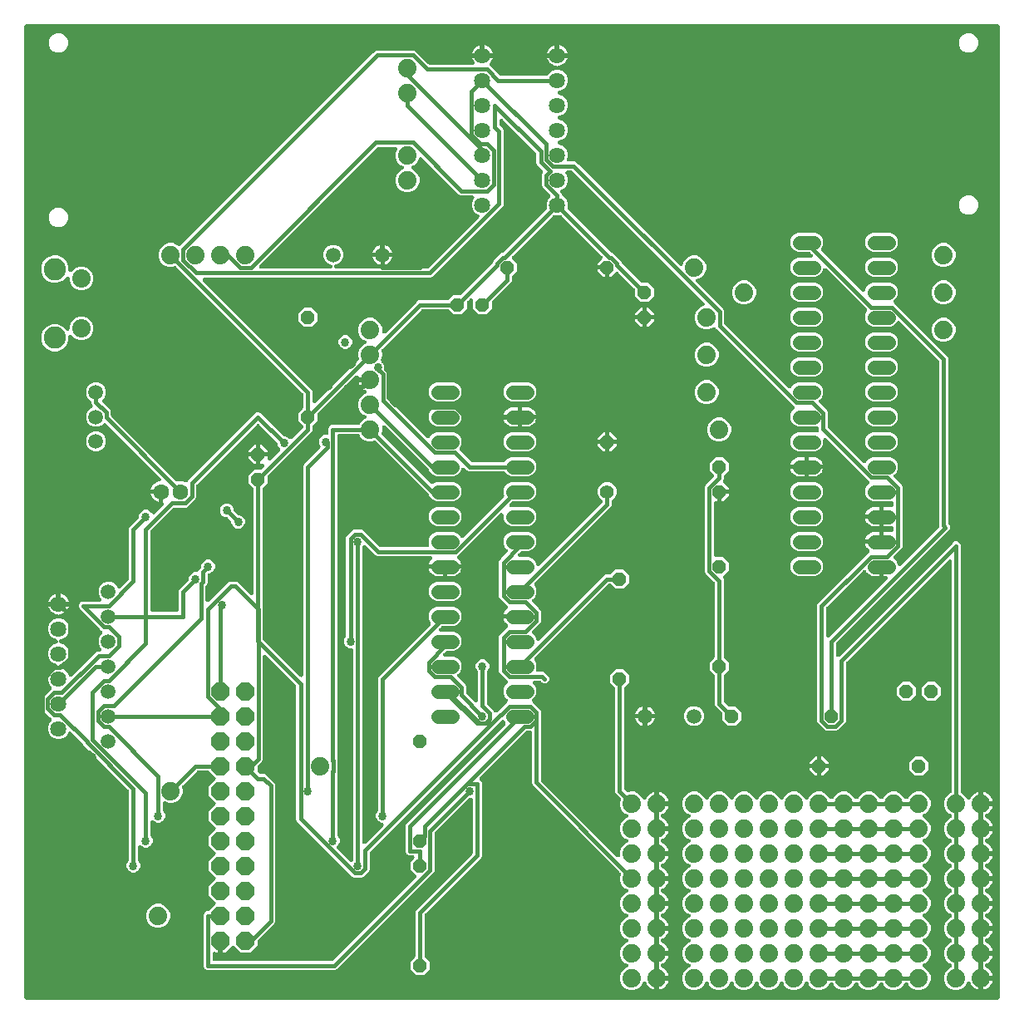
<source format=gbr>
G04 EAGLE Gerber RS-274X export*
G75*
%MOMM*%
%FSLAX34Y34*%
%LPD*%
%INBottom Copper*%
%IPPOS*%
%AMOC8*
5,1,8,0,0,1.08239X$1,22.5*%
G01*
%ADD10C,1.422400*%
%ADD11C,1.875000*%
%ADD12C,2.250000*%
%ADD13C,1.600000*%
%ADD14C,1.509600*%
%ADD15C,1.879600*%
%ADD16P,1.539592X8X22.500000*%
%ADD17P,1.539592X8X112.500000*%
%ADD18P,1.539592X8X292.500000*%
%ADD19C,1.422400*%
%ADD20C,1.629600*%
%ADD21P,1.539592X8X202.500000*%
%ADD22P,2.034460X8X112.500000*%
%ADD23C,0.406400*%
%ADD24C,0.858000*%

G36*
X994684Y3305D02*
X994684Y3305D01*
X994702Y3303D01*
X994884Y3324D01*
X995067Y3343D01*
X995084Y3348D01*
X995101Y3350D01*
X995276Y3407D01*
X995452Y3461D01*
X995467Y3469D01*
X995484Y3475D01*
X995644Y3565D01*
X995806Y3653D01*
X995819Y3664D01*
X995835Y3673D01*
X995974Y3793D01*
X996115Y3910D01*
X996126Y3924D01*
X996140Y3936D01*
X996252Y4081D01*
X996367Y4224D01*
X996375Y4240D01*
X996386Y4254D01*
X996468Y4419D01*
X996553Y4581D01*
X996558Y4598D01*
X996566Y4614D01*
X996613Y4793D01*
X996664Y4968D01*
X996666Y4986D01*
X996670Y5003D01*
X996697Y5334D01*
X996697Y994666D01*
X996695Y994684D01*
X996697Y994702D01*
X996676Y994884D01*
X996657Y995067D01*
X996652Y995084D01*
X996650Y995101D01*
X996593Y995276D01*
X996539Y995452D01*
X996531Y995467D01*
X996525Y995484D01*
X996435Y995644D01*
X996347Y995806D01*
X996336Y995819D01*
X996327Y995835D01*
X996207Y995974D01*
X996090Y996115D01*
X996076Y996126D01*
X996064Y996140D01*
X995919Y996252D01*
X995776Y996367D01*
X995760Y996375D01*
X995746Y996386D01*
X995581Y996468D01*
X995419Y996553D01*
X995402Y996558D01*
X995386Y996566D01*
X995207Y996613D01*
X995032Y996664D01*
X995014Y996666D01*
X994997Y996670D01*
X994666Y996697D01*
X5334Y996697D01*
X5316Y996695D01*
X5298Y996697D01*
X5116Y996676D01*
X4933Y996657D01*
X4916Y996652D01*
X4899Y996650D01*
X4724Y996593D01*
X4548Y996539D01*
X4533Y996531D01*
X4516Y996525D01*
X4356Y996435D01*
X4194Y996347D01*
X4181Y996336D01*
X4165Y996327D01*
X4026Y996207D01*
X3885Y996090D01*
X3874Y996076D01*
X3860Y996064D01*
X3748Y995919D01*
X3633Y995776D01*
X3625Y995760D01*
X3614Y995746D01*
X3532Y995581D01*
X3447Y995419D01*
X3442Y995402D01*
X3434Y995386D01*
X3387Y995207D01*
X3336Y995032D01*
X3334Y995014D01*
X3330Y994997D01*
X3303Y994666D01*
X3303Y5334D01*
X3305Y5316D01*
X3303Y5298D01*
X3324Y5116D01*
X3343Y4933D01*
X3348Y4916D01*
X3350Y4899D01*
X3407Y4724D01*
X3461Y4548D01*
X3469Y4533D01*
X3475Y4516D01*
X3565Y4356D01*
X3653Y4194D01*
X3664Y4181D01*
X3673Y4165D01*
X3793Y4026D01*
X3910Y3885D01*
X3924Y3874D01*
X3936Y3860D01*
X4081Y3748D01*
X4224Y3633D01*
X4240Y3625D01*
X4254Y3614D01*
X4419Y3532D01*
X4581Y3447D01*
X4598Y3442D01*
X4614Y3434D01*
X4793Y3387D01*
X4968Y3336D01*
X4986Y3334D01*
X5003Y3330D01*
X5334Y3303D01*
X994666Y3303D01*
X994684Y3305D01*
G37*
%LPC*%
G36*
X619925Y13461D02*
X619925Y13461D01*
X615537Y15279D01*
X612179Y18637D01*
X610361Y23025D01*
X610361Y27775D01*
X612179Y32163D01*
X615537Y35521D01*
X617233Y36223D01*
X617240Y36228D01*
X617249Y36230D01*
X617418Y36323D01*
X617587Y36414D01*
X617594Y36419D01*
X617602Y36423D01*
X617750Y36548D01*
X617898Y36670D01*
X617903Y36677D01*
X617910Y36683D01*
X618031Y36834D01*
X618151Y36983D01*
X618156Y36990D01*
X618161Y36997D01*
X618250Y37170D01*
X618339Y37339D01*
X618341Y37348D01*
X618345Y37356D01*
X618398Y37541D01*
X618452Y37726D01*
X618452Y37734D01*
X618455Y37743D01*
X618470Y37934D01*
X618486Y38127D01*
X618485Y38136D01*
X618486Y38144D01*
X618463Y38337D01*
X618441Y38527D01*
X618438Y38535D01*
X618437Y38544D01*
X618376Y38729D01*
X618318Y38910D01*
X618314Y38918D01*
X618311Y38926D01*
X618215Y39094D01*
X618122Y39262D01*
X618116Y39268D01*
X618111Y39276D01*
X617986Y39420D01*
X617860Y39567D01*
X617853Y39573D01*
X617847Y39580D01*
X617696Y39696D01*
X617543Y39816D01*
X617535Y39820D01*
X617528Y39825D01*
X617233Y39977D01*
X615537Y40679D01*
X612179Y44037D01*
X610361Y48425D01*
X610361Y53175D01*
X612179Y57563D01*
X615537Y60921D01*
X617233Y61623D01*
X617240Y61628D01*
X617249Y61630D01*
X617418Y61723D01*
X617587Y61814D01*
X617594Y61819D01*
X617602Y61823D01*
X617750Y61948D01*
X617898Y62070D01*
X617903Y62077D01*
X617910Y62083D01*
X618031Y62234D01*
X618151Y62383D01*
X618156Y62390D01*
X618161Y62397D01*
X618250Y62570D01*
X618339Y62739D01*
X618341Y62748D01*
X618345Y62756D01*
X618398Y62941D01*
X618452Y63126D01*
X618452Y63134D01*
X618455Y63143D01*
X618470Y63334D01*
X618486Y63527D01*
X618485Y63536D01*
X618486Y63544D01*
X618463Y63737D01*
X618441Y63927D01*
X618438Y63935D01*
X618437Y63944D01*
X618376Y64129D01*
X618318Y64310D01*
X618314Y64318D01*
X618311Y64326D01*
X618215Y64494D01*
X618122Y64662D01*
X618116Y64668D01*
X618111Y64676D01*
X617986Y64820D01*
X617860Y64967D01*
X617853Y64973D01*
X617847Y64980D01*
X617696Y65096D01*
X617543Y65216D01*
X617535Y65220D01*
X617528Y65225D01*
X617233Y65377D01*
X615537Y66079D01*
X612179Y69437D01*
X610361Y73825D01*
X610361Y78575D01*
X612179Y82963D01*
X615537Y86321D01*
X616553Y86742D01*
X617233Y87023D01*
X617240Y87028D01*
X617249Y87030D01*
X617418Y87123D01*
X617587Y87214D01*
X617594Y87219D01*
X617602Y87223D01*
X617750Y87348D01*
X617898Y87470D01*
X617903Y87477D01*
X617910Y87483D01*
X618031Y87634D01*
X618151Y87783D01*
X618156Y87790D01*
X618161Y87797D01*
X618250Y87970D01*
X618339Y88139D01*
X618341Y88148D01*
X618345Y88156D01*
X618398Y88341D01*
X618452Y88526D01*
X618452Y88534D01*
X618455Y88543D01*
X618470Y88734D01*
X618486Y88927D01*
X618485Y88936D01*
X618486Y88944D01*
X618463Y89137D01*
X618441Y89327D01*
X618438Y89335D01*
X618437Y89344D01*
X618376Y89529D01*
X618318Y89710D01*
X618314Y89718D01*
X618311Y89726D01*
X618215Y89894D01*
X618122Y90062D01*
X618116Y90068D01*
X618111Y90076D01*
X617986Y90220D01*
X617860Y90367D01*
X617853Y90373D01*
X617847Y90380D01*
X617696Y90496D01*
X617543Y90616D01*
X617535Y90620D01*
X617528Y90625D01*
X617233Y90777D01*
X615537Y91479D01*
X612179Y94837D01*
X610361Y99225D01*
X610361Y103975D01*
X612179Y108363D01*
X615537Y111721D01*
X617233Y112423D01*
X617240Y112428D01*
X617249Y112430D01*
X617418Y112523D01*
X617587Y112614D01*
X617594Y112619D01*
X617602Y112623D01*
X617750Y112748D01*
X617898Y112870D01*
X617903Y112877D01*
X617910Y112883D01*
X618031Y113034D01*
X618151Y113183D01*
X618156Y113190D01*
X618161Y113197D01*
X618250Y113370D01*
X618339Y113539D01*
X618341Y113548D01*
X618345Y113556D01*
X618398Y113741D01*
X618452Y113926D01*
X618452Y113934D01*
X618455Y113943D01*
X618470Y114134D01*
X618486Y114327D01*
X618485Y114336D01*
X618486Y114344D01*
X618463Y114537D01*
X618441Y114727D01*
X618438Y114735D01*
X618437Y114744D01*
X618376Y114929D01*
X618318Y115110D01*
X618314Y115118D01*
X618311Y115126D01*
X618215Y115294D01*
X618122Y115462D01*
X618116Y115468D01*
X618111Y115476D01*
X617986Y115620D01*
X617860Y115767D01*
X617853Y115773D01*
X617847Y115780D01*
X617696Y115896D01*
X617543Y116016D01*
X617535Y116020D01*
X617528Y116025D01*
X617233Y116177D01*
X615537Y116879D01*
X612179Y120237D01*
X610361Y124625D01*
X610361Y129375D01*
X610749Y130311D01*
X610755Y130332D01*
X610766Y130352D01*
X610814Y130525D01*
X610865Y130696D01*
X610868Y130719D01*
X610874Y130740D01*
X610887Y130919D01*
X610904Y131097D01*
X610901Y131119D01*
X610903Y131142D01*
X610880Y131320D01*
X610862Y131498D01*
X610855Y131519D01*
X610853Y131541D01*
X610795Y131711D01*
X610742Y131882D01*
X610731Y131901D01*
X610724Y131923D01*
X610635Y132078D01*
X610549Y132235D01*
X610535Y132252D01*
X610523Y132272D01*
X610309Y132525D01*
X520887Y221946D01*
X520191Y223626D01*
X520191Y275336D01*
X520189Y275354D01*
X520191Y275372D01*
X520170Y275554D01*
X520151Y275737D01*
X520146Y275754D01*
X520144Y275771D01*
X520087Y275946D01*
X520033Y276122D01*
X520025Y276137D01*
X520019Y276154D01*
X519929Y276314D01*
X519841Y276476D01*
X519830Y276489D01*
X519821Y276505D01*
X519701Y276644D01*
X519584Y276785D01*
X519570Y276796D01*
X519558Y276810D01*
X519413Y276922D01*
X519270Y277037D01*
X519254Y277045D01*
X519240Y277056D01*
X519075Y277138D01*
X518913Y277223D01*
X518896Y277228D01*
X518880Y277236D01*
X518701Y277283D01*
X518526Y277334D01*
X518508Y277336D01*
X518491Y277340D01*
X518160Y277367D01*
X515598Y277367D01*
X515571Y277365D01*
X515545Y277367D01*
X515371Y277345D01*
X515197Y277327D01*
X515172Y277320D01*
X515145Y277316D01*
X514980Y277261D01*
X514812Y277209D01*
X514789Y277196D01*
X514764Y277188D01*
X514612Y277101D01*
X514458Y277017D01*
X514438Y277000D01*
X514415Y276987D01*
X514162Y276772D01*
X467252Y229863D01*
X467241Y229849D01*
X467227Y229838D01*
X467114Y229694D01*
X466997Y229552D01*
X466989Y229536D01*
X466978Y229522D01*
X466894Y229357D01*
X466809Y229196D01*
X466804Y229179D01*
X466795Y229163D01*
X466746Y228985D01*
X466694Y228810D01*
X466692Y228792D01*
X466687Y228775D01*
X466674Y228592D01*
X466657Y228409D01*
X466659Y228391D01*
X466658Y228373D01*
X466681Y228192D01*
X466701Y228009D01*
X466706Y227992D01*
X466709Y227974D01*
X466767Y227800D01*
X466822Y227625D01*
X466831Y227609D01*
X466837Y227592D01*
X466929Y227433D01*
X467017Y227273D01*
X467029Y227259D01*
X467038Y227243D01*
X467252Y226990D01*
X468415Y225828D01*
X469111Y224148D01*
X469111Y149257D01*
X468415Y147577D01*
X411568Y90730D01*
X411551Y90709D01*
X411530Y90692D01*
X411423Y90554D01*
X411313Y90418D01*
X411300Y90395D01*
X411284Y90373D01*
X411206Y90217D01*
X411124Y90063D01*
X411116Y90037D01*
X411104Y90013D01*
X411059Y89844D01*
X411009Y89677D01*
X411007Y89650D01*
X411000Y89624D01*
X410973Y89293D01*
X410973Y48020D01*
X410975Y47993D01*
X410973Y47966D01*
X410995Y47792D01*
X411013Y47619D01*
X411020Y47594D01*
X411024Y47567D01*
X411080Y47401D01*
X411131Y47234D01*
X411144Y47211D01*
X411152Y47185D01*
X411239Y47034D01*
X411323Y46880D01*
X411340Y46860D01*
X411353Y46836D01*
X411568Y46583D01*
X416053Y42098D01*
X416053Y34102D01*
X410398Y28447D01*
X402402Y28447D01*
X396747Y34102D01*
X396747Y42098D01*
X401232Y46583D01*
X401249Y46604D01*
X401270Y46622D01*
X401377Y46759D01*
X401487Y46895D01*
X401500Y46918D01*
X401516Y46940D01*
X401594Y47096D01*
X401676Y47251D01*
X401684Y47276D01*
X401696Y47300D01*
X401741Y47469D01*
X401791Y47636D01*
X401793Y47663D01*
X401800Y47689D01*
X401827Y48020D01*
X401827Y92938D01*
X402523Y94619D01*
X459370Y151466D01*
X459387Y151487D01*
X459408Y151504D01*
X459515Y151642D01*
X459625Y151778D01*
X459638Y151801D01*
X459654Y151822D01*
X459732Y151979D01*
X459814Y152133D01*
X459822Y152159D01*
X459834Y152183D01*
X459879Y152352D01*
X459929Y152519D01*
X459931Y152546D01*
X459938Y152572D01*
X459965Y152902D01*
X459965Y207038D01*
X459963Y207056D01*
X459965Y207074D01*
X459944Y207256D01*
X459925Y207439D01*
X459920Y207456D01*
X459918Y207473D01*
X459861Y207648D01*
X459807Y207824D01*
X459799Y207839D01*
X459793Y207856D01*
X459703Y208016D01*
X459615Y208178D01*
X459604Y208191D01*
X459595Y208207D01*
X459475Y208346D01*
X459358Y208487D01*
X459344Y208498D01*
X459332Y208512D01*
X459187Y208624D01*
X459044Y208739D01*
X459028Y208747D01*
X459014Y208758D01*
X458849Y208840D01*
X458687Y208925D01*
X458670Y208930D01*
X458654Y208938D01*
X458475Y208985D01*
X458300Y209036D01*
X458282Y209038D01*
X458265Y209042D01*
X457934Y209069D01*
X457677Y209069D01*
X457651Y209067D01*
X457624Y209069D01*
X457450Y209047D01*
X457277Y209029D01*
X457251Y209022D01*
X457225Y209018D01*
X457059Y208963D01*
X456892Y208911D01*
X456868Y208898D01*
X456843Y208890D01*
X456691Y208803D01*
X456538Y208719D01*
X456517Y208702D01*
X456494Y208689D01*
X456241Y208474D01*
X421728Y173961D01*
X421711Y173940D01*
X421690Y173923D01*
X421583Y173785D01*
X421473Y173649D01*
X421460Y173626D01*
X421444Y173605D01*
X421366Y173448D01*
X421284Y173294D01*
X421276Y173268D01*
X421264Y173244D01*
X421219Y173075D01*
X421169Y172908D01*
X421167Y172881D01*
X421160Y172855D01*
X421133Y172525D01*
X421133Y134582D01*
X420437Y132901D01*
X321505Y33969D01*
X319824Y33273D01*
X189336Y33273D01*
X187656Y33969D01*
X186369Y35256D01*
X185673Y36936D01*
X185673Y89810D01*
X186369Y91490D01*
X187656Y92777D01*
X189336Y93473D01*
X190047Y93473D01*
X190074Y93475D01*
X190101Y93473D01*
X190275Y93495D01*
X190448Y93513D01*
X190474Y93520D01*
X190500Y93524D01*
X190666Y93579D01*
X190833Y93631D01*
X190857Y93644D01*
X190882Y93652D01*
X191033Y93739D01*
X191187Y93823D01*
X191207Y93840D01*
X191231Y93853D01*
X191484Y94068D01*
X197580Y100164D01*
X197591Y100177D01*
X197605Y100189D01*
X197719Y100333D01*
X197835Y100475D01*
X197843Y100491D01*
X197854Y100505D01*
X197938Y100669D01*
X198023Y100831D01*
X198029Y100848D01*
X198037Y100864D01*
X198086Y101041D01*
X198138Y101217D01*
X198140Y101235D01*
X198145Y101252D01*
X198158Y101435D01*
X198175Y101618D01*
X198173Y101636D01*
X198174Y101653D01*
X198151Y101835D01*
X198131Y102018D01*
X198126Y102035D01*
X198124Y102053D01*
X198065Y102226D01*
X198010Y102402D01*
X198001Y102418D01*
X197995Y102434D01*
X197904Y102594D01*
X197815Y102754D01*
X197803Y102768D01*
X197794Y102783D01*
X197580Y103036D01*
X191261Y109355D01*
X191261Y119245D01*
X197580Y125564D01*
X197591Y125577D01*
X197605Y125589D01*
X197719Y125733D01*
X197835Y125875D01*
X197843Y125891D01*
X197854Y125905D01*
X197938Y126069D01*
X198023Y126231D01*
X198029Y126248D01*
X198037Y126264D01*
X198086Y126441D01*
X198138Y126617D01*
X198140Y126635D01*
X198145Y126652D01*
X198158Y126835D01*
X198175Y127018D01*
X198173Y127036D01*
X198174Y127053D01*
X198151Y127235D01*
X198131Y127418D01*
X198126Y127435D01*
X198124Y127453D01*
X198065Y127626D01*
X198010Y127802D01*
X198001Y127818D01*
X197995Y127834D01*
X197904Y127994D01*
X197815Y128154D01*
X197803Y128168D01*
X197794Y128183D01*
X197580Y128436D01*
X191261Y134755D01*
X191261Y144645D01*
X197580Y150964D01*
X197591Y150977D01*
X197605Y150989D01*
X197719Y151133D01*
X197835Y151275D01*
X197843Y151291D01*
X197854Y151305D01*
X197938Y151469D01*
X198023Y151631D01*
X198029Y151648D01*
X198037Y151664D01*
X198086Y151841D01*
X198138Y152017D01*
X198140Y152035D01*
X198145Y152052D01*
X198158Y152235D01*
X198175Y152418D01*
X198173Y152436D01*
X198174Y152453D01*
X198151Y152635D01*
X198131Y152818D01*
X198126Y152835D01*
X198124Y152853D01*
X198065Y153026D01*
X198010Y153202D01*
X198001Y153218D01*
X197995Y153234D01*
X197904Y153394D01*
X197815Y153554D01*
X197803Y153568D01*
X197794Y153583D01*
X197580Y153836D01*
X191261Y160155D01*
X191261Y170045D01*
X197580Y176364D01*
X197591Y176377D01*
X197605Y176389D01*
X197719Y176533D01*
X197835Y176675D01*
X197843Y176691D01*
X197854Y176705D01*
X197938Y176869D01*
X198023Y177031D01*
X198029Y177048D01*
X198037Y177064D01*
X198086Y177241D01*
X198138Y177417D01*
X198140Y177435D01*
X198145Y177452D01*
X198158Y177635D01*
X198175Y177818D01*
X198173Y177836D01*
X198174Y177853D01*
X198151Y178035D01*
X198131Y178218D01*
X198126Y178235D01*
X198124Y178253D01*
X198066Y178426D01*
X198010Y178602D01*
X198001Y178618D01*
X197995Y178634D01*
X197904Y178794D01*
X197815Y178954D01*
X197803Y178968D01*
X197794Y178983D01*
X197580Y179236D01*
X191261Y185555D01*
X191261Y195445D01*
X197580Y201764D01*
X197591Y201777D01*
X197605Y201789D01*
X197719Y201933D01*
X197835Y202075D01*
X197843Y202091D01*
X197854Y202105D01*
X197938Y202269D01*
X198023Y202431D01*
X198029Y202448D01*
X198037Y202464D01*
X198086Y202641D01*
X198138Y202817D01*
X198140Y202835D01*
X198145Y202852D01*
X198158Y203035D01*
X198175Y203218D01*
X198173Y203236D01*
X198174Y203253D01*
X198151Y203435D01*
X198131Y203618D01*
X198126Y203635D01*
X198124Y203653D01*
X198065Y203826D01*
X198010Y204002D01*
X198001Y204018D01*
X197995Y204034D01*
X197904Y204194D01*
X197815Y204354D01*
X197803Y204368D01*
X197794Y204383D01*
X197580Y204636D01*
X191261Y210955D01*
X191261Y220845D01*
X197580Y227164D01*
X197591Y227177D01*
X197605Y227189D01*
X197719Y227333D01*
X197835Y227475D01*
X197843Y227491D01*
X197854Y227505D01*
X197938Y227669D01*
X198023Y227831D01*
X198029Y227848D01*
X198037Y227864D01*
X198086Y228041D01*
X198138Y228217D01*
X198140Y228235D01*
X198145Y228252D01*
X198158Y228435D01*
X198175Y228618D01*
X198173Y228636D01*
X198174Y228653D01*
X198151Y228835D01*
X198131Y229018D01*
X198126Y229035D01*
X198124Y229053D01*
X198065Y229226D01*
X198010Y229402D01*
X198001Y229418D01*
X197995Y229434D01*
X197904Y229594D01*
X197815Y229754D01*
X197803Y229768D01*
X197794Y229783D01*
X197580Y230036D01*
X191484Y236132D01*
X191463Y236149D01*
X191446Y236170D01*
X191308Y236277D01*
X191172Y236387D01*
X191149Y236400D01*
X191127Y236416D01*
X190971Y236494D01*
X190817Y236576D01*
X190791Y236584D01*
X190767Y236596D01*
X190598Y236641D01*
X190431Y236691D01*
X190404Y236693D01*
X190378Y236700D01*
X190047Y236727D01*
X180535Y236727D01*
X180509Y236725D01*
X180482Y236727D01*
X180308Y236705D01*
X180135Y236687D01*
X180109Y236680D01*
X180083Y236676D01*
X179917Y236621D01*
X179750Y236569D01*
X179726Y236556D01*
X179701Y236548D01*
X179549Y236461D01*
X179396Y236377D01*
X179375Y236360D01*
X179352Y236347D01*
X179099Y236132D01*
X164391Y221424D01*
X164377Y221407D01*
X164360Y221393D01*
X164250Y221252D01*
X164136Y221113D01*
X164126Y221093D01*
X164112Y221076D01*
X164031Y220915D01*
X163948Y220757D01*
X163941Y220736D01*
X163931Y220716D01*
X163884Y220543D01*
X163833Y220371D01*
X163831Y220349D01*
X163825Y220328D01*
X163813Y220150D01*
X163796Y219970D01*
X163799Y219948D01*
X163797Y219926D01*
X163820Y219750D01*
X163840Y219570D01*
X163847Y219549D01*
X163849Y219527D01*
X163951Y219211D01*
X164339Y218275D01*
X164339Y213525D01*
X162521Y209137D01*
X159163Y205779D01*
X154775Y203961D01*
X150025Y203961D01*
X147081Y205181D01*
X147068Y205185D01*
X147057Y205191D01*
X146877Y205242D01*
X146696Y205297D01*
X146683Y205298D01*
X146670Y205302D01*
X146482Y205318D01*
X146295Y205335D01*
X146282Y205334D01*
X146268Y205335D01*
X146082Y205313D01*
X145895Y205294D01*
X145882Y205290D01*
X145869Y205288D01*
X145689Y205230D01*
X145510Y205174D01*
X145499Y205167D01*
X145486Y205163D01*
X145321Y205070D01*
X145157Y204981D01*
X145147Y204972D01*
X145135Y204965D01*
X144993Y204842D01*
X144849Y204721D01*
X144841Y204711D01*
X144830Y204702D01*
X144716Y204554D01*
X144598Y204407D01*
X144592Y204395D01*
X144584Y204384D01*
X144500Y204216D01*
X144414Y204048D01*
X144410Y204036D01*
X144404Y204024D01*
X144355Y203841D01*
X144304Y203661D01*
X144303Y203648D01*
X144300Y203635D01*
X144273Y203304D01*
X144273Y196429D01*
X144275Y196402D01*
X144273Y196375D01*
X144295Y196202D01*
X144313Y196028D01*
X144320Y196003D01*
X144324Y195976D01*
X144379Y195810D01*
X144431Y195643D01*
X144444Y195620D01*
X144452Y195594D01*
X144539Y195443D01*
X144623Y195289D01*
X144640Y195269D01*
X144653Y195245D01*
X144868Y194992D01*
X145491Y194369D01*
X146531Y191859D01*
X146531Y189141D01*
X145491Y186631D01*
X143569Y184709D01*
X141059Y183669D01*
X138341Y183669D01*
X135831Y184709D01*
X135040Y185500D01*
X135033Y185505D01*
X135028Y185512D01*
X134879Y185632D01*
X134729Y185755D01*
X134721Y185759D01*
X134714Y185764D01*
X134544Y185853D01*
X134373Y185943D01*
X134364Y185946D01*
X134357Y185950D01*
X134172Y186003D01*
X133987Y186058D01*
X133978Y186059D01*
X133970Y186061D01*
X133779Y186077D01*
X133586Y186094D01*
X133577Y186094D01*
X133568Y186094D01*
X133379Y186072D01*
X133186Y186051D01*
X133177Y186048D01*
X133169Y186047D01*
X132986Y185988D01*
X132802Y185930D01*
X132794Y185925D01*
X132786Y185922D01*
X132619Y185828D01*
X132450Y185735D01*
X132443Y185729D01*
X132435Y185725D01*
X132290Y185599D01*
X132143Y185474D01*
X132137Y185467D01*
X132130Y185461D01*
X132013Y185310D01*
X131893Y185158D01*
X131889Y185150D01*
X131884Y185143D01*
X131798Y184971D01*
X131711Y184799D01*
X131708Y184791D01*
X131704Y184783D01*
X131655Y184597D01*
X131603Y184412D01*
X131602Y184403D01*
X131600Y184394D01*
X131573Y184063D01*
X131573Y171029D01*
X131575Y171002D01*
X131573Y170975D01*
X131595Y170802D01*
X131613Y170628D01*
X131620Y170603D01*
X131624Y170576D01*
X131679Y170410D01*
X131731Y170243D01*
X131744Y170220D01*
X131752Y170194D01*
X131839Y170043D01*
X131923Y169889D01*
X131940Y169869D01*
X131953Y169845D01*
X132168Y169592D01*
X132791Y168969D01*
X133831Y166459D01*
X133831Y163741D01*
X132791Y161231D01*
X130869Y159309D01*
X128359Y158269D01*
X125641Y158269D01*
X123131Y159309D01*
X122340Y160100D01*
X122333Y160105D01*
X122328Y160112D01*
X122179Y160232D01*
X122029Y160355D01*
X122021Y160359D01*
X122014Y160364D01*
X121844Y160453D01*
X121673Y160543D01*
X121664Y160546D01*
X121657Y160550D01*
X121472Y160603D01*
X121287Y160658D01*
X121278Y160659D01*
X121270Y160661D01*
X121079Y160677D01*
X120886Y160694D01*
X120877Y160694D01*
X120868Y160694D01*
X120679Y160672D01*
X120486Y160651D01*
X120477Y160648D01*
X120469Y160647D01*
X120286Y160588D01*
X120102Y160530D01*
X120094Y160525D01*
X120086Y160522D01*
X119919Y160428D01*
X119750Y160335D01*
X119743Y160329D01*
X119735Y160325D01*
X119590Y160199D01*
X119443Y160074D01*
X119437Y160067D01*
X119430Y160061D01*
X119313Y159910D01*
X119193Y159758D01*
X119189Y159750D01*
X119184Y159743D01*
X119098Y159571D01*
X119011Y159399D01*
X119008Y159391D01*
X119004Y159383D01*
X118955Y159197D01*
X118903Y159012D01*
X118902Y159003D01*
X118900Y158994D01*
X118873Y158663D01*
X118873Y145629D01*
X118875Y145602D01*
X118873Y145575D01*
X118895Y145402D01*
X118913Y145228D01*
X118920Y145203D01*
X118924Y145176D01*
X118979Y145010D01*
X119031Y144843D01*
X119044Y144820D01*
X119052Y144794D01*
X119139Y144643D01*
X119223Y144489D01*
X119240Y144469D01*
X119253Y144445D01*
X119468Y144192D01*
X120091Y143569D01*
X121131Y141059D01*
X121131Y138341D01*
X120091Y135831D01*
X118169Y133909D01*
X115659Y132869D01*
X112941Y132869D01*
X110431Y133909D01*
X108509Y135831D01*
X107469Y138341D01*
X107469Y141059D01*
X108509Y143569D01*
X109132Y144192D01*
X109149Y144213D01*
X109170Y144231D01*
X109277Y144369D01*
X109387Y144504D01*
X109400Y144528D01*
X109416Y144549D01*
X109494Y144706D01*
X109576Y144860D01*
X109584Y144885D01*
X109596Y144909D01*
X109641Y145079D01*
X109691Y145246D01*
X109693Y145272D01*
X109700Y145298D01*
X109727Y145629D01*
X109727Y215677D01*
X109725Y215703D01*
X109727Y215730D01*
X109705Y215904D01*
X109687Y216077D01*
X109680Y216103D01*
X109676Y216130D01*
X109621Y216295D01*
X109569Y216462D01*
X109556Y216486D01*
X109548Y216511D01*
X109461Y216663D01*
X109377Y216816D01*
X109360Y216837D01*
X109347Y216860D01*
X109132Y217113D01*
X63251Y262994D01*
X62957Y263706D01*
X62942Y263733D01*
X62932Y263763D01*
X62847Y263911D01*
X62767Y264060D01*
X62747Y264084D01*
X62731Y264112D01*
X62516Y264365D01*
X51178Y275703D01*
X51168Y275711D01*
X51159Y275722D01*
X51012Y275839D01*
X50866Y275958D01*
X50855Y275964D01*
X50844Y275973D01*
X50677Y276059D01*
X50511Y276147D01*
X50498Y276150D01*
X50486Y276157D01*
X50306Y276208D01*
X50125Y276261D01*
X50111Y276263D01*
X50099Y276266D01*
X49913Y276281D01*
X49724Y276298D01*
X49710Y276296D01*
X49697Y276297D01*
X49513Y276275D01*
X49324Y276254D01*
X49311Y276250D01*
X49298Y276249D01*
X49120Y276190D01*
X48940Y276133D01*
X48928Y276126D01*
X48915Y276122D01*
X48752Y276029D01*
X48587Y275938D01*
X48577Y275929D01*
X48566Y275923D01*
X48424Y275799D01*
X48280Y275678D01*
X48272Y275667D01*
X48262Y275658D01*
X48147Y275509D01*
X48031Y275362D01*
X48025Y275350D01*
X48017Y275339D01*
X47865Y275044D01*
X47161Y273345D01*
X44155Y270339D01*
X40226Y268711D01*
X35974Y268711D01*
X32045Y270339D01*
X29039Y273345D01*
X27411Y277274D01*
X27411Y281526D01*
X29039Y285455D01*
X30648Y287065D01*
X30660Y287078D01*
X30673Y287090D01*
X30787Y287234D01*
X30903Y287376D01*
X30912Y287392D01*
X30923Y287406D01*
X31006Y287569D01*
X31092Y287732D01*
X31097Y287749D01*
X31105Y287765D01*
X31154Y287942D01*
X31207Y288118D01*
X31208Y288135D01*
X31213Y288153D01*
X31227Y288336D01*
X31243Y288519D01*
X31241Y288536D01*
X31243Y288554D01*
X31220Y288736D01*
X31200Y288919D01*
X31194Y288936D01*
X31192Y288954D01*
X31134Y289127D01*
X31078Y289303D01*
X31070Y289318D01*
X31064Y289335D01*
X30973Y289493D01*
X30884Y289655D01*
X30872Y289669D01*
X30863Y289684D01*
X30648Y289937D01*
X29296Y291289D01*
X24589Y295996D01*
X23017Y297568D01*
X22321Y299249D01*
X22321Y310351D01*
X23017Y312032D01*
X29296Y318311D01*
X30648Y319663D01*
X30660Y319677D01*
X30673Y319688D01*
X30788Y319833D01*
X30903Y319974D01*
X30912Y319990D01*
X30923Y320004D01*
X31006Y320168D01*
X31092Y320330D01*
X31097Y320347D01*
X31105Y320363D01*
X31154Y320540D01*
X31207Y320716D01*
X31208Y320734D01*
X31213Y320751D01*
X31227Y320934D01*
X31243Y321117D01*
X31241Y321135D01*
X31243Y321153D01*
X31220Y321335D01*
X31200Y321517D01*
X31194Y321534D01*
X31192Y321552D01*
X31134Y321726D01*
X31078Y321901D01*
X31070Y321917D01*
X31064Y321934D01*
X30973Y322092D01*
X30884Y322253D01*
X30872Y322267D01*
X30863Y322282D01*
X30648Y322535D01*
X29039Y324145D01*
X27411Y328074D01*
X27411Y332326D01*
X29039Y336255D01*
X32045Y339261D01*
X36299Y341023D01*
X36307Y341028D01*
X36315Y341030D01*
X36483Y341122D01*
X36654Y341214D01*
X36661Y341219D01*
X36669Y341224D01*
X36815Y341347D01*
X36964Y341470D01*
X36970Y341477D01*
X36977Y341483D01*
X37096Y341633D01*
X37218Y341783D01*
X37222Y341791D01*
X37228Y341797D01*
X37315Y341968D01*
X37405Y342139D01*
X37407Y342148D01*
X37412Y342156D01*
X37464Y342340D01*
X37518Y342526D01*
X37519Y342534D01*
X37521Y342543D01*
X37536Y342734D01*
X37553Y342927D01*
X37552Y342936D01*
X37552Y342944D01*
X37529Y343135D01*
X37508Y343327D01*
X37505Y343335D01*
X37504Y343344D01*
X37443Y343527D01*
X37384Y343710D01*
X37380Y343718D01*
X37377Y343726D01*
X37281Y343894D01*
X37188Y344062D01*
X37182Y344068D01*
X37178Y344076D01*
X37051Y344221D01*
X36926Y344367D01*
X36919Y344373D01*
X36913Y344380D01*
X36762Y344496D01*
X36609Y344616D01*
X36601Y344620D01*
X36594Y344625D01*
X36299Y344777D01*
X32045Y346539D01*
X29039Y349545D01*
X27411Y353474D01*
X27411Y357726D01*
X29039Y361655D01*
X32045Y364661D01*
X36299Y366423D01*
X36307Y366428D01*
X36315Y366430D01*
X36483Y366522D01*
X36654Y366614D01*
X36661Y366619D01*
X36669Y366624D01*
X36815Y366747D01*
X36964Y366870D01*
X36970Y366877D01*
X36977Y366883D01*
X37096Y367033D01*
X37218Y367183D01*
X37222Y367191D01*
X37228Y367197D01*
X37315Y367368D01*
X37405Y367539D01*
X37407Y367548D01*
X37412Y367556D01*
X37464Y367740D01*
X37518Y367926D01*
X37519Y367934D01*
X37521Y367943D01*
X37536Y368134D01*
X37553Y368327D01*
X37552Y368336D01*
X37552Y368344D01*
X37529Y368535D01*
X37508Y368727D01*
X37505Y368735D01*
X37504Y368744D01*
X37443Y368927D01*
X37384Y369110D01*
X37380Y369118D01*
X37377Y369126D01*
X37282Y369293D01*
X37188Y369462D01*
X37182Y369468D01*
X37178Y369476D01*
X37051Y369621D01*
X36926Y369767D01*
X36919Y369773D01*
X36913Y369780D01*
X36762Y369896D01*
X36609Y370016D01*
X36601Y370020D01*
X36594Y370025D01*
X36299Y370177D01*
X32045Y371939D01*
X29039Y374945D01*
X27411Y378874D01*
X27411Y383126D01*
X29039Y387055D01*
X32045Y390061D01*
X35974Y391689D01*
X36847Y391689D01*
X36889Y391693D01*
X36931Y391690D01*
X37089Y391713D01*
X37247Y391729D01*
X37288Y391741D01*
X37330Y391747D01*
X37480Y391800D01*
X37632Y391847D01*
X37669Y391867D01*
X37709Y391881D01*
X37846Y391963D01*
X37986Y392039D01*
X38019Y392065D01*
X38055Y392087D01*
X38103Y392130D01*
X38203Y392046D01*
X38240Y392026D01*
X38273Y392000D01*
X38416Y391929D01*
X38556Y391852D01*
X38596Y391839D01*
X38634Y391820D01*
X38788Y391779D01*
X38940Y391731D01*
X38982Y391727D01*
X39023Y391716D01*
X39297Y391693D01*
X39340Y391689D01*
X39347Y391689D01*
X39353Y391689D01*
X40226Y391689D01*
X44155Y390061D01*
X47161Y387055D01*
X48789Y383126D01*
X48789Y378874D01*
X47161Y374945D01*
X44155Y371939D01*
X41408Y370801D01*
X39901Y370177D01*
X39893Y370172D01*
X39885Y370170D01*
X39715Y370077D01*
X39546Y369986D01*
X39539Y369981D01*
X39531Y369976D01*
X39384Y369852D01*
X39236Y369730D01*
X39230Y369723D01*
X39223Y369717D01*
X39104Y369567D01*
X38982Y369417D01*
X38978Y369409D01*
X38972Y369402D01*
X38885Y369232D01*
X38795Y369061D01*
X38793Y369052D01*
X38788Y369044D01*
X38736Y368860D01*
X38682Y368674D01*
X38681Y368665D01*
X38679Y368657D01*
X38664Y368466D01*
X38647Y368273D01*
X38648Y368264D01*
X38648Y368256D01*
X38671Y368064D01*
X38692Y367873D01*
X38695Y367865D01*
X38696Y367856D01*
X38757Y367673D01*
X38816Y367490D01*
X38820Y367482D01*
X38823Y367474D01*
X38919Y367306D01*
X39012Y367138D01*
X39018Y367132D01*
X39022Y367124D01*
X39150Y366977D01*
X39274Y366833D01*
X39281Y366827D01*
X39287Y366820D01*
X39439Y366703D01*
X39591Y366584D01*
X39599Y366580D01*
X39606Y366575D01*
X39901Y366423D01*
X44155Y364661D01*
X47161Y361655D01*
X48789Y357726D01*
X48789Y353474D01*
X47161Y349545D01*
X44155Y346539D01*
X39901Y344777D01*
X39893Y344772D01*
X39885Y344770D01*
X39715Y344677D01*
X39546Y344586D01*
X39539Y344581D01*
X39531Y344576D01*
X39384Y344452D01*
X39236Y344330D01*
X39230Y344323D01*
X39223Y344317D01*
X39104Y344167D01*
X38982Y344017D01*
X38978Y344009D01*
X38972Y344002D01*
X38885Y343832D01*
X38795Y343661D01*
X38793Y343652D01*
X38788Y343644D01*
X38736Y343460D01*
X38682Y343274D01*
X38681Y343265D01*
X38679Y343257D01*
X38664Y343066D01*
X38647Y342873D01*
X38648Y342864D01*
X38648Y342856D01*
X38671Y342664D01*
X38692Y342473D01*
X38695Y342465D01*
X38696Y342456D01*
X38757Y342273D01*
X38816Y342090D01*
X38820Y342082D01*
X38823Y342074D01*
X38919Y341906D01*
X39012Y341738D01*
X39018Y341732D01*
X39022Y341724D01*
X39150Y341578D01*
X39274Y341433D01*
X39281Y341427D01*
X39287Y341420D01*
X39439Y341303D01*
X39591Y341184D01*
X39599Y341180D01*
X39606Y341175D01*
X39901Y341023D01*
X44155Y339261D01*
X47161Y336255D01*
X48348Y333390D01*
X48354Y333378D01*
X48359Y333365D01*
X48449Y333201D01*
X48538Y333035D01*
X48547Y333024D01*
X48553Y333013D01*
X48675Y332870D01*
X48795Y332724D01*
X48805Y332716D01*
X48814Y332706D01*
X48962Y332589D01*
X49107Y332471D01*
X49119Y332464D01*
X49130Y332456D01*
X49298Y332371D01*
X49464Y332284D01*
X49477Y332280D01*
X49489Y332274D01*
X49670Y332223D01*
X49850Y332170D01*
X49864Y332169D01*
X49877Y332166D01*
X50065Y332152D01*
X50251Y332136D01*
X50265Y332137D01*
X50278Y332136D01*
X50465Y332160D01*
X50652Y332181D01*
X50664Y332185D01*
X50678Y332187D01*
X50855Y332246D01*
X51035Y332304D01*
X51047Y332311D01*
X51059Y332315D01*
X51223Y332409D01*
X51386Y332501D01*
X51396Y332509D01*
X51408Y332516D01*
X51661Y332731D01*
X74731Y355801D01*
X76303Y357373D01*
X77984Y358069D01*
X79960Y358069D01*
X79969Y358070D01*
X79978Y358069D01*
X80170Y358090D01*
X80360Y358109D01*
X80369Y358111D01*
X80378Y358112D01*
X80560Y358170D01*
X80745Y358227D01*
X80753Y358231D01*
X80762Y358234D01*
X80930Y358327D01*
X81099Y358419D01*
X81106Y358424D01*
X81114Y358429D01*
X81262Y358554D01*
X81409Y358676D01*
X81414Y358683D01*
X81421Y358689D01*
X81540Y358840D01*
X81661Y358990D01*
X81665Y358998D01*
X81671Y359005D01*
X81758Y359176D01*
X81846Y359347D01*
X81849Y359356D01*
X81853Y359364D01*
X81905Y359550D01*
X81958Y359734D01*
X81959Y359743D01*
X81961Y359752D01*
X81975Y359944D01*
X81991Y360136D01*
X81990Y360144D01*
X81990Y360153D01*
X81966Y360346D01*
X81944Y360535D01*
X81941Y360544D01*
X81940Y360553D01*
X81879Y360736D01*
X81819Y360918D01*
X81815Y360926D01*
X81812Y360934D01*
X81717Y361099D01*
X81621Y361269D01*
X81615Y361276D01*
X81611Y361283D01*
X81396Y361536D01*
X80347Y362585D01*
X78811Y366293D01*
X78811Y370307D01*
X80347Y374015D01*
X82344Y376012D01*
X82353Y376022D01*
X82363Y376031D01*
X82480Y376178D01*
X82599Y376323D01*
X82606Y376335D01*
X82614Y376346D01*
X82700Y376514D01*
X82788Y376679D01*
X82792Y376692D01*
X82798Y376704D01*
X82850Y376886D01*
X82903Y377065D01*
X82904Y377079D01*
X82908Y377092D01*
X82922Y377278D01*
X82939Y377466D01*
X82938Y377480D01*
X82939Y377493D01*
X82916Y377678D01*
X82896Y377866D01*
X82892Y377879D01*
X82890Y377893D01*
X82832Y378069D01*
X82774Y378250D01*
X82768Y378262D01*
X82764Y378275D01*
X82670Y378438D01*
X82579Y378603D01*
X82571Y378613D01*
X82564Y378625D01*
X82441Y378766D01*
X82319Y378910D01*
X82308Y378918D01*
X82299Y378928D01*
X82151Y379043D01*
X82003Y379159D01*
X81991Y379165D01*
X81980Y379173D01*
X81969Y379179D01*
X80349Y380799D01*
X61014Y400134D01*
X59442Y401706D01*
X58746Y403386D01*
X58746Y405206D01*
X59442Y406886D01*
X60729Y408173D01*
X62409Y408869D01*
X79960Y408869D01*
X79969Y408870D01*
X79978Y408869D01*
X80170Y408890D01*
X80360Y408909D01*
X80369Y408911D01*
X80378Y408912D01*
X80560Y408970D01*
X80745Y409027D01*
X80753Y409031D01*
X80762Y409034D01*
X80930Y409127D01*
X81099Y409219D01*
X81106Y409224D01*
X81114Y409229D01*
X81262Y409354D01*
X81409Y409476D01*
X81414Y409483D01*
X81421Y409489D01*
X81540Y409640D01*
X81661Y409790D01*
X81665Y409798D01*
X81671Y409805D01*
X81758Y409976D01*
X81846Y410147D01*
X81849Y410156D01*
X81853Y410164D01*
X81905Y410350D01*
X81958Y410534D01*
X81959Y410543D01*
X81961Y410552D01*
X81975Y410744D01*
X81991Y410936D01*
X81990Y410944D01*
X81990Y410953D01*
X81966Y411146D01*
X81944Y411335D01*
X81941Y411344D01*
X81940Y411353D01*
X81879Y411536D01*
X81819Y411718D01*
X81815Y411726D01*
X81812Y411734D01*
X81717Y411898D01*
X81621Y412069D01*
X81615Y412076D01*
X81611Y412083D01*
X81396Y412336D01*
X80347Y413385D01*
X78811Y417093D01*
X78811Y421107D01*
X80347Y424815D01*
X83185Y427653D01*
X84004Y427992D01*
X86893Y429189D01*
X90907Y429189D01*
X94615Y427653D01*
X97453Y424815D01*
X97953Y423607D01*
X97959Y423595D01*
X97964Y423582D01*
X98054Y423418D01*
X98143Y423252D01*
X98152Y423242D01*
X98158Y423230D01*
X98279Y423087D01*
X98400Y422942D01*
X98410Y422933D01*
X98419Y422923D01*
X98567Y422806D01*
X98712Y422688D01*
X98724Y422682D01*
X98735Y422673D01*
X98903Y422588D01*
X99069Y422501D01*
X99082Y422497D01*
X99094Y422491D01*
X99275Y422440D01*
X99455Y422388D01*
X99469Y422387D01*
X99482Y422383D01*
X99670Y422369D01*
X99856Y422353D01*
X99870Y422355D01*
X99883Y422354D01*
X100070Y422377D01*
X100257Y422398D01*
X100269Y422402D01*
X100283Y422404D01*
X100461Y422464D01*
X100640Y422521D01*
X100652Y422528D01*
X100664Y422532D01*
X100827Y422626D01*
X100991Y422718D01*
X101001Y422726D01*
X101013Y422733D01*
X101266Y422948D01*
X109132Y430814D01*
X109149Y430835D01*
X109170Y430852D01*
X109277Y430990D01*
X109387Y431126D01*
X109400Y431149D01*
X109416Y431170D01*
X109494Y431327D01*
X109576Y431481D01*
X109584Y431507D01*
X109596Y431531D01*
X109641Y431700D01*
X109691Y431867D01*
X109693Y431894D01*
X109700Y431920D01*
X109727Y432250D01*
X109727Y483510D01*
X110423Y485190D01*
X119574Y494341D01*
X119591Y494362D01*
X119612Y494379D01*
X119719Y494517D01*
X119829Y494653D01*
X119842Y494676D01*
X119858Y494697D01*
X119936Y494854D01*
X120018Y495008D01*
X120026Y495034D01*
X120038Y495058D01*
X120083Y495227D01*
X120133Y495394D01*
X120135Y495421D01*
X120142Y495447D01*
X120169Y495777D01*
X120169Y496659D01*
X121209Y499169D01*
X123131Y501091D01*
X125641Y502131D01*
X128359Y502131D01*
X130869Y501091D01*
X132791Y499169D01*
X132890Y498929D01*
X132897Y498917D01*
X132901Y498904D01*
X132992Y498740D01*
X133080Y498574D01*
X133089Y498564D01*
X133096Y498552D01*
X133217Y498409D01*
X133337Y498264D01*
X133347Y498255D01*
X133356Y498245D01*
X133504Y498128D01*
X133650Y498010D01*
X133661Y498004D01*
X133672Y497996D01*
X133840Y497910D01*
X134006Y497823D01*
X134019Y497819D01*
X134031Y497813D01*
X134212Y497763D01*
X134392Y497710D01*
X134406Y497709D01*
X134419Y497705D01*
X134607Y497691D01*
X134794Y497675D01*
X134807Y497677D01*
X134820Y497676D01*
X135008Y497699D01*
X135194Y497720D01*
X135206Y497725D01*
X135220Y497726D01*
X135398Y497786D01*
X135577Y497844D01*
X135589Y497850D01*
X135601Y497854D01*
X135765Y497949D01*
X135928Y498040D01*
X135939Y498049D01*
X135950Y498055D01*
X136203Y498270D01*
X144625Y506692D01*
X144631Y506699D01*
X144637Y506704D01*
X144758Y506854D01*
X144880Y507003D01*
X144884Y507011D01*
X144890Y507018D01*
X144979Y507189D01*
X145069Y507359D01*
X145071Y507367D01*
X145075Y507375D01*
X145129Y507561D01*
X145183Y507745D01*
X145184Y507754D01*
X145187Y507762D01*
X145202Y507954D01*
X145220Y508146D01*
X145219Y508155D01*
X145220Y508164D01*
X145197Y508353D01*
X145176Y508546D01*
X145174Y508555D01*
X145173Y508563D01*
X145113Y508745D01*
X145055Y508930D01*
X145051Y508938D01*
X145048Y508946D01*
X144953Y509115D01*
X144860Y509282D01*
X144854Y509289D01*
X144850Y509297D01*
X144724Y509443D01*
X144600Y509589D01*
X144593Y509595D01*
X144587Y509602D01*
X144435Y509719D01*
X144431Y509722D01*
X144431Y520700D01*
X144430Y520717D01*
X144431Y520735D01*
X144410Y520918D01*
X144391Y521100D01*
X144386Y521117D01*
X144384Y521135D01*
X144327Y521310D01*
X144273Y521485D01*
X144265Y521501D01*
X144259Y521518D01*
X144169Y521678D01*
X144082Y521839D01*
X144070Y521853D01*
X144061Y521868D01*
X143942Y522007D01*
X143824Y522148D01*
X143824Y522149D01*
X143823Y522149D01*
X143810Y522160D01*
X143798Y522173D01*
X143798Y522174D01*
X143653Y522286D01*
X143510Y522401D01*
X143494Y522410D01*
X143480Y522420D01*
X143315Y522502D01*
X143152Y522587D01*
X143135Y522592D01*
X143119Y522600D01*
X142941Y522648D01*
X142765Y522698D01*
X142748Y522700D01*
X142730Y522704D01*
X142400Y522731D01*
X132050Y522731D01*
X132119Y523168D01*
X132632Y524746D01*
X133385Y526225D01*
X134360Y527567D01*
X135533Y528740D01*
X136875Y529715D01*
X138354Y530468D01*
X139932Y530981D01*
X140932Y531140D01*
X140982Y531153D01*
X141033Y531158D01*
X141176Y531204D01*
X141322Y531242D01*
X141368Y531264D01*
X141417Y531280D01*
X141548Y531352D01*
X141684Y531419D01*
X141724Y531450D01*
X141769Y531474D01*
X141884Y531572D01*
X142003Y531663D01*
X142037Y531702D01*
X142076Y531735D01*
X142169Y531853D01*
X142268Y531966D01*
X142294Y532011D01*
X142325Y532051D01*
X142394Y532185D01*
X142469Y532316D01*
X142485Y532364D01*
X142508Y532410D01*
X142548Y532555D01*
X142596Y532698D01*
X142602Y532748D01*
X142616Y532798D01*
X142627Y532948D01*
X142645Y533097D01*
X142641Y533148D01*
X142645Y533199D01*
X142626Y533349D01*
X142615Y533499D01*
X142601Y533548D01*
X142595Y533599D01*
X142547Y533741D01*
X142506Y533886D01*
X142483Y533932D01*
X142467Y533980D01*
X142391Y534111D01*
X142323Y534245D01*
X142291Y534285D01*
X142266Y534329D01*
X142116Y534506D01*
X142073Y534560D01*
X142062Y534569D01*
X142051Y534582D01*
X86537Y590096D01*
X86523Y590108D01*
X86511Y590121D01*
X86367Y590235D01*
X86225Y590352D01*
X86209Y590360D01*
X86195Y590371D01*
X86031Y590455D01*
X85870Y590540D01*
X85853Y590545D01*
X85837Y590553D01*
X85659Y590603D01*
X85484Y590655D01*
X85466Y590657D01*
X85449Y590661D01*
X85265Y590675D01*
X85083Y590691D01*
X85065Y590689D01*
X85047Y590691D01*
X84865Y590668D01*
X84682Y590648D01*
X84665Y590643D01*
X84648Y590640D01*
X84474Y590582D01*
X84299Y590526D01*
X84283Y590518D01*
X84266Y590512D01*
X84106Y590420D01*
X83946Y590332D01*
X83933Y590320D01*
X83917Y590311D01*
X83664Y590096D01*
X81915Y588347D01*
X81426Y588145D01*
X78207Y586811D01*
X74193Y586811D01*
X70485Y588347D01*
X67647Y591185D01*
X66111Y594893D01*
X66111Y598907D01*
X67647Y602615D01*
X70485Y605453D01*
X71693Y605953D01*
X71705Y605960D01*
X71718Y605964D01*
X71881Y606054D01*
X72048Y606143D01*
X72059Y606152D01*
X72070Y606158D01*
X72212Y606279D01*
X72358Y606400D01*
X72367Y606410D01*
X72377Y606419D01*
X72493Y606566D01*
X72612Y606712D01*
X72618Y606724D01*
X72627Y606735D01*
X72712Y606903D01*
X72799Y607069D01*
X72803Y607082D01*
X72809Y607094D01*
X72859Y607274D01*
X72912Y607455D01*
X72913Y607469D01*
X72917Y607482D01*
X72931Y607670D01*
X72947Y607856D01*
X72945Y607870D01*
X72946Y607883D01*
X72923Y608070D01*
X72902Y608257D01*
X72898Y608269D01*
X72896Y608283D01*
X72836Y608461D01*
X72779Y608640D01*
X72772Y608652D01*
X72768Y608664D01*
X72674Y608827D01*
X72582Y608991D01*
X72574Y609002D01*
X72567Y609013D01*
X72352Y609266D01*
X72323Y609295D01*
X71627Y610975D01*
X71627Y611517D01*
X71625Y611539D01*
X71627Y611561D01*
X71605Y611739D01*
X71587Y611918D01*
X71581Y611939D01*
X71578Y611961D01*
X71522Y612131D01*
X71469Y612302D01*
X71459Y612322D01*
X71452Y612343D01*
X71363Y612499D01*
X71277Y612656D01*
X71263Y612674D01*
X71252Y612693D01*
X71134Y612828D01*
X71020Y612966D01*
X71002Y612980D01*
X70988Y612997D01*
X70846Y613106D01*
X70706Y613218D01*
X70686Y613228D01*
X70668Y613242D01*
X70508Y613324D01*
X67647Y616185D01*
X66111Y619893D01*
X66111Y623907D01*
X67647Y627615D01*
X70485Y630453D01*
X74193Y631989D01*
X78207Y631989D01*
X81915Y630453D01*
X84753Y627615D01*
X86289Y623907D01*
X86289Y619893D01*
X84753Y616185D01*
X82996Y614428D01*
X82985Y614415D01*
X82971Y614403D01*
X82857Y614259D01*
X82741Y614117D01*
X82733Y614101D01*
X82722Y614087D01*
X82638Y613923D01*
X82552Y613761D01*
X82547Y613744D01*
X82539Y613728D01*
X82490Y613551D01*
X82438Y613375D01*
X82436Y613358D01*
X82431Y613340D01*
X82418Y613157D01*
X82401Y612974D01*
X82403Y612957D01*
X82402Y612939D01*
X82425Y612757D01*
X82445Y612574D01*
X82450Y612557D01*
X82452Y612539D01*
X82511Y612366D01*
X82566Y612190D01*
X82575Y612175D01*
X82580Y612158D01*
X82672Y611998D01*
X82761Y611838D01*
X82772Y611824D01*
X82781Y611809D01*
X82996Y611556D01*
X90673Y603879D01*
X91369Y602199D01*
X91369Y599039D01*
X91371Y599013D01*
X91369Y598986D01*
X91391Y598812D01*
X91409Y598639D01*
X91416Y598613D01*
X91420Y598587D01*
X91475Y598421D01*
X91527Y598254D01*
X91540Y598230D01*
X91548Y598205D01*
X91635Y598053D01*
X91719Y597900D01*
X91736Y597879D01*
X91749Y597856D01*
X91964Y597603D01*
X157945Y531621D01*
X157963Y531607D01*
X157977Y531590D01*
X158119Y531480D01*
X158257Y531366D01*
X158277Y531356D01*
X158294Y531342D01*
X158455Y531261D01*
X158613Y531178D01*
X158634Y531171D01*
X158654Y531161D01*
X158827Y531114D01*
X158999Y531063D01*
X159021Y531061D01*
X159042Y531055D01*
X159220Y531043D01*
X159400Y531026D01*
X159422Y531029D01*
X159444Y531027D01*
X159621Y531050D01*
X159800Y531070D01*
X159821Y531077D01*
X159843Y531079D01*
X160159Y531181D01*
X160303Y531241D01*
X164497Y531241D01*
X167065Y530177D01*
X167082Y530172D01*
X167098Y530164D01*
X167274Y530114D01*
X167450Y530060D01*
X167468Y530059D01*
X167485Y530054D01*
X167668Y530040D01*
X167851Y530022D01*
X167869Y530024D01*
X167887Y530023D01*
X168069Y530045D01*
X168252Y530064D01*
X168269Y530069D01*
X168286Y530071D01*
X168462Y530129D01*
X168636Y530184D01*
X168652Y530192D01*
X168669Y530198D01*
X168828Y530289D01*
X168989Y530377D01*
X169003Y530389D01*
X169018Y530397D01*
X169156Y530517D01*
X169297Y530636D01*
X169309Y530650D01*
X169322Y530662D01*
X169434Y530807D01*
X169548Y530951D01*
X169557Y530967D01*
X169567Y530981D01*
X169719Y531276D01*
X170079Y532146D01*
X171651Y533718D01*
X237138Y599205D01*
X238710Y600777D01*
X240390Y601473D01*
X242210Y601473D01*
X243890Y600777D01*
X266902Y577764D01*
X266923Y577747D01*
X266941Y577727D01*
X267079Y577620D01*
X267214Y577509D01*
X267238Y577497D01*
X267259Y577480D01*
X267416Y577402D01*
X267570Y577321D01*
X267595Y577313D01*
X267619Y577301D01*
X267789Y577256D01*
X267956Y577206D01*
X267982Y577204D01*
X268008Y577197D01*
X268339Y577169D01*
X269220Y577169D01*
X271731Y576130D01*
X273210Y574650D01*
X273218Y574644D01*
X273219Y574642D01*
X273225Y574637D01*
X273236Y574625D01*
X273380Y574511D01*
X273522Y574395D01*
X273538Y574386D01*
X273552Y574375D01*
X273716Y574292D01*
X273878Y574206D01*
X273895Y574201D01*
X273911Y574193D01*
X274088Y574143D01*
X274263Y574091D01*
X274281Y574090D01*
X274298Y574085D01*
X274482Y574071D01*
X274664Y574055D01*
X274682Y574057D01*
X274700Y574056D01*
X274882Y574078D01*
X275065Y574098D01*
X275082Y574104D01*
X275099Y574106D01*
X275273Y574164D01*
X275449Y574220D01*
X275464Y574228D01*
X275481Y574234D01*
X275641Y574326D01*
X275801Y574415D01*
X275814Y574426D01*
X275830Y574435D01*
X276083Y574650D01*
X286932Y585499D01*
X286949Y585520D01*
X286970Y585537D01*
X287077Y585675D01*
X287187Y585811D01*
X287200Y585834D01*
X287216Y585855D01*
X287294Y586012D01*
X287376Y586166D01*
X287384Y586192D01*
X287396Y586216D01*
X287441Y586385D01*
X287491Y586552D01*
X287493Y586579D01*
X287500Y586605D01*
X287527Y586935D01*
X287527Y586980D01*
X287525Y587007D01*
X287527Y587034D01*
X287505Y587207D01*
X287487Y587381D01*
X287480Y587406D01*
X287476Y587433D01*
X287421Y587599D01*
X287369Y587766D01*
X287356Y587789D01*
X287348Y587815D01*
X287261Y587966D01*
X287177Y588120D01*
X287160Y588140D01*
X287147Y588164D01*
X286932Y588417D01*
X282447Y592902D01*
X282447Y600898D01*
X286932Y605383D01*
X286949Y605404D01*
X286970Y605422D01*
X287077Y605559D01*
X287187Y605695D01*
X287200Y605719D01*
X287216Y605740D01*
X287294Y605897D01*
X287376Y606051D01*
X287384Y606076D01*
X287396Y606100D01*
X287441Y606270D01*
X287491Y606436D01*
X287493Y606463D01*
X287500Y606489D01*
X287527Y606820D01*
X287527Y619565D01*
X287525Y619591D01*
X287527Y619618D01*
X287505Y619792D01*
X287487Y619965D01*
X287480Y619991D01*
X287476Y620017D01*
X287421Y620183D01*
X287369Y620350D01*
X287356Y620374D01*
X287348Y620399D01*
X287261Y620551D01*
X287177Y620704D01*
X287160Y620725D01*
X287147Y620748D01*
X286932Y621001D01*
X157925Y750009D01*
X157907Y750023D01*
X157893Y750040D01*
X157751Y750150D01*
X157613Y750264D01*
X157593Y750274D01*
X157576Y750288D01*
X157415Y750369D01*
X157257Y750452D01*
X157236Y750459D01*
X157216Y750469D01*
X157043Y750516D01*
X156871Y750567D01*
X156849Y750569D01*
X156828Y750575D01*
X156649Y750587D01*
X156470Y750604D01*
X156448Y750601D01*
X156426Y750603D01*
X156248Y750579D01*
X156070Y750560D01*
X156049Y750553D01*
X156027Y750551D01*
X155711Y750449D01*
X154775Y750061D01*
X150025Y750061D01*
X145637Y751879D01*
X142279Y755237D01*
X140461Y759625D01*
X140461Y764375D01*
X142279Y768763D01*
X145637Y772121D01*
X150025Y773939D01*
X154775Y773939D01*
X159163Y772121D01*
X159712Y771572D01*
X159726Y771560D01*
X159738Y771547D01*
X159882Y771433D01*
X160024Y771316D01*
X160040Y771308D01*
X160054Y771297D01*
X160217Y771214D01*
X160380Y771128D01*
X160397Y771123D01*
X160413Y771115D01*
X160589Y771065D01*
X160765Y771013D01*
X160783Y771011D01*
X160800Y771007D01*
X160983Y770993D01*
X161166Y770977D01*
X161184Y770979D01*
X161202Y770977D01*
X161384Y771000D01*
X161567Y771020D01*
X161584Y771025D01*
X161601Y771028D01*
X161775Y771086D01*
X161951Y771142D01*
X161966Y771150D01*
X161983Y771156D01*
X162143Y771248D01*
X162303Y771336D01*
X162316Y771348D01*
X162332Y771357D01*
X162585Y771572D01*
X358772Y967759D01*
X360344Y969331D01*
X362025Y970027D01*
X399975Y970027D01*
X401656Y969331D01*
X403228Y967759D01*
X414813Y956174D01*
X414834Y956157D01*
X414851Y956136D01*
X414989Y956029D01*
X415124Y955919D01*
X415148Y955906D01*
X415169Y955890D01*
X415326Y955812D01*
X415480Y955730D01*
X415506Y955722D01*
X415530Y955710D01*
X415699Y955665D01*
X415866Y955615D01*
X415893Y955613D01*
X415918Y955606D01*
X416249Y955579D01*
X459692Y955579D01*
X459743Y955584D01*
X459794Y955581D01*
X459943Y955604D01*
X460092Y955619D01*
X460141Y955634D01*
X460192Y955641D01*
X460333Y955693D01*
X460477Y955737D01*
X460522Y955761D01*
X460570Y955779D01*
X460699Y955857D01*
X460831Y955929D01*
X460871Y955961D01*
X460914Y955988D01*
X461025Y956090D01*
X461141Y956186D01*
X461173Y956226D01*
X461210Y956261D01*
X461299Y956383D01*
X461393Y956500D01*
X461416Y956545D01*
X461446Y956587D01*
X461509Y956724D01*
X461578Y956857D01*
X461593Y956906D01*
X461614Y956953D01*
X461648Y957100D01*
X461690Y957244D01*
X461694Y957295D01*
X461706Y957345D01*
X461710Y957496D01*
X461723Y957646D01*
X461717Y957696D01*
X461718Y957747D01*
X461693Y957896D01*
X461676Y958045D01*
X461660Y958094D01*
X461651Y958144D01*
X461598Y958285D01*
X461551Y958428D01*
X461526Y958473D01*
X461507Y958520D01*
X461387Y958718D01*
X461353Y958779D01*
X461344Y958789D01*
X461335Y958804D01*
X460758Y959598D01*
X459994Y961097D01*
X459490Y962651D01*
X469382Y962651D01*
X469400Y962652D01*
X469417Y962651D01*
X469600Y962672D01*
X469782Y962691D01*
X469799Y962696D01*
X469817Y962698D01*
X469905Y962726D01*
X470052Y962684D01*
X470070Y962682D01*
X470087Y962678D01*
X470418Y962651D01*
X480310Y962651D01*
X479806Y961097D01*
X479042Y959598D01*
X478053Y958237D01*
X477352Y957536D01*
X477340Y957522D01*
X477327Y957510D01*
X477213Y957366D01*
X477097Y957224D01*
X477088Y957208D01*
X477077Y957194D01*
X476994Y957031D01*
X476908Y956868D01*
X476903Y956851D01*
X476895Y956835D01*
X476845Y956658D01*
X476793Y956482D01*
X476792Y956465D01*
X476787Y956447D01*
X476773Y956264D01*
X476757Y956081D01*
X476759Y956064D01*
X476757Y956046D01*
X476780Y955864D01*
X476800Y955681D01*
X476806Y955664D01*
X476808Y955646D01*
X476866Y955472D01*
X476922Y955297D01*
X476930Y955282D01*
X476936Y955265D01*
X477028Y955105D01*
X477116Y954945D01*
X477128Y954931D01*
X477137Y954916D01*
X477352Y954663D01*
X487047Y944968D01*
X487068Y944951D01*
X487085Y944930D01*
X487223Y944823D01*
X487358Y944713D01*
X487382Y944700D01*
X487403Y944684D01*
X487560Y944606D01*
X487714Y944524D01*
X487740Y944516D01*
X487764Y944504D01*
X487933Y944459D01*
X488100Y944409D01*
X488127Y944407D01*
X488152Y944400D01*
X488483Y944373D01*
X535067Y944373D01*
X535090Y944375D01*
X535112Y944373D01*
X535289Y944395D01*
X535468Y944413D01*
X535489Y944419D01*
X535512Y944422D01*
X535681Y944478D01*
X535853Y944531D01*
X535873Y944541D01*
X535894Y944548D01*
X536049Y944637D01*
X536207Y944723D01*
X536224Y944737D01*
X536244Y944748D01*
X536379Y944865D01*
X536516Y944980D01*
X536530Y944998D01*
X536547Y945012D01*
X536656Y945154D01*
X536769Y945294D01*
X536779Y945314D01*
X536793Y945332D01*
X536944Y945627D01*
X537039Y945855D01*
X540045Y948861D01*
X543974Y950489D01*
X544847Y950489D01*
X544889Y950493D01*
X544931Y950490D01*
X545089Y950513D01*
X545247Y950529D01*
X545288Y950541D01*
X545329Y950547D01*
X545480Y950600D01*
X545632Y950647D01*
X545669Y950667D01*
X545709Y950681D01*
X545846Y950763D01*
X545986Y950839D01*
X546019Y950865D01*
X546055Y950887D01*
X546103Y950931D01*
X546203Y950846D01*
X546240Y950825D01*
X546273Y950800D01*
X546416Y950729D01*
X546556Y950652D01*
X546596Y950639D01*
X546634Y950620D01*
X546788Y950579D01*
X546940Y950531D01*
X546982Y950527D01*
X547023Y950516D01*
X547297Y950493D01*
X547340Y950489D01*
X547347Y950489D01*
X547353Y950489D01*
X548226Y950489D01*
X552155Y948861D01*
X555161Y945855D01*
X556789Y941926D01*
X556789Y937674D01*
X555161Y933745D01*
X552155Y930739D01*
X548911Y929395D01*
X548910Y929395D01*
X547901Y928977D01*
X547893Y928972D01*
X547885Y928970D01*
X547715Y928877D01*
X547546Y928786D01*
X547539Y928781D01*
X547531Y928776D01*
X547384Y928652D01*
X547236Y928530D01*
X547230Y928523D01*
X547223Y928517D01*
X547104Y928367D01*
X546982Y928217D01*
X546978Y928209D01*
X546972Y928202D01*
X546885Y928033D01*
X546795Y927861D01*
X546792Y927852D01*
X546788Y927844D01*
X546737Y927662D01*
X546682Y927474D01*
X546681Y927465D01*
X546679Y927457D01*
X546664Y927266D01*
X546647Y927073D01*
X546648Y927064D01*
X546648Y927056D01*
X546671Y926865D01*
X546692Y926673D01*
X546695Y926665D01*
X546696Y926656D01*
X546756Y926475D01*
X546816Y926290D01*
X546820Y926282D01*
X546823Y926274D01*
X546917Y926108D01*
X547012Y925938D01*
X547018Y925932D01*
X547022Y925924D01*
X547149Y925779D01*
X547274Y925633D01*
X547281Y925627D01*
X547287Y925620D01*
X547439Y925503D01*
X547591Y925384D01*
X547599Y925380D01*
X547606Y925375D01*
X547901Y925223D01*
X552155Y923461D01*
X555161Y920455D01*
X556789Y916526D01*
X556789Y912274D01*
X555161Y908345D01*
X552155Y905339D01*
X551385Y905020D01*
X547901Y903577D01*
X547893Y903572D01*
X547885Y903570D01*
X547715Y903477D01*
X547546Y903386D01*
X547539Y903381D01*
X547531Y903376D01*
X547384Y903252D01*
X547236Y903130D01*
X547230Y903123D01*
X547223Y903117D01*
X547104Y902967D01*
X546982Y902817D01*
X546978Y902809D01*
X546972Y902802D01*
X546885Y902633D01*
X546795Y902461D01*
X546792Y902452D01*
X546788Y902444D01*
X546737Y902262D01*
X546682Y902074D01*
X546681Y902065D01*
X546679Y902057D01*
X546664Y901866D01*
X546647Y901673D01*
X546648Y901664D01*
X546648Y901656D01*
X546671Y901465D01*
X546692Y901273D01*
X546695Y901265D01*
X546696Y901256D01*
X546756Y901075D01*
X546816Y900890D01*
X546820Y900882D01*
X546823Y900874D01*
X546917Y900708D01*
X547012Y900538D01*
X547018Y900532D01*
X547022Y900524D01*
X547149Y900379D01*
X547274Y900233D01*
X547281Y900227D01*
X547287Y900220D01*
X547439Y900103D01*
X547591Y899984D01*
X547599Y899980D01*
X547606Y899975D01*
X547901Y899823D01*
X552155Y898061D01*
X555161Y895055D01*
X556789Y891126D01*
X556789Y886874D01*
X555161Y882945D01*
X552155Y879939D01*
X547901Y878177D01*
X547893Y878172D01*
X547885Y878170D01*
X547715Y878077D01*
X547546Y877986D01*
X547539Y877981D01*
X547531Y877976D01*
X547384Y877852D01*
X547236Y877730D01*
X547230Y877723D01*
X547223Y877717D01*
X547104Y877567D01*
X546982Y877417D01*
X546978Y877409D01*
X546972Y877402D01*
X546885Y877233D01*
X546795Y877061D01*
X546792Y877052D01*
X546788Y877044D01*
X546737Y876862D01*
X546682Y876674D01*
X546681Y876665D01*
X546679Y876657D01*
X546664Y876466D01*
X546647Y876273D01*
X546648Y876264D01*
X546648Y876256D01*
X546671Y876065D01*
X546692Y875873D01*
X546695Y875865D01*
X546696Y875856D01*
X546756Y875675D01*
X546816Y875490D01*
X546820Y875482D01*
X546823Y875474D01*
X546917Y875308D01*
X547012Y875138D01*
X547018Y875132D01*
X547022Y875124D01*
X547149Y874979D01*
X547274Y874833D01*
X547281Y874827D01*
X547287Y874820D01*
X547439Y874703D01*
X547591Y874584D01*
X547599Y874580D01*
X547606Y874575D01*
X547901Y874423D01*
X552155Y872661D01*
X555161Y869655D01*
X556789Y865726D01*
X556789Y861474D01*
X556085Y859775D01*
X556081Y859762D01*
X556075Y859751D01*
X556023Y859569D01*
X555969Y859390D01*
X555967Y859377D01*
X555964Y859364D01*
X555948Y859176D01*
X555931Y858989D01*
X555932Y858976D01*
X555931Y858962D01*
X555953Y858775D01*
X555972Y858589D01*
X555976Y858576D01*
X555978Y858563D01*
X556036Y858383D01*
X556092Y858204D01*
X556098Y858193D01*
X556103Y858180D01*
X556196Y858015D01*
X556285Y857851D01*
X556294Y857841D01*
X556301Y857829D01*
X556424Y857687D01*
X556544Y857543D01*
X556555Y857535D01*
X556564Y857524D01*
X556712Y857409D01*
X556859Y857292D01*
X556871Y857286D01*
X556882Y857278D01*
X557051Y857194D01*
X557217Y857108D01*
X557230Y857104D01*
X557242Y857098D01*
X557425Y857049D01*
X557605Y856998D01*
X557618Y856997D01*
X557631Y856994D01*
X557962Y856967D01*
X563835Y856967D01*
X565516Y856271D01*
X567088Y854699D01*
X670613Y751173D01*
X670624Y751165D01*
X670632Y751154D01*
X670779Y751037D01*
X670925Y750918D01*
X670937Y750912D01*
X670947Y750903D01*
X671115Y750817D01*
X671281Y750729D01*
X671293Y750726D01*
X671305Y750719D01*
X671486Y750668D01*
X671667Y750615D01*
X671680Y750613D01*
X671693Y750610D01*
X671879Y750595D01*
X672068Y750578D01*
X672081Y750580D01*
X672094Y750579D01*
X672279Y750601D01*
X672468Y750622D01*
X672481Y750626D01*
X672494Y750627D01*
X672671Y750686D01*
X672852Y750743D01*
X672863Y750750D01*
X672876Y750754D01*
X673040Y750847D01*
X673204Y750938D01*
X673214Y750947D01*
X673226Y750953D01*
X673368Y751077D01*
X673511Y751198D01*
X673519Y751209D01*
X673529Y751218D01*
X673644Y751367D01*
X673761Y751514D01*
X673767Y751526D01*
X673775Y751537D01*
X673926Y751832D01*
X675679Y756063D01*
X679037Y759421D01*
X683425Y761239D01*
X688175Y761239D01*
X692563Y759421D01*
X695921Y756063D01*
X697739Y751675D01*
X697739Y746925D01*
X695921Y742537D01*
X692563Y739179D01*
X688332Y737426D01*
X688320Y737420D01*
X688307Y737416D01*
X688142Y737325D01*
X687977Y737236D01*
X687967Y737228D01*
X687955Y737221D01*
X687812Y737099D01*
X687667Y736980D01*
X687658Y736969D01*
X687648Y736961D01*
X687532Y736813D01*
X687413Y736667D01*
X687407Y736655D01*
X687399Y736645D01*
X687313Y736476D01*
X687226Y736311D01*
X687222Y736298D01*
X687216Y736286D01*
X687166Y736104D01*
X687113Y735924D01*
X687112Y735911D01*
X687108Y735898D01*
X687094Y735709D01*
X687078Y735523D01*
X687080Y735510D01*
X687079Y735496D01*
X687103Y735308D01*
X687123Y735123D01*
X687128Y735110D01*
X687129Y735097D01*
X687189Y734918D01*
X687247Y734740D01*
X687253Y734728D01*
X687257Y734715D01*
X687351Y734552D01*
X687443Y734388D01*
X687452Y734378D01*
X687458Y734366D01*
X687673Y734113D01*
X715331Y706456D01*
X716027Y704775D01*
X716027Y692709D01*
X716029Y692682D01*
X716027Y692656D01*
X716049Y692482D01*
X716067Y692308D01*
X716074Y692283D01*
X716078Y692256D01*
X716133Y692091D01*
X716185Y691923D01*
X716198Y691900D01*
X716206Y691875D01*
X716293Y691723D01*
X716377Y691569D01*
X716394Y691549D01*
X716407Y691526D01*
X716622Y691273D01*
X781285Y626609D01*
X781295Y626601D01*
X781304Y626591D01*
X781451Y626473D01*
X781596Y626354D01*
X781608Y626348D01*
X781619Y626340D01*
X781787Y626253D01*
X781952Y626166D01*
X781965Y626162D01*
X781977Y626156D01*
X782159Y626104D01*
X782338Y626051D01*
X782351Y626050D01*
X782364Y626046D01*
X782551Y626032D01*
X782739Y626014D01*
X782753Y626016D01*
X782766Y626015D01*
X782951Y626037D01*
X783139Y626058D01*
X783152Y626062D01*
X783165Y626064D01*
X783343Y626122D01*
X783523Y626179D01*
X783535Y626186D01*
X783548Y626190D01*
X783711Y626283D01*
X783876Y626374D01*
X783886Y626383D01*
X783897Y626390D01*
X784039Y626513D01*
X784183Y626635D01*
X784191Y626645D01*
X784201Y626654D01*
X784316Y626804D01*
X784432Y626951D01*
X784438Y626963D01*
X784446Y626973D01*
X784598Y627268D01*
X784805Y627768D01*
X787520Y630483D01*
X789050Y631117D01*
X791068Y631953D01*
X809132Y631953D01*
X812680Y630483D01*
X815395Y627768D01*
X816865Y624220D01*
X816865Y620380D01*
X815395Y616832D01*
X812937Y614374D01*
X812926Y614361D01*
X812913Y614349D01*
X812799Y614205D01*
X812682Y614063D01*
X812674Y614047D01*
X812663Y614033D01*
X812580Y613869D01*
X812494Y613707D01*
X812489Y613690D01*
X812481Y613674D01*
X812431Y613496D01*
X812379Y613321D01*
X812377Y613304D01*
X812373Y613286D01*
X812359Y613103D01*
X812343Y612920D01*
X812344Y612903D01*
X812343Y612885D01*
X812366Y612703D01*
X812386Y612520D01*
X812391Y612503D01*
X812394Y612485D01*
X812452Y612312D01*
X812507Y612136D01*
X812516Y612121D01*
X812522Y612104D01*
X812614Y611944D01*
X812702Y611784D01*
X812714Y611770D01*
X812723Y611755D01*
X812937Y611502D01*
X820741Y603699D01*
X821437Y602018D01*
X821437Y587299D01*
X821439Y587272D01*
X821437Y587246D01*
X821459Y587072D01*
X821477Y586898D01*
X821484Y586873D01*
X821488Y586846D01*
X821543Y586681D01*
X821595Y586513D01*
X821608Y586490D01*
X821616Y586465D01*
X821703Y586313D01*
X821787Y586159D01*
X821804Y586139D01*
X821817Y586116D01*
X822032Y585863D01*
X857485Y550409D01*
X857495Y550401D01*
X857504Y550391D01*
X857651Y550273D01*
X857796Y550154D01*
X857808Y550148D01*
X857819Y550140D01*
X857987Y550053D01*
X858152Y549966D01*
X858165Y549962D01*
X858177Y549956D01*
X858359Y549904D01*
X858538Y549851D01*
X858551Y549850D01*
X858564Y549846D01*
X858751Y549832D01*
X858939Y549814D01*
X858953Y549816D01*
X858966Y549815D01*
X859151Y549837D01*
X859339Y549858D01*
X859352Y549862D01*
X859365Y549864D01*
X859543Y549922D01*
X859723Y549979D01*
X859735Y549986D01*
X859748Y549990D01*
X859911Y550083D01*
X860076Y550174D01*
X860086Y550183D01*
X860097Y550190D01*
X860239Y550313D01*
X860383Y550435D01*
X860391Y550445D01*
X860401Y550454D01*
X860516Y550604D01*
X860632Y550751D01*
X860638Y550763D01*
X860646Y550773D01*
X860798Y551068D01*
X861005Y551568D01*
X863720Y554283D01*
X867268Y555753D01*
X885332Y555753D01*
X888880Y554283D01*
X891595Y551568D01*
X893065Y548020D01*
X893065Y544180D01*
X891595Y540632D01*
X889137Y538174D01*
X889126Y538161D01*
X889113Y538149D01*
X888999Y538005D01*
X888882Y537863D01*
X888874Y537847D01*
X888863Y537833D01*
X888780Y537669D01*
X888694Y537507D01*
X888689Y537490D01*
X888681Y537474D01*
X888631Y537297D01*
X888579Y537121D01*
X888577Y537104D01*
X888573Y537086D01*
X888559Y536903D01*
X888543Y536720D01*
X888544Y536703D01*
X888543Y536685D01*
X888566Y536503D01*
X888586Y536320D01*
X888591Y536303D01*
X888594Y536285D01*
X888652Y536112D01*
X888707Y535936D01*
X888716Y535921D01*
X888722Y535904D01*
X888814Y535744D01*
X888902Y535584D01*
X888914Y535570D01*
X888923Y535555D01*
X889137Y535302D01*
X896941Y527499D01*
X897637Y525818D01*
X897637Y464782D01*
X896941Y463101D01*
X895369Y461529D01*
X889066Y455227D01*
X888954Y455090D01*
X888838Y454956D01*
X888827Y454934D01*
X888811Y454915D01*
X888728Y454759D01*
X888641Y454605D01*
X888634Y454581D01*
X888622Y454560D01*
X888572Y454390D01*
X888517Y454221D01*
X888515Y454197D01*
X888508Y454174D01*
X888492Y453997D01*
X888471Y453821D01*
X888474Y453797D01*
X888471Y453773D01*
X888490Y453596D01*
X888505Y453420D01*
X888512Y453397D01*
X888515Y453373D01*
X888568Y453203D01*
X888618Y453034D01*
X888629Y453012D01*
X888636Y452989D01*
X888722Y452834D01*
X888804Y452677D01*
X888819Y452658D01*
X888831Y452636D01*
X888945Y452502D01*
X889057Y452364D01*
X889077Y452346D01*
X889092Y452329D01*
X889156Y452279D01*
X889309Y452147D01*
X889700Y451863D01*
X890775Y450788D01*
X891668Y449559D01*
X892358Y448205D01*
X892827Y446760D01*
X892841Y446669D01*
X892854Y446620D01*
X892860Y446569D01*
X892905Y446425D01*
X892943Y446280D01*
X892966Y446234D01*
X892981Y446185D01*
X893054Y446054D01*
X893120Y445918D01*
X893152Y445878D01*
X893176Y445833D01*
X893274Y445718D01*
X893365Y445599D01*
X893404Y445565D01*
X893437Y445526D01*
X893555Y445433D01*
X893668Y445333D01*
X893713Y445308D01*
X893753Y445276D01*
X893887Y445208D01*
X894017Y445133D01*
X894066Y445117D01*
X894112Y445094D01*
X894257Y445054D01*
X894399Y445006D01*
X894450Y445000D01*
X894499Y444986D01*
X894650Y444975D01*
X894799Y444956D01*
X894850Y444960D01*
X894901Y444957D01*
X895050Y444975D01*
X895200Y444987D01*
X895250Y445001D01*
X895300Y445007D01*
X895443Y445055D01*
X895588Y445096D01*
X895634Y445119D01*
X895682Y445135D01*
X895813Y445210D01*
X895947Y445279D01*
X895987Y445311D01*
X896031Y445336D01*
X896207Y445486D01*
X896262Y445529D01*
X896271Y445540D01*
X896284Y445551D01*
X934632Y483899D01*
X934649Y483920D01*
X934670Y483937D01*
X934777Y484075D01*
X934887Y484211D01*
X934900Y484234D01*
X934916Y484255D01*
X934994Y484412D01*
X935076Y484566D01*
X935084Y484592D01*
X935096Y484616D01*
X935141Y484785D01*
X935191Y484952D01*
X935193Y484979D01*
X935200Y485005D01*
X935227Y485335D01*
X935227Y653237D01*
X935225Y653264D01*
X935227Y653290D01*
X935205Y653464D01*
X935187Y653638D01*
X935180Y653663D01*
X935176Y653690D01*
X935121Y653855D01*
X935069Y654023D01*
X935056Y654046D01*
X935048Y654071D01*
X934961Y654223D01*
X934877Y654377D01*
X934860Y654397D01*
X934847Y654420D01*
X934632Y654673D01*
X895115Y694191D01*
X895105Y694199D01*
X895096Y694209D01*
X894949Y694326D01*
X894804Y694446D01*
X894792Y694452D01*
X894781Y694460D01*
X894614Y694546D01*
X894448Y694634D01*
X894435Y694638D01*
X894423Y694644D01*
X894243Y694695D01*
X894062Y694749D01*
X894048Y694750D01*
X894036Y694754D01*
X893850Y694768D01*
X893661Y694785D01*
X893647Y694784D01*
X893634Y694785D01*
X893450Y694763D01*
X893261Y694742D01*
X893248Y694738D01*
X893235Y694736D01*
X893058Y694678D01*
X892877Y694621D01*
X892865Y694614D01*
X892852Y694610D01*
X892689Y694517D01*
X892524Y694426D01*
X892514Y694417D01*
X892503Y694410D01*
X892361Y694287D01*
X892217Y694165D01*
X892209Y694155D01*
X892199Y694146D01*
X892085Y693997D01*
X891968Y693849D01*
X891962Y693837D01*
X891954Y693827D01*
X891802Y693532D01*
X891595Y693032D01*
X888880Y690317D01*
X887408Y689707D01*
X885332Y688847D01*
X867268Y688847D01*
X863720Y690317D01*
X861005Y693032D01*
X859535Y696580D01*
X859535Y700420D01*
X861005Y703968D01*
X861249Y704212D01*
X861260Y704226D01*
X861274Y704237D01*
X861388Y704382D01*
X861504Y704523D01*
X861512Y704539D01*
X861523Y704553D01*
X861607Y704717D01*
X861692Y704879D01*
X861698Y704896D01*
X861706Y704912D01*
X861755Y705089D01*
X861807Y705265D01*
X861809Y705283D01*
X861814Y705300D01*
X861827Y705483D01*
X861844Y705666D01*
X861842Y705684D01*
X861843Y705701D01*
X861820Y705884D01*
X861800Y706066D01*
X861795Y706083D01*
X861793Y706101D01*
X861734Y706275D01*
X861679Y706450D01*
X861670Y706466D01*
X861664Y706483D01*
X861573Y706642D01*
X861484Y706802D01*
X861472Y706816D01*
X861463Y706831D01*
X861249Y707084D01*
X820212Y748121D01*
X820201Y748130D01*
X820193Y748140D01*
X820046Y748257D01*
X819900Y748376D01*
X819888Y748383D01*
X819878Y748391D01*
X819710Y748477D01*
X819545Y748565D01*
X819532Y748569D01*
X819520Y748575D01*
X819339Y748626D01*
X819159Y748680D01*
X819145Y748681D01*
X819132Y748685D01*
X818947Y748699D01*
X818758Y748716D01*
X818744Y748715D01*
X818731Y748716D01*
X818547Y748693D01*
X818357Y748673D01*
X818345Y748669D01*
X818331Y748667D01*
X818154Y748608D01*
X817974Y748551D01*
X817962Y748545D01*
X817949Y748541D01*
X817785Y748447D01*
X817621Y748357D01*
X817611Y748348D01*
X817599Y748341D01*
X817457Y748217D01*
X817314Y748096D01*
X817306Y748086D01*
X817296Y748077D01*
X817181Y747928D01*
X817065Y747780D01*
X817059Y747768D01*
X817050Y747758D01*
X816899Y747462D01*
X815395Y743832D01*
X812680Y741117D01*
X809132Y739647D01*
X791068Y739647D01*
X787520Y741117D01*
X784805Y743832D01*
X783335Y747380D01*
X783335Y751220D01*
X784805Y754768D01*
X787520Y757483D01*
X791068Y758953D01*
X804477Y758953D01*
X804485Y758954D01*
X804494Y758953D01*
X804686Y758974D01*
X804877Y758993D01*
X804886Y758995D01*
X804895Y758996D01*
X805077Y759054D01*
X805262Y759111D01*
X805270Y759115D01*
X805279Y759118D01*
X805447Y759211D01*
X805616Y759303D01*
X805623Y759308D01*
X805631Y759313D01*
X805779Y759438D01*
X805925Y759560D01*
X805931Y759567D01*
X805938Y759573D01*
X806058Y759725D01*
X806178Y759874D01*
X806182Y759882D01*
X806187Y759889D01*
X806275Y760061D01*
X806363Y760231D01*
X806366Y760240D01*
X806370Y760248D01*
X806421Y760433D01*
X806475Y760618D01*
X806475Y760627D01*
X806478Y760636D01*
X806492Y760827D01*
X806508Y761020D01*
X806507Y761028D01*
X806507Y761037D01*
X806483Y761230D01*
X806461Y761419D01*
X806458Y761428D01*
X806457Y761437D01*
X806396Y761618D01*
X806336Y761802D01*
X806331Y761810D01*
X806329Y761818D01*
X806233Y761984D01*
X806138Y762153D01*
X806132Y762160D01*
X806128Y762167D01*
X805913Y762420D01*
X803881Y764452D01*
X803872Y764459D01*
X803868Y764464D01*
X803858Y764472D01*
X803843Y764490D01*
X803705Y764596D01*
X803569Y764707D01*
X803546Y764720D01*
X803525Y764736D01*
X803368Y764814D01*
X803214Y764896D01*
X803188Y764904D01*
X803164Y764916D01*
X802995Y764961D01*
X802828Y765011D01*
X802801Y765013D01*
X802775Y765020D01*
X802445Y765047D01*
X791068Y765047D01*
X787520Y766517D01*
X784805Y769232D01*
X783335Y772780D01*
X783335Y776620D01*
X784805Y780168D01*
X787520Y782883D01*
X791068Y784353D01*
X809132Y784353D01*
X812680Y782883D01*
X815395Y780168D01*
X816865Y776620D01*
X816865Y772780D01*
X815395Y769232D01*
X815151Y768988D01*
X815140Y768974D01*
X815126Y768963D01*
X815012Y768818D01*
X814896Y768677D01*
X814888Y768661D01*
X814877Y768647D01*
X814793Y768483D01*
X814708Y768321D01*
X814702Y768304D01*
X814694Y768288D01*
X814645Y768111D01*
X814593Y767935D01*
X814591Y767917D01*
X814586Y767900D01*
X814573Y767717D01*
X814556Y767534D01*
X814558Y767516D01*
X814557Y767499D01*
X814580Y767316D01*
X814600Y767134D01*
X814605Y767117D01*
X814607Y767099D01*
X814666Y766925D01*
X814721Y766750D01*
X814730Y766734D01*
X814736Y766717D01*
X814827Y766558D01*
X814916Y766398D01*
X814928Y766384D01*
X814937Y766369D01*
X815151Y766116D01*
X856188Y725079D01*
X856199Y725070D01*
X856207Y725060D01*
X856354Y724943D01*
X856500Y724824D01*
X856512Y724817D01*
X856522Y724809D01*
X856690Y724723D01*
X856855Y724635D01*
X856868Y724631D01*
X856880Y724625D01*
X857061Y724574D01*
X857241Y724520D01*
X857255Y724519D01*
X857268Y724515D01*
X857453Y724501D01*
X857642Y724484D01*
X857656Y724485D01*
X857669Y724484D01*
X857853Y724507D01*
X858043Y724527D01*
X858055Y724531D01*
X858069Y724533D01*
X858246Y724592D01*
X858426Y724649D01*
X858438Y724655D01*
X858451Y724659D01*
X858615Y724753D01*
X858779Y724843D01*
X858789Y724852D01*
X858801Y724859D01*
X858943Y724983D01*
X859086Y725104D01*
X859094Y725114D01*
X859104Y725123D01*
X859219Y725272D01*
X859335Y725420D01*
X859341Y725432D01*
X859350Y725442D01*
X859501Y725738D01*
X861005Y729368D01*
X863720Y732083D01*
X865160Y732679D01*
X865160Y732680D01*
X867268Y733553D01*
X885332Y733553D01*
X888880Y732083D01*
X891595Y729368D01*
X893065Y725820D01*
X893065Y721980D01*
X891595Y718432D01*
X889022Y715859D01*
X889013Y715848D01*
X889003Y715840D01*
X888886Y715693D01*
X888767Y715547D01*
X888760Y715535D01*
X888752Y715525D01*
X888666Y715357D01*
X888578Y715191D01*
X888574Y715179D01*
X888568Y715167D01*
X888517Y714986D01*
X888463Y714806D01*
X888462Y714792D01*
X888458Y714779D01*
X888444Y714594D01*
X888427Y714405D01*
X888428Y714391D01*
X888427Y714378D01*
X888450Y714193D01*
X888470Y714004D01*
X888474Y713991D01*
X888476Y713978D01*
X888535Y713801D01*
X888592Y713620D01*
X888598Y713609D01*
X888602Y713596D01*
X888695Y713433D01*
X888787Y713268D01*
X888795Y713258D01*
X888802Y713246D01*
X888925Y713105D01*
X889047Y712961D01*
X889058Y712953D01*
X889066Y712943D01*
X889215Y712828D01*
X889363Y712712D01*
X889375Y712705D01*
X889385Y712697D01*
X889681Y712546D01*
X889703Y712537D01*
X943677Y658563D01*
X944373Y656882D01*
X944373Y488811D01*
X944375Y488784D01*
X944373Y488757D01*
X944395Y488583D01*
X944413Y488410D01*
X944420Y488384D01*
X944424Y488358D01*
X944479Y488192D01*
X944531Y488025D01*
X944544Y488001D01*
X944552Y487976D01*
X944640Y487824D01*
X944723Y487671D01*
X944740Y487651D01*
X944753Y487627D01*
X944968Y487374D01*
X945414Y486928D01*
X946110Y485247D01*
X946110Y483428D01*
X945414Y481747D01*
X943842Y480175D01*
X830668Y367001D01*
X830651Y366980D01*
X830630Y366963D01*
X830523Y366825D01*
X830413Y366689D01*
X830400Y366666D01*
X830384Y366645D01*
X830306Y366488D01*
X830224Y366334D01*
X830216Y366308D01*
X830204Y366284D01*
X830159Y366115D01*
X830109Y365948D01*
X830107Y365921D01*
X830100Y365895D01*
X830073Y365565D01*
X830073Y354416D01*
X830074Y354407D01*
X830073Y354398D01*
X830094Y354202D01*
X830113Y354015D01*
X830115Y354007D01*
X830116Y353998D01*
X830175Y353813D01*
X830231Y353630D01*
X830235Y353622D01*
X830238Y353614D01*
X830331Y353446D01*
X830423Y353276D01*
X830428Y353269D01*
X830433Y353262D01*
X830557Y353115D01*
X830680Y352967D01*
X830687Y352961D01*
X830693Y352955D01*
X830845Y352835D01*
X830994Y352715D01*
X831002Y352711D01*
X831009Y352705D01*
X831182Y352617D01*
X831351Y352529D01*
X831360Y352527D01*
X831368Y352523D01*
X831554Y352471D01*
X831738Y352418D01*
X831747Y352417D01*
X831756Y352415D01*
X831949Y352401D01*
X832140Y352385D01*
X832148Y352386D01*
X832157Y352385D01*
X832350Y352410D01*
X832539Y352432D01*
X832548Y352435D01*
X832557Y352436D01*
X832739Y352497D01*
X832922Y352557D01*
X832930Y352561D01*
X832938Y352564D01*
X833105Y352660D01*
X833273Y352755D01*
X833280Y352760D01*
X833287Y352765D01*
X833540Y352980D01*
X948338Y467777D01*
X949910Y469349D01*
X951590Y470045D01*
X953410Y470045D01*
X955090Y469349D01*
X956377Y468063D01*
X957073Y466382D01*
X957073Y215586D01*
X957075Y215563D01*
X957073Y215541D01*
X957095Y215364D01*
X957113Y215185D01*
X957119Y215164D01*
X957122Y215141D01*
X957178Y214972D01*
X957231Y214800D01*
X957241Y214780D01*
X957248Y214759D01*
X957337Y214604D01*
X957423Y214446D01*
X957437Y214429D01*
X957448Y214409D01*
X957566Y214274D01*
X957680Y214137D01*
X957698Y214123D01*
X957712Y214106D01*
X957854Y213997D01*
X957994Y213884D01*
X958014Y213874D01*
X958032Y213860D01*
X958327Y213709D01*
X959263Y213321D01*
X962621Y209963D01*
X963323Y208268D01*
X963385Y208153D01*
X963438Y208034D01*
X963480Y207976D01*
X963513Y207913D01*
X963597Y207813D01*
X963673Y207706D01*
X963724Y207658D01*
X963770Y207603D01*
X963871Y207521D01*
X963967Y207431D01*
X964027Y207394D01*
X964082Y207349D01*
X964198Y207289D01*
X964309Y207220D01*
X964376Y207195D01*
X964439Y207162D01*
X964564Y207126D01*
X964687Y207080D01*
X964757Y207069D01*
X964825Y207049D01*
X964955Y207038D01*
X965085Y207018D01*
X965156Y207021D01*
X965226Y207015D01*
X965356Y207029D01*
X965487Y207035D01*
X965556Y207052D01*
X965626Y207060D01*
X965751Y207100D01*
X965878Y207131D01*
X965942Y207161D01*
X966010Y207183D01*
X966124Y207247D01*
X966242Y207302D01*
X966299Y207345D01*
X966361Y207379D01*
X966460Y207464D01*
X966566Y207542D01*
X966613Y207595D01*
X966667Y207641D01*
X966748Y207744D01*
X966835Y207841D01*
X966878Y207911D01*
X966915Y207958D01*
X966949Y208026D01*
X967010Y208124D01*
X967689Y209457D01*
X968794Y210978D01*
X970122Y212306D01*
X971643Y213411D01*
X973317Y214264D01*
X975104Y214845D01*
X975361Y214885D01*
X975361Y203708D01*
X975362Y203690D01*
X975361Y203673D01*
X975382Y203490D01*
X975401Y203308D01*
X975406Y203291D01*
X975408Y203273D01*
X975433Y203195D01*
X975394Y203058D01*
X975392Y203040D01*
X975388Y203023D01*
X975361Y202692D01*
X975361Y178308D01*
X975362Y178290D01*
X975361Y178273D01*
X975382Y178090D01*
X975401Y177908D01*
X975406Y177891D01*
X975408Y177873D01*
X975433Y177795D01*
X975394Y177658D01*
X975392Y177640D01*
X975388Y177623D01*
X975361Y177292D01*
X975361Y152908D01*
X975362Y152890D01*
X975361Y152873D01*
X975382Y152690D01*
X975401Y152508D01*
X975406Y152491D01*
X975408Y152473D01*
X975433Y152395D01*
X975394Y152258D01*
X975392Y152240D01*
X975388Y152223D01*
X975361Y151892D01*
X975361Y127508D01*
X975362Y127490D01*
X975361Y127473D01*
X975382Y127290D01*
X975401Y127108D01*
X975406Y127091D01*
X975408Y127073D01*
X975433Y126995D01*
X975394Y126858D01*
X975392Y126840D01*
X975388Y126823D01*
X975361Y126492D01*
X975361Y102108D01*
X975362Y102090D01*
X975361Y102073D01*
X975382Y101890D01*
X975401Y101708D01*
X975406Y101691D01*
X975408Y101673D01*
X975433Y101595D01*
X975394Y101458D01*
X975392Y101440D01*
X975388Y101423D01*
X975361Y101092D01*
X975361Y76708D01*
X975362Y76690D01*
X975361Y76673D01*
X975382Y76490D01*
X975401Y76308D01*
X975406Y76291D01*
X975408Y76273D01*
X975433Y76195D01*
X975394Y76058D01*
X975392Y76040D01*
X975388Y76023D01*
X975361Y75692D01*
X975361Y51308D01*
X975362Y51290D01*
X975361Y51273D01*
X975382Y51090D01*
X975401Y50908D01*
X975406Y50891D01*
X975408Y50873D01*
X975433Y50795D01*
X975394Y50658D01*
X975392Y50640D01*
X975388Y50623D01*
X975361Y50292D01*
X975361Y25908D01*
X975362Y25890D01*
X975361Y25873D01*
X975382Y25690D01*
X975401Y25508D01*
X975406Y25491D01*
X975408Y25473D01*
X975433Y25395D01*
X975394Y25258D01*
X975392Y25240D01*
X975388Y25223D01*
X975361Y24892D01*
X975361Y13715D01*
X975104Y13755D01*
X973317Y14336D01*
X971643Y15189D01*
X970122Y16294D01*
X968794Y17622D01*
X967689Y19143D01*
X967010Y20476D01*
X966939Y20587D01*
X966876Y20701D01*
X966867Y20712D01*
X966862Y20722D01*
X966825Y20764D01*
X966792Y20815D01*
X966701Y20909D01*
X966617Y21009D01*
X966605Y21019D01*
X966599Y21026D01*
X966556Y21059D01*
X966512Y21105D01*
X966404Y21179D01*
X966302Y21260D01*
X966286Y21268D01*
X966280Y21273D01*
X966234Y21296D01*
X966181Y21333D01*
X966060Y21385D01*
X965944Y21444D01*
X965925Y21450D01*
X965920Y21452D01*
X965872Y21465D01*
X965810Y21492D01*
X965682Y21518D01*
X965557Y21554D01*
X965536Y21556D01*
X965531Y21557D01*
X965477Y21561D01*
X965416Y21574D01*
X965312Y21575D01*
X965200Y21584D01*
X965199Y21584D01*
X965186Y21583D01*
X965155Y21585D01*
X965085Y21577D01*
X965014Y21577D01*
X964891Y21553D01*
X964798Y21544D01*
X964785Y21540D01*
X964756Y21536D01*
X964688Y21514D01*
X964618Y21501D01*
X964504Y21454D01*
X964413Y21426D01*
X964400Y21419D01*
X964373Y21410D01*
X964312Y21375D01*
X964246Y21348D01*
X964146Y21281D01*
X964059Y21234D01*
X964047Y21224D01*
X964024Y21211D01*
X963970Y21164D01*
X963911Y21124D01*
X963828Y21041D01*
X963750Y20976D01*
X963739Y20963D01*
X963720Y20946D01*
X963677Y20890D01*
X963627Y20839D01*
X963564Y20745D01*
X963498Y20663D01*
X963489Y20645D01*
X963475Y20627D01*
X963437Y20554D01*
X963404Y20504D01*
X963375Y20433D01*
X963323Y20332D01*
X962621Y18637D01*
X959263Y15279D01*
X954875Y13461D01*
X950125Y13461D01*
X945737Y15279D01*
X942379Y18637D01*
X940561Y23025D01*
X940561Y27775D01*
X942379Y32163D01*
X945737Y35521D01*
X946673Y35909D01*
X946693Y35919D01*
X946714Y35926D01*
X946870Y36014D01*
X947028Y36099D01*
X947045Y36113D01*
X947065Y36124D01*
X947200Y36241D01*
X947339Y36355D01*
X947353Y36373D01*
X947370Y36387D01*
X947479Y36529D01*
X947592Y36668D01*
X947603Y36688D01*
X947616Y36705D01*
X947696Y36866D01*
X947779Y37025D01*
X947786Y37046D01*
X947796Y37066D01*
X947842Y37239D01*
X947892Y37411D01*
X947894Y37433D01*
X947900Y37455D01*
X947927Y37786D01*
X947927Y38414D01*
X947925Y38437D01*
X947927Y38459D01*
X947905Y38636D01*
X947887Y38815D01*
X947881Y38836D01*
X947878Y38859D01*
X947822Y39028D01*
X947769Y39200D01*
X947759Y39220D01*
X947752Y39241D01*
X947663Y39396D01*
X947577Y39554D01*
X947563Y39571D01*
X947552Y39591D01*
X947435Y39726D01*
X947320Y39863D01*
X947302Y39877D01*
X947288Y39894D01*
X947146Y40003D01*
X947006Y40116D01*
X946986Y40126D01*
X946968Y40140D01*
X946673Y40291D01*
X945737Y40679D01*
X942379Y44037D01*
X940561Y48425D01*
X940561Y53175D01*
X942379Y57563D01*
X945737Y60921D01*
X946673Y61309D01*
X946693Y61319D01*
X946714Y61326D01*
X946870Y61414D01*
X947028Y61499D01*
X947045Y61513D01*
X947065Y61524D01*
X947200Y61641D01*
X947339Y61755D01*
X947353Y61773D01*
X947370Y61787D01*
X947479Y61929D01*
X947592Y62068D01*
X947603Y62088D01*
X947616Y62105D01*
X947696Y62266D01*
X947779Y62425D01*
X947786Y62446D01*
X947796Y62466D01*
X947842Y62639D01*
X947892Y62811D01*
X947894Y62833D01*
X947900Y62855D01*
X947927Y63186D01*
X947927Y63814D01*
X947925Y63837D01*
X947927Y63859D01*
X947905Y64036D01*
X947887Y64215D01*
X947881Y64236D01*
X947878Y64259D01*
X947822Y64428D01*
X947769Y64600D01*
X947759Y64620D01*
X947752Y64641D01*
X947663Y64796D01*
X947577Y64954D01*
X947563Y64971D01*
X947552Y64991D01*
X947435Y65126D01*
X947320Y65263D01*
X947302Y65277D01*
X947288Y65294D01*
X947146Y65403D01*
X947006Y65516D01*
X946986Y65526D01*
X946968Y65540D01*
X946673Y65691D01*
X945737Y66079D01*
X942379Y69437D01*
X940561Y73825D01*
X940561Y78575D01*
X942379Y82963D01*
X945737Y86321D01*
X946673Y86709D01*
X946693Y86719D01*
X946714Y86726D01*
X946870Y86814D01*
X947028Y86899D01*
X947045Y86913D01*
X947065Y86924D01*
X947200Y87041D01*
X947339Y87155D01*
X947353Y87173D01*
X947370Y87187D01*
X947479Y87329D01*
X947592Y87468D01*
X947603Y87488D01*
X947616Y87505D01*
X947696Y87666D01*
X947779Y87825D01*
X947786Y87846D01*
X947796Y87866D01*
X947842Y88039D01*
X947892Y88211D01*
X947894Y88233D01*
X947900Y88255D01*
X947927Y88586D01*
X947927Y89214D01*
X947925Y89237D01*
X947927Y89259D01*
X947905Y89436D01*
X947887Y89615D01*
X947881Y89636D01*
X947878Y89659D01*
X947822Y89828D01*
X947769Y90000D01*
X947759Y90020D01*
X947752Y90041D01*
X947663Y90196D01*
X947577Y90354D01*
X947563Y90371D01*
X947552Y90391D01*
X947435Y90526D01*
X947320Y90663D01*
X947302Y90677D01*
X947288Y90694D01*
X947146Y90803D01*
X947006Y90916D01*
X946986Y90926D01*
X946968Y90940D01*
X946673Y91091D01*
X945737Y91479D01*
X942379Y94837D01*
X940561Y99225D01*
X940561Y103975D01*
X942379Y108363D01*
X945737Y111721D01*
X946673Y112109D01*
X946693Y112119D01*
X946714Y112126D01*
X946870Y112214D01*
X947028Y112299D01*
X947045Y112313D01*
X947065Y112324D01*
X947200Y112441D01*
X947339Y112555D01*
X947353Y112573D01*
X947370Y112587D01*
X947479Y112729D01*
X947592Y112868D01*
X947603Y112888D01*
X947616Y112905D01*
X947696Y113066D01*
X947779Y113225D01*
X947786Y113246D01*
X947796Y113266D01*
X947842Y113439D01*
X947892Y113611D01*
X947894Y113633D01*
X947900Y113655D01*
X947927Y113986D01*
X947927Y114614D01*
X947925Y114637D01*
X947927Y114659D01*
X947905Y114836D01*
X947887Y115015D01*
X947881Y115036D01*
X947878Y115059D01*
X947822Y115228D01*
X947769Y115400D01*
X947759Y115420D01*
X947752Y115441D01*
X947663Y115596D01*
X947577Y115754D01*
X947563Y115771D01*
X947552Y115791D01*
X947435Y115926D01*
X947320Y116063D01*
X947302Y116077D01*
X947288Y116094D01*
X947146Y116203D01*
X947006Y116316D01*
X946986Y116326D01*
X946968Y116340D01*
X946673Y116491D01*
X945737Y116879D01*
X942379Y120237D01*
X940561Y124625D01*
X940561Y129375D01*
X942379Y133763D01*
X945737Y137121D01*
X946673Y137509D01*
X946693Y137519D01*
X946714Y137526D01*
X946870Y137614D01*
X947028Y137699D01*
X947045Y137713D01*
X947065Y137724D01*
X947200Y137841D01*
X947339Y137955D01*
X947353Y137973D01*
X947370Y137987D01*
X947479Y138129D01*
X947592Y138268D01*
X947603Y138288D01*
X947616Y138305D01*
X947696Y138466D01*
X947779Y138625D01*
X947786Y138646D01*
X947796Y138666D01*
X947842Y138839D01*
X947892Y139011D01*
X947894Y139033D01*
X947900Y139055D01*
X947927Y139386D01*
X947927Y140014D01*
X947925Y140037D01*
X947927Y140059D01*
X947905Y140236D01*
X947887Y140415D01*
X947881Y140436D01*
X947878Y140459D01*
X947822Y140628D01*
X947769Y140800D01*
X947759Y140820D01*
X947752Y140841D01*
X947663Y140996D01*
X947577Y141154D01*
X947563Y141171D01*
X947552Y141191D01*
X947435Y141326D01*
X947320Y141463D01*
X947302Y141477D01*
X947288Y141494D01*
X947146Y141603D01*
X947006Y141716D01*
X946986Y141726D01*
X946968Y141740D01*
X946673Y141891D01*
X945737Y142279D01*
X942379Y145637D01*
X940561Y150025D01*
X940561Y154775D01*
X942379Y159163D01*
X945737Y162521D01*
X946673Y162909D01*
X946693Y162919D01*
X946714Y162926D01*
X946870Y163014D01*
X947028Y163099D01*
X947045Y163113D01*
X947065Y163124D01*
X947200Y163241D01*
X947339Y163355D01*
X947353Y163373D01*
X947370Y163387D01*
X947479Y163529D01*
X947592Y163668D01*
X947603Y163688D01*
X947616Y163705D01*
X947696Y163866D01*
X947779Y164025D01*
X947786Y164046D01*
X947796Y164066D01*
X947842Y164239D01*
X947892Y164411D01*
X947894Y164433D01*
X947900Y164455D01*
X947927Y164786D01*
X947927Y165414D01*
X947925Y165437D01*
X947927Y165459D01*
X947905Y165636D01*
X947887Y165815D01*
X947881Y165836D01*
X947878Y165859D01*
X947822Y166028D01*
X947769Y166200D01*
X947759Y166220D01*
X947752Y166241D01*
X947663Y166396D01*
X947577Y166554D01*
X947563Y166571D01*
X947552Y166591D01*
X947435Y166726D01*
X947320Y166863D01*
X947302Y166877D01*
X947288Y166894D01*
X947146Y167003D01*
X947006Y167116D01*
X946986Y167126D01*
X946968Y167140D01*
X946673Y167291D01*
X945737Y167679D01*
X942379Y171037D01*
X940561Y175425D01*
X940561Y180175D01*
X942379Y184563D01*
X945737Y187921D01*
X946673Y188309D01*
X946693Y188319D01*
X946714Y188326D01*
X946870Y188414D01*
X947028Y188499D01*
X947045Y188513D01*
X947065Y188524D01*
X947200Y188641D01*
X947339Y188755D01*
X947353Y188773D01*
X947370Y188787D01*
X947479Y188929D01*
X947592Y189068D01*
X947603Y189088D01*
X947616Y189105D01*
X947696Y189266D01*
X947779Y189425D01*
X947786Y189446D01*
X947796Y189466D01*
X947842Y189639D01*
X947892Y189811D01*
X947894Y189833D01*
X947900Y189855D01*
X947927Y190186D01*
X947927Y190814D01*
X947925Y190837D01*
X947927Y190859D01*
X947905Y191036D01*
X947887Y191215D01*
X947881Y191236D01*
X947878Y191259D01*
X947822Y191428D01*
X947769Y191600D01*
X947759Y191620D01*
X947752Y191641D01*
X947663Y191796D01*
X947577Y191954D01*
X947563Y191971D01*
X947552Y191991D01*
X947435Y192126D01*
X947320Y192263D01*
X947302Y192277D01*
X947288Y192294D01*
X947146Y192403D01*
X947006Y192516D01*
X946986Y192526D01*
X946968Y192540D01*
X946673Y192691D01*
X945737Y193079D01*
X942379Y196437D01*
X940561Y200825D01*
X940561Y205575D01*
X942379Y209963D01*
X945737Y213321D01*
X946673Y213709D01*
X946693Y213719D01*
X946714Y213726D01*
X946870Y213814D01*
X947028Y213899D01*
X947045Y213913D01*
X947065Y213924D01*
X947200Y214041D01*
X947339Y214155D01*
X947353Y214173D01*
X947370Y214187D01*
X947479Y214329D01*
X947592Y214468D01*
X947603Y214488D01*
X947616Y214505D01*
X947696Y214666D01*
X947779Y214825D01*
X947786Y214846D01*
X947796Y214866D01*
X947842Y215039D01*
X947892Y215211D01*
X947894Y215233D01*
X947900Y215255D01*
X947927Y215586D01*
X947927Y449529D01*
X947926Y449538D01*
X947927Y449547D01*
X947906Y449740D01*
X947887Y449930D01*
X947885Y449938D01*
X947884Y449947D01*
X947825Y450131D01*
X947769Y450315D01*
X947765Y450322D01*
X947762Y450331D01*
X947669Y450499D01*
X947577Y450669D01*
X947572Y450675D01*
X947567Y450683D01*
X947443Y450830D01*
X947320Y450978D01*
X947313Y450983D01*
X947307Y450990D01*
X947155Y451110D01*
X947006Y451230D01*
X946998Y451234D01*
X946991Y451240D01*
X946818Y451328D01*
X946649Y451416D01*
X946640Y451418D01*
X946632Y451422D01*
X946446Y451474D01*
X946262Y451527D01*
X946253Y451528D01*
X946244Y451530D01*
X946051Y451544D01*
X945860Y451560D01*
X945852Y451559D01*
X945843Y451560D01*
X945650Y451535D01*
X945461Y451513D01*
X945452Y451510D01*
X945443Y451509D01*
X945261Y451448D01*
X945078Y451388D01*
X945070Y451384D01*
X945062Y451381D01*
X944895Y451285D01*
X944727Y451190D01*
X944720Y451185D01*
X944713Y451180D01*
X944460Y450965D01*
X840828Y347333D01*
X840811Y347313D01*
X840790Y347295D01*
X840683Y347157D01*
X840573Y347022D01*
X840560Y346998D01*
X840544Y346977D01*
X840466Y346820D01*
X840384Y346666D01*
X840376Y346641D01*
X840364Y346616D01*
X840319Y346447D01*
X840269Y346280D01*
X840267Y346254D01*
X840260Y346228D01*
X840233Y345897D01*
X840233Y286982D01*
X839537Y285301D01*
X837965Y283729D01*
X833871Y279635D01*
X832299Y278063D01*
X830618Y277367D01*
X820382Y277367D01*
X818701Y278063D01*
X813035Y283729D01*
X811463Y285301D01*
X810767Y286982D01*
X810767Y405422D01*
X811463Y407103D01*
X862897Y458537D01*
X863055Y458602D01*
X863208Y458684D01*
X863362Y458761D01*
X863384Y458778D01*
X863410Y458792D01*
X863543Y458902D01*
X863679Y459008D01*
X863698Y459030D01*
X863720Y459048D01*
X863829Y459182D01*
X863942Y459314D01*
X863956Y459339D01*
X863974Y459361D01*
X864054Y459514D01*
X864139Y459665D01*
X864148Y459692D01*
X864161Y459718D01*
X864210Y459883D01*
X864263Y460048D01*
X864266Y460076D01*
X864274Y460104D01*
X864289Y460276D01*
X864309Y460448D01*
X864306Y460477D01*
X864309Y460505D01*
X864289Y460676D01*
X864275Y460849D01*
X864267Y460877D01*
X864264Y460905D01*
X864211Y461069D01*
X864163Y461235D01*
X864149Y461261D01*
X864140Y461288D01*
X864056Y461439D01*
X863976Y461592D01*
X863958Y461615D01*
X863944Y461640D01*
X863832Y461771D01*
X863723Y461906D01*
X863699Y461926D01*
X863682Y461946D01*
X863615Y461998D01*
X863472Y462122D01*
X862900Y462537D01*
X861825Y463612D01*
X860932Y464841D01*
X860242Y466195D01*
X859773Y467640D01*
X859737Y467869D01*
X876300Y467869D01*
X876317Y467870D01*
X876335Y467869D01*
X876518Y467890D01*
X876700Y467908D01*
X876717Y467914D01*
X876735Y467916D01*
X876910Y467973D01*
X877085Y468027D01*
X877101Y468035D01*
X877118Y468041D01*
X877278Y468131D01*
X877439Y468218D01*
X877453Y468230D01*
X877468Y468239D01*
X877608Y468359D01*
X877748Y468476D01*
X877749Y468476D01*
X877749Y468477D01*
X877760Y468490D01*
X877773Y468502D01*
X877774Y468502D01*
X877886Y468647D01*
X878001Y468790D01*
X878010Y468806D01*
X878020Y468820D01*
X878102Y468985D01*
X878187Y469148D01*
X878192Y469165D01*
X878200Y469181D01*
X878248Y469359D01*
X878298Y469535D01*
X878300Y469552D01*
X878304Y469570D01*
X878331Y469900D01*
X878331Y479553D01*
X884172Y479553D01*
X885672Y479315D01*
X885832Y479263D01*
X885964Y479234D01*
X886094Y479197D01*
X886161Y479191D01*
X886225Y479177D01*
X886361Y479175D01*
X886496Y479164D01*
X886562Y479172D01*
X886628Y479171D01*
X886761Y479195D01*
X886895Y479211D01*
X886959Y479231D01*
X887024Y479244D01*
X887150Y479294D01*
X887278Y479336D01*
X887336Y479368D01*
X887398Y479393D01*
X887511Y479467D01*
X887629Y479534D01*
X887679Y479577D01*
X887735Y479613D01*
X887831Y479708D01*
X887934Y479797D01*
X887974Y479849D01*
X888022Y479896D01*
X888097Y480008D01*
X888180Y480115D01*
X888210Y480174D01*
X888247Y480229D01*
X888299Y480354D01*
X888360Y480475D01*
X888377Y480540D01*
X888402Y480601D01*
X888429Y480733D01*
X888464Y480864D01*
X888470Y480940D01*
X888481Y480996D01*
X888481Y481074D01*
X888491Y481195D01*
X888491Y484005D01*
X888478Y484140D01*
X888473Y484275D01*
X888458Y484340D01*
X888451Y484406D01*
X888412Y484535D01*
X888381Y484667D01*
X888353Y484727D01*
X888333Y484791D01*
X888269Y484910D01*
X888212Y485032D01*
X888173Y485086D01*
X888141Y485145D01*
X888055Y485248D01*
X887975Y485358D01*
X887926Y485403D01*
X887884Y485454D01*
X887779Y485539D01*
X887679Y485630D01*
X887622Y485665D01*
X887570Y485706D01*
X887450Y485768D01*
X887334Y485839D01*
X887271Y485861D01*
X887213Y485892D01*
X887083Y485929D01*
X886955Y485975D01*
X886890Y485985D01*
X886826Y486003D01*
X886691Y486014D01*
X886557Y486034D01*
X886491Y486031D01*
X886424Y486036D01*
X886290Y486020D01*
X886155Y486013D01*
X886081Y485996D01*
X886025Y485989D01*
X885950Y485965D01*
X885832Y485937D01*
X885672Y485885D01*
X884172Y485647D01*
X878331Y485647D01*
X878331Y495300D01*
X878331Y504953D01*
X884172Y504953D01*
X885672Y504715D01*
X885832Y504663D01*
X885964Y504634D01*
X886094Y504597D01*
X886161Y504591D01*
X886225Y504577D01*
X886361Y504575D01*
X886496Y504564D01*
X886562Y504572D01*
X886628Y504571D01*
X886761Y504595D01*
X886895Y504611D01*
X886959Y504631D01*
X887024Y504644D01*
X887150Y504694D01*
X887278Y504736D01*
X887336Y504768D01*
X887398Y504793D01*
X887511Y504867D01*
X887629Y504934D01*
X887679Y504977D01*
X887735Y505013D01*
X887831Y505108D01*
X887934Y505197D01*
X887974Y505249D01*
X888022Y505296D01*
X888097Y505408D01*
X888180Y505515D01*
X888210Y505574D01*
X888247Y505629D01*
X888299Y505754D01*
X888360Y505875D01*
X888377Y505940D01*
X888402Y506001D01*
X888429Y506133D01*
X888464Y506264D01*
X888470Y506340D01*
X888481Y506396D01*
X888481Y506474D01*
X888491Y506595D01*
X888491Y509316D01*
X888490Y509329D01*
X888491Y509343D01*
X888470Y509529D01*
X888451Y509717D01*
X888447Y509729D01*
X888446Y509743D01*
X888388Y509921D01*
X888333Y510101D01*
X888327Y510113D01*
X888323Y510126D01*
X888231Y510290D01*
X888141Y510455D01*
X888133Y510466D01*
X888126Y510477D01*
X888004Y510620D01*
X887884Y510765D01*
X887873Y510773D01*
X887865Y510783D01*
X887716Y510900D01*
X887570Y511017D01*
X887558Y511023D01*
X887548Y511032D01*
X887378Y511116D01*
X887213Y511203D01*
X887200Y511206D01*
X887188Y511212D01*
X887006Y511262D01*
X886826Y511314D01*
X886812Y511315D01*
X886799Y511319D01*
X886613Y511331D01*
X886424Y511347D01*
X886411Y511345D01*
X886398Y511346D01*
X886212Y511322D01*
X886025Y511300D01*
X886012Y511296D01*
X885999Y511294D01*
X885683Y511192D01*
X885332Y511047D01*
X867268Y511047D01*
X863720Y512517D01*
X861005Y515232D01*
X859535Y518780D01*
X859535Y522620D01*
X861005Y526168D01*
X863578Y528741D01*
X863587Y528752D01*
X863597Y528760D01*
X863714Y528907D01*
X863833Y529053D01*
X863840Y529065D01*
X863848Y529075D01*
X863934Y529243D01*
X864022Y529409D01*
X864026Y529421D01*
X864032Y529433D01*
X864083Y529614D01*
X864137Y529794D01*
X864138Y529808D01*
X864142Y529821D01*
X864156Y530006D01*
X864173Y530195D01*
X864172Y530209D01*
X864173Y530222D01*
X864150Y530407D01*
X864130Y530596D01*
X864126Y530609D01*
X864124Y530622D01*
X864065Y530799D01*
X864008Y530980D01*
X864002Y530991D01*
X863998Y531004D01*
X863905Y531167D01*
X863813Y531332D01*
X863805Y531342D01*
X863798Y531354D01*
X863675Y531495D01*
X863553Y531639D01*
X863542Y531647D01*
X863534Y531657D01*
X863385Y531772D01*
X863237Y531888D01*
X863225Y531895D01*
X863215Y531903D01*
X862919Y532054D01*
X862897Y532063D01*
X820332Y574628D01*
X820325Y574634D01*
X820320Y574641D01*
X820170Y574761D01*
X820021Y574884D01*
X820013Y574888D01*
X820006Y574893D01*
X819835Y574982D01*
X819665Y575072D01*
X819657Y575075D01*
X819649Y575079D01*
X819463Y575132D01*
X819279Y575187D01*
X819270Y575188D01*
X819262Y575190D01*
X819070Y575206D01*
X818878Y575223D01*
X818869Y575222D01*
X818860Y575223D01*
X818671Y575201D01*
X818478Y575180D01*
X818469Y575177D01*
X818461Y575176D01*
X818279Y575117D01*
X818094Y575058D01*
X818086Y575054D01*
X818078Y575051D01*
X817909Y574956D01*
X817742Y574864D01*
X817735Y574858D01*
X817727Y574853D01*
X817581Y574727D01*
X817435Y574603D01*
X817429Y574596D01*
X817422Y574590D01*
X817305Y574439D01*
X817185Y574287D01*
X817181Y574279D01*
X817176Y574272D01*
X817089Y574098D01*
X817003Y573928D01*
X817000Y573920D01*
X816996Y573912D01*
X816946Y573725D01*
X816895Y573540D01*
X816894Y573532D01*
X816892Y573523D01*
X816865Y573192D01*
X816865Y569580D01*
X815395Y566032D01*
X812680Y563317D01*
X809132Y561847D01*
X791068Y561847D01*
X787520Y563317D01*
X784805Y566032D01*
X783335Y569580D01*
X783335Y573420D01*
X784805Y576968D01*
X787520Y579683D01*
X791068Y581153D01*
X809132Y581153D01*
X809666Y580932D01*
X809674Y580929D01*
X809682Y580925D01*
X809866Y580871D01*
X810051Y580815D01*
X810060Y580814D01*
X810068Y580812D01*
X810259Y580795D01*
X810452Y580777D01*
X810461Y580778D01*
X810470Y580777D01*
X810660Y580799D01*
X810852Y580819D01*
X810861Y580821D01*
X810870Y580822D01*
X811052Y580881D01*
X811237Y580939D01*
X811244Y580943D01*
X811253Y580946D01*
X811422Y581040D01*
X811590Y581132D01*
X811597Y581138D01*
X811604Y581142D01*
X811752Y581268D01*
X811898Y581391D01*
X811904Y581398D01*
X811910Y581404D01*
X812029Y581555D01*
X812149Y581706D01*
X812153Y581714D01*
X812159Y581721D01*
X812245Y581893D01*
X812333Y582064D01*
X812335Y582073D01*
X812339Y582081D01*
X812390Y582267D01*
X812443Y582451D01*
X812443Y582460D01*
X812446Y582469D01*
X812459Y582663D01*
X812474Y582853D01*
X812473Y582861D01*
X812473Y582871D01*
X812448Y583063D01*
X812425Y583252D01*
X812422Y583261D01*
X812421Y583270D01*
X812320Y583586D01*
X812291Y583654D01*
X812291Y585516D01*
X812290Y585529D01*
X812291Y585543D01*
X812270Y585729D01*
X812251Y585917D01*
X812247Y585929D01*
X812246Y585943D01*
X812188Y586121D01*
X812133Y586301D01*
X812127Y586313D01*
X812123Y586326D01*
X812031Y586490D01*
X811941Y586655D01*
X811933Y586666D01*
X811926Y586677D01*
X811804Y586820D01*
X811684Y586965D01*
X811673Y586973D01*
X811665Y586983D01*
X811516Y587100D01*
X811370Y587217D01*
X811358Y587223D01*
X811348Y587232D01*
X811178Y587316D01*
X811013Y587403D01*
X811000Y587406D01*
X810988Y587412D01*
X810806Y587462D01*
X810626Y587514D01*
X810612Y587515D01*
X810599Y587519D01*
X810413Y587531D01*
X810224Y587547D01*
X810211Y587545D01*
X810198Y587546D01*
X810012Y587522D01*
X809825Y587500D01*
X809812Y587496D01*
X809799Y587494D01*
X809483Y587392D01*
X809132Y587247D01*
X791068Y587247D01*
X787520Y588717D01*
X784805Y591432D01*
X783335Y594980D01*
X783335Y598820D01*
X784805Y602368D01*
X787378Y604941D01*
X787387Y604952D01*
X787397Y604960D01*
X787514Y605107D01*
X787633Y605253D01*
X787640Y605265D01*
X787648Y605275D01*
X787734Y605443D01*
X787822Y605609D01*
X787826Y605621D01*
X787832Y605633D01*
X787883Y605814D01*
X787937Y605994D01*
X787938Y606008D01*
X787942Y606021D01*
X787956Y606206D01*
X787973Y606395D01*
X787972Y606409D01*
X787973Y606422D01*
X787950Y606607D01*
X787930Y606796D01*
X787926Y606809D01*
X787924Y606822D01*
X787865Y606999D01*
X787808Y607180D01*
X787802Y607191D01*
X787798Y607204D01*
X787705Y607367D01*
X787613Y607532D01*
X787605Y607542D01*
X787598Y607554D01*
X787475Y607695D01*
X787353Y607839D01*
X787342Y607847D01*
X787334Y607857D01*
X787185Y607972D01*
X787037Y608088D01*
X787025Y608095D01*
X787015Y608103D01*
X786719Y608254D01*
X786697Y608263D01*
X707523Y687438D01*
X707474Y687530D01*
X707462Y687543D01*
X707454Y687559D01*
X707334Y687699D01*
X707217Y687840D01*
X707203Y687851D01*
X707192Y687865D01*
X707047Y687978D01*
X706905Y688094D01*
X706889Y688102D01*
X706875Y688113D01*
X706710Y688196D01*
X706548Y688281D01*
X706531Y688286D01*
X706515Y688294D01*
X706338Y688342D01*
X706162Y688394D01*
X706144Y688395D01*
X706127Y688400D01*
X705943Y688413D01*
X705761Y688429D01*
X705743Y688427D01*
X705725Y688428D01*
X705542Y688404D01*
X705360Y688383D01*
X705343Y688378D01*
X705326Y688376D01*
X705010Y688274D01*
X700875Y686561D01*
X696125Y686561D01*
X691737Y688379D01*
X688379Y691737D01*
X686561Y696125D01*
X686561Y700875D01*
X688379Y705263D01*
X691737Y708621D01*
X694935Y709946D01*
X694947Y709952D01*
X694960Y709956D01*
X695125Y710048D01*
X695290Y710136D01*
X695300Y710145D01*
X695312Y710151D01*
X695456Y710273D01*
X695600Y710392D01*
X695609Y710403D01*
X695619Y710411D01*
X695736Y710559D01*
X695854Y710705D01*
X695860Y710717D01*
X695869Y710727D01*
X695954Y710896D01*
X696041Y711062D01*
X696045Y711074D01*
X696051Y711086D01*
X696102Y711268D01*
X696154Y711448D01*
X696155Y711461D01*
X696159Y711474D01*
X696173Y711663D01*
X696189Y711849D01*
X696187Y711862D01*
X696188Y711876D01*
X696165Y712064D01*
X696144Y712249D01*
X696140Y712262D01*
X696138Y712275D01*
X696078Y712454D01*
X696021Y712632D01*
X696014Y712644D01*
X696010Y712657D01*
X695916Y712820D01*
X695824Y712984D01*
X695816Y712994D01*
X695809Y713006D01*
X695594Y713259D01*
X561627Y847226D01*
X561606Y847243D01*
X561588Y847264D01*
X561450Y847371D01*
X561315Y847481D01*
X561291Y847494D01*
X561270Y847510D01*
X561113Y847588D01*
X560959Y847670D01*
X560934Y847678D01*
X560910Y847690D01*
X560740Y847735D01*
X560573Y847785D01*
X560547Y847787D01*
X560521Y847794D01*
X560190Y847821D01*
X556499Y847821D01*
X556490Y847820D01*
X556481Y847821D01*
X556290Y847800D01*
X556098Y847781D01*
X556090Y847779D01*
X556081Y847778D01*
X555898Y847720D01*
X555713Y847663D01*
X555705Y847659D01*
X555697Y847656D01*
X555528Y847563D01*
X555359Y847471D01*
X555352Y847466D01*
X555344Y847461D01*
X555196Y847336D01*
X555050Y847214D01*
X555044Y847207D01*
X555037Y847201D01*
X554918Y847050D01*
X554798Y846900D01*
X554793Y846892D01*
X554788Y846885D01*
X554701Y846713D01*
X554612Y846543D01*
X554610Y846534D01*
X554606Y846526D01*
X554554Y846340D01*
X554501Y846156D01*
X554500Y846147D01*
X554498Y846138D01*
X554483Y845946D01*
X554468Y845754D01*
X554469Y845746D01*
X554468Y845737D01*
X554492Y845545D01*
X554515Y845355D01*
X554517Y845346D01*
X554519Y845337D01*
X554580Y845156D01*
X554640Y844972D01*
X554644Y844964D01*
X554647Y844956D01*
X554742Y844790D01*
X554837Y844621D01*
X554843Y844614D01*
X554848Y844607D01*
X555062Y844354D01*
X555162Y844255D01*
X556789Y840326D01*
X556789Y836074D01*
X555161Y832145D01*
X552155Y829139D01*
X550456Y828435D01*
X550444Y828429D01*
X550431Y828425D01*
X550267Y828334D01*
X550101Y828245D01*
X550091Y828236D01*
X550079Y828230D01*
X549936Y828108D01*
X549791Y827988D01*
X549782Y827978D01*
X549772Y827969D01*
X549655Y827821D01*
X549537Y827676D01*
X549531Y827664D01*
X549523Y827653D01*
X549437Y827486D01*
X549350Y827319D01*
X549346Y827306D01*
X549340Y827294D01*
X549290Y827113D01*
X549237Y826933D01*
X549236Y826919D01*
X549232Y826906D01*
X549218Y826718D01*
X549202Y826532D01*
X549204Y826518D01*
X549203Y826505D01*
X549226Y826318D01*
X549247Y826132D01*
X549252Y826119D01*
X549253Y826105D01*
X549313Y825928D01*
X549371Y825748D01*
X549377Y825737D01*
X549381Y825724D01*
X549475Y825562D01*
X549567Y825397D01*
X549576Y825387D01*
X549582Y825375D01*
X549797Y825122D01*
X549977Y824943D01*
X550744Y823090D01*
X550757Y823066D01*
X550765Y823041D01*
X550852Y822889D01*
X550934Y822735D01*
X550951Y822714D01*
X550965Y822691D01*
X551079Y822559D01*
X551191Y822424D01*
X551211Y822408D01*
X551229Y822387D01*
X551368Y822281D01*
X551503Y822171D01*
X551527Y822158D01*
X551548Y822142D01*
X551843Y821990D01*
X552155Y821861D01*
X555161Y818855D01*
X556789Y814926D01*
X556789Y810674D01*
X556694Y810446D01*
X556688Y810425D01*
X556678Y810405D01*
X556629Y810231D01*
X556578Y810060D01*
X556576Y810038D01*
X556570Y810017D01*
X556557Y809837D01*
X556540Y809660D01*
X556542Y809638D01*
X556540Y809615D01*
X556563Y809437D01*
X556581Y809259D01*
X556588Y809238D01*
X556591Y809216D01*
X556648Y809046D01*
X556701Y808875D01*
X556712Y808855D01*
X556719Y808834D01*
X556809Y808678D01*
X556894Y808522D01*
X556909Y808505D01*
X556920Y808485D01*
X557135Y808232D01*
X600739Y764628D01*
X600760Y764611D01*
X600777Y764590D01*
X600915Y764483D01*
X601051Y764373D01*
X601074Y764360D01*
X601095Y764344D01*
X601252Y764266D01*
X601406Y764184D01*
X601432Y764176D01*
X601456Y764164D01*
X601625Y764119D01*
X601792Y764069D01*
X601819Y764067D01*
X601845Y764060D01*
X601979Y764049D01*
X603699Y763337D01*
X610937Y756099D01*
X611653Y754370D01*
X611655Y754348D01*
X611673Y754175D01*
X611680Y754149D01*
X611684Y754123D01*
X611739Y753957D01*
X611791Y753790D01*
X611804Y753766D01*
X611812Y753741D01*
X611899Y753589D01*
X611983Y753436D01*
X612000Y753415D01*
X612013Y753392D01*
X612228Y753139D01*
X631219Y734148D01*
X631240Y734131D01*
X631257Y734110D01*
X631395Y734003D01*
X631531Y733893D01*
X631554Y733880D01*
X631575Y733864D01*
X631732Y733786D01*
X631886Y733704D01*
X631912Y733696D01*
X631936Y733684D01*
X632105Y733639D01*
X632272Y733589D01*
X632299Y733587D01*
X632325Y733580D01*
X632655Y733553D01*
X638998Y733553D01*
X644653Y727898D01*
X644653Y719902D01*
X638998Y714247D01*
X631002Y714247D01*
X625347Y719902D01*
X625347Y726245D01*
X625345Y726271D01*
X625347Y726298D01*
X625325Y726472D01*
X625307Y726645D01*
X625300Y726671D01*
X625296Y726697D01*
X625241Y726863D01*
X625189Y727030D01*
X625176Y727054D01*
X625168Y727079D01*
X625081Y727231D01*
X624997Y727384D01*
X624980Y727405D01*
X624967Y727428D01*
X624752Y727681D01*
X608278Y744155D01*
X608265Y744166D01*
X608253Y744180D01*
X608109Y744293D01*
X607967Y744410D01*
X607951Y744418D01*
X607937Y744429D01*
X607773Y744513D01*
X607611Y744598D01*
X607594Y744604D01*
X607578Y744612D01*
X607401Y744661D01*
X607225Y744713D01*
X607208Y744715D01*
X607190Y744720D01*
X607007Y744733D01*
X606824Y744750D01*
X606807Y744748D01*
X606789Y744749D01*
X606607Y744726D01*
X606424Y744706D01*
X606407Y744701D01*
X606389Y744699D01*
X606216Y744640D01*
X606040Y744585D01*
X606025Y744576D01*
X606008Y744570D01*
X605848Y744479D01*
X605688Y744390D01*
X605674Y744378D01*
X605659Y744369D01*
X605406Y744155D01*
X600898Y739647D01*
X598931Y739647D01*
X598931Y749300D01*
X598930Y749317D01*
X598931Y749335D01*
X598910Y749517D01*
X598891Y749700D01*
X598886Y749717D01*
X598884Y749735D01*
X598827Y749910D01*
X598773Y750085D01*
X598765Y750101D01*
X598759Y750118D01*
X598669Y750278D01*
X598582Y750439D01*
X598570Y750453D01*
X598561Y750468D01*
X598441Y750608D01*
X598324Y750748D01*
X598324Y750749D01*
X598323Y750749D01*
X598310Y750760D01*
X598298Y750773D01*
X598298Y750774D01*
X598153Y750886D01*
X598010Y751001D01*
X597994Y751010D01*
X597980Y751020D01*
X597815Y751102D01*
X597652Y751187D01*
X597635Y751192D01*
X597619Y751200D01*
X597441Y751248D01*
X597265Y751298D01*
X597248Y751300D01*
X597230Y751304D01*
X596900Y751331D01*
X587247Y751331D01*
X587247Y753298D01*
X591755Y757806D01*
X591766Y757820D01*
X591780Y757831D01*
X591894Y757975D01*
X592010Y758117D01*
X592018Y758133D01*
X592029Y758147D01*
X592113Y758311D01*
X592198Y758473D01*
X592204Y758490D01*
X592212Y758506D01*
X592261Y758683D01*
X592313Y758859D01*
X592315Y758877D01*
X592320Y758894D01*
X592333Y759077D01*
X592350Y759260D01*
X592348Y759278D01*
X592349Y759295D01*
X592326Y759477D01*
X592306Y759660D01*
X592301Y759677D01*
X592299Y759695D01*
X592240Y759868D01*
X592185Y760044D01*
X592176Y760060D01*
X592170Y760077D01*
X592079Y760236D01*
X591990Y760396D01*
X591978Y760410D01*
X591969Y760425D01*
X591755Y760678D01*
X550668Y801765D01*
X550651Y801780D01*
X550636Y801797D01*
X550495Y801907D01*
X550356Y802020D01*
X550337Y802031D01*
X550319Y802045D01*
X550158Y802126D01*
X550001Y802209D01*
X549979Y802215D01*
X549959Y802226D01*
X549786Y802273D01*
X549615Y802324D01*
X549592Y802326D01*
X549571Y802332D01*
X549393Y802344D01*
X549214Y802360D01*
X549191Y802358D01*
X549169Y802359D01*
X548993Y802336D01*
X548813Y802317D01*
X548792Y802310D01*
X548770Y802307D01*
X548454Y802206D01*
X548226Y802111D01*
X543974Y802111D01*
X543746Y802206D01*
X543725Y802212D01*
X543705Y802222D01*
X543531Y802271D01*
X543360Y802322D01*
X543338Y802324D01*
X543317Y802330D01*
X543137Y802343D01*
X542960Y802360D01*
X542938Y802358D01*
X542915Y802360D01*
X542737Y802337D01*
X542559Y802319D01*
X542538Y802312D01*
X542516Y802309D01*
X542346Y802252D01*
X542175Y802199D01*
X542155Y802188D01*
X542134Y802181D01*
X541978Y802091D01*
X541822Y802006D01*
X541805Y801991D01*
X541785Y801980D01*
X541532Y801765D01*
X500445Y760678D01*
X500434Y760665D01*
X500420Y760653D01*
X500307Y760509D01*
X500190Y760367D01*
X500182Y760351D01*
X500171Y760337D01*
X500087Y760173D01*
X500002Y760011D01*
X499996Y759994D01*
X499988Y759978D01*
X499939Y759801D01*
X499887Y759625D01*
X499885Y759608D01*
X499880Y759590D01*
X499867Y759407D01*
X499850Y759224D01*
X499852Y759207D01*
X499851Y759189D01*
X499874Y759007D01*
X499894Y758824D01*
X499899Y758807D01*
X499901Y758789D01*
X499960Y758616D01*
X500015Y758440D01*
X500024Y758425D01*
X500030Y758408D01*
X500121Y758248D01*
X500210Y758088D01*
X500222Y758074D01*
X500231Y758059D01*
X500445Y757806D01*
X504953Y753298D01*
X504953Y745302D01*
X500468Y740817D01*
X500451Y740796D01*
X500430Y740778D01*
X500323Y740641D01*
X500213Y740505D01*
X500200Y740481D01*
X500184Y740460D01*
X500106Y740303D01*
X500024Y740149D01*
X500016Y740124D01*
X500004Y740100D01*
X499959Y739930D01*
X499909Y739764D01*
X499907Y739737D01*
X499900Y739711D01*
X499873Y739380D01*
X499873Y735690D01*
X499177Y734010D01*
X497605Y732438D01*
X480148Y714981D01*
X480131Y714960D01*
X480110Y714943D01*
X480003Y714805D01*
X479893Y714669D01*
X479880Y714646D01*
X479864Y714625D01*
X479786Y714468D01*
X479704Y714314D01*
X479696Y714288D01*
X479684Y714264D01*
X479639Y714095D01*
X479589Y713928D01*
X479587Y713901D01*
X479580Y713875D01*
X479553Y713545D01*
X479553Y707202D01*
X473898Y701547D01*
X465902Y701547D01*
X460247Y707202D01*
X460247Y715577D01*
X460246Y715585D01*
X460247Y715594D01*
X460226Y715786D01*
X460207Y715977D01*
X460205Y715986D01*
X460204Y715995D01*
X460146Y716177D01*
X460089Y716362D01*
X460085Y716370D01*
X460082Y716379D01*
X459989Y716547D01*
X459897Y716716D01*
X459892Y716723D01*
X459887Y716731D01*
X459762Y716879D01*
X459640Y717025D01*
X459633Y717031D01*
X459627Y717038D01*
X459475Y717158D01*
X459326Y717278D01*
X459318Y717282D01*
X459311Y717287D01*
X459139Y717375D01*
X458969Y717463D01*
X458960Y717466D01*
X458952Y717470D01*
X458766Y717522D01*
X458582Y717575D01*
X458573Y717575D01*
X458564Y717578D01*
X458372Y717592D01*
X458180Y717608D01*
X458172Y717607D01*
X458163Y717607D01*
X457970Y717583D01*
X457781Y717561D01*
X457772Y717558D01*
X457763Y717557D01*
X457580Y717495D01*
X457398Y717436D01*
X457390Y717431D01*
X457382Y717429D01*
X457216Y717333D01*
X457047Y717238D01*
X457040Y717232D01*
X457033Y717228D01*
X456780Y717013D01*
X454748Y714981D01*
X454731Y714960D01*
X454710Y714943D01*
X454604Y714805D01*
X454493Y714669D01*
X454480Y714646D01*
X454464Y714625D01*
X454386Y714468D01*
X454304Y714314D01*
X454296Y714288D01*
X454284Y714264D01*
X454239Y714095D01*
X454189Y713928D01*
X454187Y713901D01*
X454180Y713875D01*
X454153Y713545D01*
X454153Y707202D01*
X448498Y701547D01*
X440502Y701547D01*
X436017Y706032D01*
X435996Y706049D01*
X435978Y706070D01*
X435841Y706177D01*
X435705Y706287D01*
X435681Y706300D01*
X435660Y706316D01*
X435503Y706394D01*
X435349Y706476D01*
X435324Y706484D01*
X435300Y706496D01*
X435130Y706541D01*
X434964Y706591D01*
X434937Y706593D01*
X434911Y706600D01*
X434580Y706627D01*
X409135Y706627D01*
X409109Y706625D01*
X409082Y706627D01*
X408908Y706605D01*
X408735Y706587D01*
X408709Y706580D01*
X408683Y706576D01*
X408517Y706521D01*
X408350Y706469D01*
X408326Y706456D01*
X408301Y706448D01*
X408149Y706361D01*
X407996Y706277D01*
X407975Y706260D01*
X407952Y706247D01*
X407699Y706032D01*
X367591Y665925D01*
X367577Y665907D01*
X367560Y665893D01*
X367450Y665751D01*
X367336Y665613D01*
X367326Y665593D01*
X367312Y665576D01*
X367231Y665415D01*
X367148Y665257D01*
X367141Y665236D01*
X367131Y665216D01*
X367084Y665043D01*
X367033Y664871D01*
X367031Y664849D01*
X367025Y664828D01*
X367013Y664649D01*
X366996Y664470D01*
X366999Y664448D01*
X366997Y664426D01*
X367021Y664248D01*
X367040Y664070D01*
X367047Y664049D01*
X367049Y664027D01*
X367151Y663711D01*
X367539Y662775D01*
X367539Y658025D01*
X366717Y656040D01*
X366711Y656023D01*
X366703Y656007D01*
X366653Y655832D01*
X366600Y655655D01*
X366598Y655637D01*
X366594Y655620D01*
X366579Y655437D01*
X366562Y655254D01*
X366564Y655236D01*
X366562Y655218D01*
X366585Y655037D01*
X366604Y654854D01*
X366609Y654837D01*
X366611Y654819D01*
X366669Y654645D01*
X366723Y654469D01*
X366732Y654454D01*
X366738Y654437D01*
X366829Y654277D01*
X366917Y654116D01*
X366928Y654102D01*
X366937Y654087D01*
X367058Y653948D01*
X367176Y653808D01*
X367190Y653797D01*
X367202Y653783D01*
X367347Y653671D01*
X367491Y653557D01*
X367505Y653550D01*
X369485Y651569D01*
X370525Y649059D01*
X370525Y646264D01*
X370495Y646163D01*
X370493Y646141D01*
X370487Y646120D01*
X370474Y645940D01*
X370457Y645763D01*
X370459Y645740D01*
X370457Y645718D01*
X370480Y645540D01*
X370498Y645362D01*
X370505Y645341D01*
X370508Y645319D01*
X370565Y645149D01*
X370618Y644978D01*
X370629Y644958D01*
X370636Y644937D01*
X370725Y644781D01*
X370811Y644625D01*
X370826Y644607D01*
X370837Y644588D01*
X371052Y644335D01*
X372431Y642956D01*
X373127Y641275D01*
X373127Y616509D01*
X373129Y616482D01*
X373127Y616456D01*
X373149Y616282D01*
X373167Y616108D01*
X373174Y616083D01*
X373178Y616056D01*
X373233Y615891D01*
X373285Y615723D01*
X373298Y615700D01*
X373306Y615675D01*
X373393Y615523D01*
X373477Y615369D01*
X373494Y615349D01*
X373507Y615326D01*
X373722Y615073D01*
X412985Y575809D01*
X412995Y575801D01*
X413004Y575791D01*
X413151Y575673D01*
X413296Y575554D01*
X413308Y575548D01*
X413319Y575540D01*
X413487Y575453D01*
X413652Y575366D01*
X413665Y575362D01*
X413677Y575356D01*
X413859Y575304D01*
X414038Y575251D01*
X414051Y575250D01*
X414064Y575246D01*
X414251Y575232D01*
X414439Y575214D01*
X414453Y575216D01*
X414466Y575215D01*
X414651Y575237D01*
X414839Y575258D01*
X414852Y575262D01*
X414865Y575264D01*
X415043Y575322D01*
X415223Y575379D01*
X415235Y575386D01*
X415248Y575390D01*
X415411Y575483D01*
X415576Y575574D01*
X415586Y575583D01*
X415597Y575590D01*
X415739Y575713D01*
X415883Y575835D01*
X415891Y575845D01*
X415901Y575854D01*
X416016Y576004D01*
X416132Y576151D01*
X416138Y576163D01*
X416146Y576173D01*
X416298Y576468D01*
X416505Y576968D01*
X419220Y579683D01*
X422768Y581153D01*
X440832Y581153D01*
X444380Y579683D01*
X447095Y576968D01*
X448565Y573420D01*
X448565Y569580D01*
X447095Y566032D01*
X446851Y565788D01*
X446840Y565774D01*
X446826Y565763D01*
X446712Y565618D01*
X446596Y565477D01*
X446588Y565461D01*
X446577Y565447D01*
X446493Y565283D01*
X446408Y565121D01*
X446402Y565104D01*
X446394Y565088D01*
X446345Y564911D01*
X446293Y564735D01*
X446291Y564717D01*
X446286Y564700D01*
X446273Y564517D01*
X446256Y564334D01*
X446258Y564316D01*
X446257Y564299D01*
X446280Y564116D01*
X446300Y563934D01*
X446305Y563917D01*
X446307Y563899D01*
X446366Y563725D01*
X446421Y563550D01*
X446430Y563534D01*
X446436Y563517D01*
X446527Y563358D01*
X446616Y563198D01*
X446628Y563184D01*
X446637Y563169D01*
X446851Y562916D01*
X458499Y551268D01*
X458520Y551251D01*
X458537Y551230D01*
X458675Y551123D01*
X458811Y551013D01*
X458834Y551000D01*
X458855Y550984D01*
X459012Y550906D01*
X459166Y550824D01*
X459192Y550816D01*
X459216Y550804D01*
X459385Y550759D01*
X459552Y550709D01*
X459579Y550707D01*
X459605Y550700D01*
X459935Y550673D01*
X490977Y550673D01*
X491001Y550675D01*
X491024Y550673D01*
X491200Y550695D01*
X491377Y550713D01*
X491400Y550720D01*
X491424Y550723D01*
X491592Y550779D01*
X491762Y550831D01*
X491783Y550842D01*
X491806Y550850D01*
X491960Y550938D01*
X492116Y551023D01*
X492135Y551038D01*
X492155Y551050D01*
X492290Y551167D01*
X492426Y551280D01*
X492440Y551299D01*
X492458Y551314D01*
X492482Y551345D01*
X495420Y554283D01*
X498968Y555753D01*
X517032Y555753D01*
X520580Y554283D01*
X523295Y551568D01*
X524765Y548020D01*
X524765Y544180D01*
X523295Y540632D01*
X520580Y537917D01*
X517032Y536447D01*
X498968Y536447D01*
X495420Y537917D01*
X492449Y540888D01*
X492409Y540937D01*
X492390Y540952D01*
X492375Y540970D01*
X492235Y541078D01*
X492097Y541191D01*
X492076Y541202D01*
X492057Y541216D01*
X491898Y541295D01*
X491740Y541378D01*
X491718Y541385D01*
X491696Y541396D01*
X491524Y541442D01*
X491354Y541492D01*
X491330Y541494D01*
X491308Y541500D01*
X490977Y541527D01*
X456290Y541527D01*
X454610Y542223D01*
X451912Y544921D01*
X451901Y544930D01*
X451893Y544940D01*
X451746Y545057D01*
X451600Y545176D01*
X451588Y545183D01*
X451578Y545191D01*
X451411Y545277D01*
X451245Y545365D01*
X451232Y545369D01*
X451220Y545375D01*
X451040Y545426D01*
X450859Y545480D01*
X450845Y545481D01*
X450832Y545485D01*
X450647Y545499D01*
X450458Y545516D01*
X450444Y545515D01*
X450431Y545516D01*
X450246Y545493D01*
X450057Y545473D01*
X450045Y545469D01*
X450031Y545467D01*
X449854Y545408D01*
X449674Y545351D01*
X449662Y545345D01*
X449649Y545341D01*
X449485Y545247D01*
X449321Y545157D01*
X449311Y545148D01*
X449299Y545141D01*
X449157Y545017D01*
X449014Y544896D01*
X449006Y544886D01*
X448996Y544877D01*
X448881Y544728D01*
X448765Y544580D01*
X448759Y544568D01*
X448750Y544558D01*
X448599Y544262D01*
X447095Y540632D01*
X444380Y537917D01*
X440832Y536447D01*
X422768Y536447D01*
X419220Y537917D01*
X416505Y540632D01*
X415531Y542984D01*
X415516Y543011D01*
X415506Y543041D01*
X415421Y543189D01*
X415341Y543339D01*
X415321Y543363D01*
X415305Y543390D01*
X415090Y543643D01*
X371006Y587727D01*
X370999Y587733D01*
X370994Y587739D01*
X370988Y587744D01*
X370987Y587745D01*
X370974Y587755D01*
X370844Y587860D01*
X370695Y587982D01*
X370687Y587986D01*
X370680Y587992D01*
X370509Y588080D01*
X370339Y588171D01*
X370331Y588173D01*
X370323Y588177D01*
X370137Y588231D01*
X369953Y588285D01*
X369944Y588286D01*
X369936Y588289D01*
X369744Y588304D01*
X369552Y588322D01*
X369543Y588321D01*
X369534Y588322D01*
X369345Y588299D01*
X369152Y588278D01*
X369143Y588276D01*
X369135Y588275D01*
X368953Y588215D01*
X368768Y588157D01*
X368760Y588153D01*
X368752Y588150D01*
X368583Y588055D01*
X368416Y587962D01*
X368409Y587956D01*
X368401Y587952D01*
X368255Y587826D01*
X368109Y587702D01*
X368103Y587695D01*
X368096Y587689D01*
X367979Y587537D01*
X367859Y587386D01*
X367855Y587378D01*
X367850Y587371D01*
X367764Y587199D01*
X367677Y587027D01*
X367674Y587018D01*
X367670Y587010D01*
X367620Y586824D01*
X367569Y586639D01*
X367568Y586630D01*
X367566Y586621D01*
X367539Y586291D01*
X367539Y581825D01*
X367151Y580889D01*
X367145Y580868D01*
X367134Y580848D01*
X367086Y580674D01*
X367035Y580504D01*
X367032Y580482D01*
X367026Y580460D01*
X367013Y580280D01*
X366996Y580103D01*
X366999Y580081D01*
X366997Y580059D01*
X367020Y579880D01*
X367038Y579703D01*
X367045Y579681D01*
X367047Y579659D01*
X367104Y579490D01*
X367158Y579318D01*
X367169Y579298D01*
X367176Y579277D01*
X367265Y579122D01*
X367351Y578965D01*
X367365Y578948D01*
X367377Y578929D01*
X367591Y578676D01*
X416962Y529305D01*
X416979Y529291D01*
X416994Y529274D01*
X417134Y529164D01*
X417273Y529050D01*
X417293Y529039D01*
X417311Y529026D01*
X417471Y528945D01*
X417629Y528861D01*
X417650Y528855D01*
X417670Y528845D01*
X417843Y528798D01*
X418015Y528747D01*
X418037Y528744D01*
X418059Y528739D01*
X418237Y528726D01*
X418416Y528710D01*
X418438Y528713D01*
X418460Y528711D01*
X418638Y528734D01*
X418816Y528754D01*
X418837Y528760D01*
X418860Y528763D01*
X419175Y528865D01*
X422768Y530353D01*
X440832Y530353D01*
X444380Y528883D01*
X447095Y526168D01*
X448565Y522620D01*
X448565Y518780D01*
X447095Y515232D01*
X444380Y512517D01*
X440832Y511047D01*
X422768Y511047D01*
X419220Y512517D01*
X416505Y515232D01*
X415531Y517584D01*
X415516Y517611D01*
X415506Y517641D01*
X415421Y517789D01*
X415341Y517939D01*
X415321Y517963D01*
X415305Y517990D01*
X415090Y518243D01*
X361124Y572209D01*
X361107Y572223D01*
X361093Y572240D01*
X360952Y572350D01*
X360813Y572464D01*
X360793Y572474D01*
X360776Y572488D01*
X360615Y572569D01*
X360457Y572652D01*
X360436Y572659D01*
X360416Y572669D01*
X360243Y572716D01*
X360071Y572767D01*
X360049Y572769D01*
X360028Y572775D01*
X359850Y572787D01*
X359670Y572804D01*
X359648Y572801D01*
X359626Y572803D01*
X359450Y572780D01*
X359270Y572760D01*
X359249Y572753D01*
X359227Y572751D01*
X358911Y572649D01*
X357975Y572261D01*
X353225Y572261D01*
X348837Y574079D01*
X345479Y577437D01*
X345091Y578373D01*
X345081Y578393D01*
X345074Y578414D01*
X344986Y578570D01*
X344901Y578728D01*
X344887Y578745D01*
X344876Y578765D01*
X344759Y578900D01*
X344645Y579039D01*
X344627Y579053D01*
X344613Y579070D01*
X344471Y579179D01*
X344332Y579292D01*
X344312Y579303D01*
X344295Y579316D01*
X344134Y579396D01*
X343975Y579479D01*
X343954Y579486D01*
X343934Y579496D01*
X343761Y579542D01*
X343589Y579592D01*
X343567Y579594D01*
X343545Y579600D01*
X343214Y579627D01*
X324104Y579627D01*
X324086Y579625D01*
X324068Y579627D01*
X323886Y579606D01*
X323703Y579587D01*
X323686Y579582D01*
X323669Y579580D01*
X323494Y579523D01*
X323318Y579469D01*
X323303Y579461D01*
X323286Y579455D01*
X323126Y579365D01*
X322964Y579277D01*
X322951Y579266D01*
X322935Y579257D01*
X322796Y579137D01*
X322655Y579020D01*
X322644Y579006D01*
X322630Y578994D01*
X322518Y578849D01*
X322403Y578706D01*
X322395Y578690D01*
X322384Y578676D01*
X322302Y578511D01*
X322217Y578349D01*
X322212Y578332D01*
X322204Y578316D01*
X322157Y578137D01*
X322106Y577962D01*
X322104Y577944D01*
X322100Y577927D01*
X322073Y577596D01*
X322073Y248593D01*
X322076Y248561D01*
X322074Y248530D01*
X322096Y248361D01*
X322113Y248192D01*
X322122Y248162D01*
X322126Y248131D01*
X322227Y247815D01*
X322327Y247575D01*
X322327Y235025D01*
X322227Y234785D01*
X322218Y234755D01*
X322204Y234727D01*
X322160Y234562D01*
X322111Y234399D01*
X322108Y234368D01*
X322100Y234338D01*
X322073Y234007D01*
X322073Y171029D01*
X322075Y171002D01*
X322073Y170975D01*
X322095Y170802D01*
X322113Y170628D01*
X322120Y170603D01*
X322124Y170576D01*
X322179Y170410D01*
X322231Y170243D01*
X322244Y170220D01*
X322252Y170194D01*
X322339Y170043D01*
X322423Y169889D01*
X322440Y169869D01*
X322453Y169845D01*
X322668Y169592D01*
X323291Y168969D01*
X324331Y166459D01*
X324331Y163741D01*
X323291Y161231D01*
X321811Y159751D01*
X321800Y159737D01*
X321786Y159726D01*
X321672Y159581D01*
X321556Y159439D01*
X321548Y159424D01*
X321537Y159410D01*
X321453Y159246D01*
X321367Y159084D01*
X321362Y159067D01*
X321354Y159051D01*
X321305Y158874D01*
X321253Y158698D01*
X321251Y158680D01*
X321246Y158663D01*
X321233Y158480D01*
X321216Y158297D01*
X321218Y158279D01*
X321217Y158261D01*
X321240Y158079D01*
X321260Y157897D01*
X321265Y157880D01*
X321267Y157862D01*
X321325Y157688D01*
X321381Y157513D01*
X321390Y157497D01*
X321395Y157480D01*
X321487Y157321D01*
X321576Y157160D01*
X321587Y157147D01*
X321596Y157131D01*
X321811Y156878D01*
X334678Y144011D01*
X334692Y144000D01*
X334704Y143986D01*
X334848Y143872D01*
X334990Y143756D01*
X335006Y143748D01*
X335020Y143736D01*
X335184Y143653D01*
X335346Y143567D01*
X335363Y143562D01*
X335379Y143554D01*
X335556Y143505D01*
X335731Y143453D01*
X335749Y143451D01*
X335767Y143446D01*
X335949Y143433D01*
X336132Y143416D01*
X336150Y143418D01*
X336168Y143417D01*
X336349Y143440D01*
X336533Y143460D01*
X336550Y143465D01*
X336568Y143467D01*
X336741Y143525D01*
X336916Y143581D01*
X336932Y143590D01*
X336949Y143595D01*
X337108Y143687D01*
X337269Y143776D01*
X337283Y143788D01*
X337298Y143796D01*
X337551Y144011D01*
X337732Y144193D01*
X337749Y144213D01*
X337770Y144231D01*
X337877Y144369D01*
X337987Y144504D01*
X338000Y144528D01*
X338016Y144549D01*
X338094Y144705D01*
X338176Y144860D01*
X338184Y144885D01*
X338196Y144909D01*
X338241Y145078D01*
X338291Y145246D01*
X338293Y145272D01*
X338300Y145298D01*
X338327Y145629D01*
X338327Y359438D01*
X338325Y359456D01*
X338327Y359474D01*
X338306Y359656D01*
X338287Y359839D01*
X338282Y359856D01*
X338280Y359873D01*
X338223Y360048D01*
X338169Y360224D01*
X338161Y360239D01*
X338155Y360256D01*
X338065Y360416D01*
X337977Y360578D01*
X337966Y360591D01*
X337957Y360607D01*
X337837Y360746D01*
X337720Y360887D01*
X337706Y360898D01*
X337694Y360912D01*
X337549Y361024D01*
X337406Y361139D01*
X337390Y361147D01*
X337376Y361158D01*
X337211Y361240D01*
X337049Y361325D01*
X337032Y361330D01*
X337016Y361338D01*
X336837Y361385D01*
X336662Y361436D01*
X336644Y361438D01*
X336627Y361442D01*
X336296Y361469D01*
X334203Y361469D01*
X331693Y362509D01*
X329771Y364431D01*
X328731Y366941D01*
X328731Y369659D01*
X329771Y372169D01*
X330394Y372792D01*
X330411Y372813D01*
X330432Y372831D01*
X330538Y372968D01*
X330649Y373104D01*
X330662Y373128D01*
X330678Y373149D01*
X330756Y373305D01*
X330838Y373460D01*
X330846Y373485D01*
X330858Y373509D01*
X330903Y373678D01*
X330953Y373846D01*
X330955Y373872D01*
X330962Y373898D01*
X330989Y374229D01*
X330989Y473849D01*
X331685Y475530D01*
X337270Y481115D01*
X338951Y481811D01*
X346849Y481811D01*
X348530Y481115D01*
X364737Y464908D01*
X364757Y464891D01*
X364775Y464870D01*
X364913Y464763D01*
X365048Y464653D01*
X365072Y464640D01*
X365093Y464624D01*
X365250Y464546D01*
X365404Y464464D01*
X365429Y464456D01*
X365453Y464444D01*
X365623Y464399D01*
X365790Y464349D01*
X365816Y464347D01*
X365842Y464340D01*
X366173Y464313D01*
X413514Y464313D01*
X413528Y464314D01*
X413541Y464313D01*
X413727Y464334D01*
X413915Y464353D01*
X413928Y464357D01*
X413941Y464358D01*
X414120Y464416D01*
X414300Y464471D01*
X414312Y464477D01*
X414324Y464481D01*
X414489Y464573D01*
X414654Y464663D01*
X414664Y464671D01*
X414676Y464678D01*
X414819Y464800D01*
X414963Y464920D01*
X414971Y464931D01*
X414982Y464939D01*
X415098Y465088D01*
X415215Y465234D01*
X415222Y465246D01*
X415230Y465256D01*
X415315Y465426D01*
X415401Y465591D01*
X415405Y465604D01*
X415411Y465616D01*
X415461Y465799D01*
X415512Y465978D01*
X415513Y465992D01*
X415517Y466005D01*
X415530Y466193D01*
X415545Y466380D01*
X415544Y466393D01*
X415545Y466406D01*
X415520Y466594D01*
X415498Y466779D01*
X415494Y466792D01*
X415492Y466805D01*
X415391Y467121D01*
X415035Y467980D01*
X415035Y471820D01*
X416505Y475368D01*
X419220Y478083D01*
X422768Y479553D01*
X440832Y479553D01*
X444380Y478083D01*
X447095Y475368D01*
X447302Y474868D01*
X447308Y474857D01*
X447312Y474844D01*
X447403Y474679D01*
X447492Y474514D01*
X447501Y474503D01*
X447507Y474491D01*
X447629Y474348D01*
X447749Y474203D01*
X447759Y474195D01*
X447768Y474184D01*
X447915Y474068D01*
X448061Y473949D01*
X448073Y473943D01*
X448084Y473935D01*
X448251Y473850D01*
X448418Y473762D01*
X448431Y473759D01*
X448443Y473752D01*
X448624Y473702D01*
X448804Y473649D01*
X448818Y473648D01*
X448830Y473644D01*
X449019Y473631D01*
X449205Y473615D01*
X449219Y473616D01*
X449232Y473615D01*
X449419Y473639D01*
X449605Y473660D01*
X449618Y473664D01*
X449631Y473666D01*
X449810Y473725D01*
X449989Y473783D01*
X450000Y473789D01*
X450013Y473794D01*
X450177Y473888D01*
X450340Y473979D01*
X450350Y473988D01*
X450362Y473995D01*
X450615Y474209D01*
X491433Y515027D01*
X491447Y515044D01*
X491464Y515059D01*
X491574Y515200D01*
X491688Y515338D01*
X491698Y515358D01*
X491712Y515376D01*
X491793Y515537D01*
X491876Y515694D01*
X491883Y515715D01*
X491893Y515735D01*
X491940Y515909D01*
X491991Y516080D01*
X491993Y516102D01*
X491999Y516124D01*
X492011Y516303D01*
X492027Y516481D01*
X492025Y516503D01*
X492027Y516525D01*
X492003Y516703D01*
X491984Y516881D01*
X491977Y516903D01*
X491974Y516925D01*
X491873Y517241D01*
X491235Y518780D01*
X491235Y522620D01*
X492705Y526168D01*
X495420Y528883D01*
X497041Y529554D01*
X497041Y529555D01*
X498968Y530353D01*
X517032Y530353D01*
X520580Y528883D01*
X523295Y526168D01*
X524765Y522620D01*
X524765Y518780D01*
X523295Y515232D01*
X520580Y512517D01*
X517032Y511047D01*
X501228Y511047D01*
X501201Y511045D01*
X501175Y511047D01*
X501001Y511025D01*
X500827Y511007D01*
X500802Y511000D01*
X500775Y510996D01*
X500609Y510940D01*
X500442Y510889D01*
X500419Y510877D01*
X500393Y510868D01*
X500242Y510781D01*
X500088Y510697D01*
X500068Y510680D01*
X500045Y510667D01*
X499792Y510452D01*
X497760Y508420D01*
X497754Y508413D01*
X497747Y508408D01*
X497627Y508258D01*
X497504Y508109D01*
X497500Y508101D01*
X497495Y508094D01*
X497406Y507924D01*
X497316Y507753D01*
X497313Y507744D01*
X497309Y507737D01*
X497256Y507552D01*
X497201Y507367D01*
X497200Y507358D01*
X497198Y507350D01*
X497182Y507157D01*
X497165Y506966D01*
X497166Y506957D01*
X497165Y506948D01*
X497187Y506759D01*
X497208Y506566D01*
X497211Y506557D01*
X497212Y506549D01*
X497271Y506367D01*
X497330Y506182D01*
X497334Y506174D01*
X497337Y506166D01*
X497431Y505999D01*
X497524Y505830D01*
X497530Y505823D01*
X497535Y505815D01*
X497660Y505670D01*
X497785Y505523D01*
X497792Y505517D01*
X497798Y505510D01*
X497948Y505394D01*
X498101Y505273D01*
X498109Y505269D01*
X498116Y505264D01*
X498287Y505178D01*
X498460Y505091D01*
X498468Y505088D01*
X498476Y505084D01*
X498662Y505034D01*
X498848Y504983D01*
X498857Y504982D01*
X498865Y504980D01*
X499196Y504953D01*
X517032Y504953D01*
X520580Y503483D01*
X523295Y500768D01*
X524765Y497220D01*
X524765Y493380D01*
X523295Y489832D01*
X520580Y487117D01*
X519289Y486582D01*
X517032Y485647D01*
X498968Y485647D01*
X495420Y487117D01*
X492705Y489832D01*
X491235Y493380D01*
X491235Y496992D01*
X491234Y497001D01*
X491235Y497010D01*
X491214Y497203D01*
X491195Y497393D01*
X491193Y497401D01*
X491192Y497410D01*
X491133Y497595D01*
X491077Y497778D01*
X491073Y497786D01*
X491070Y497794D01*
X490977Y497962D01*
X490885Y498132D01*
X490880Y498139D01*
X490875Y498146D01*
X490751Y498293D01*
X490628Y498441D01*
X490621Y498447D01*
X490615Y498453D01*
X490463Y498573D01*
X490314Y498693D01*
X490306Y498697D01*
X490299Y498703D01*
X490126Y498791D01*
X489957Y498879D01*
X489948Y498881D01*
X489940Y498885D01*
X489754Y498937D01*
X489570Y498990D01*
X489561Y498991D01*
X489552Y498993D01*
X489359Y499007D01*
X489168Y499023D01*
X489160Y499022D01*
X489151Y499023D01*
X488958Y498998D01*
X488769Y498976D01*
X488760Y498973D01*
X488751Y498972D01*
X488569Y498911D01*
X488386Y498851D01*
X488378Y498847D01*
X488370Y498844D01*
X488202Y498748D01*
X488035Y498653D01*
X488028Y498648D01*
X488021Y498643D01*
X487768Y498428D01*
X445203Y455863D01*
X445045Y455798D01*
X444892Y455716D01*
X444738Y455639D01*
X444716Y455622D01*
X444690Y455608D01*
X444557Y455498D01*
X444421Y455392D01*
X444402Y455370D01*
X444380Y455352D01*
X444271Y455218D01*
X444158Y455086D01*
X444144Y455061D01*
X444126Y455039D01*
X444046Y454886D01*
X443961Y454735D01*
X443952Y454708D01*
X443939Y454682D01*
X443890Y454517D01*
X443837Y454352D01*
X443834Y454324D01*
X443826Y454296D01*
X443811Y454124D01*
X443791Y453952D01*
X443794Y453923D01*
X443791Y453895D01*
X443811Y453723D01*
X443825Y453551D01*
X443833Y453523D01*
X443836Y453495D01*
X443889Y453331D01*
X443937Y453165D01*
X443951Y453139D01*
X443960Y453112D01*
X444044Y452961D01*
X444124Y452808D01*
X444142Y452785D01*
X444156Y452760D01*
X444268Y452629D01*
X444377Y452494D01*
X444401Y452474D01*
X444418Y452454D01*
X444485Y452402D01*
X444628Y452278D01*
X445200Y451863D01*
X446275Y450788D01*
X447168Y449559D01*
X447858Y448205D01*
X448327Y446760D01*
X448363Y446531D01*
X431800Y446531D01*
X415237Y446531D01*
X415273Y446760D01*
X415742Y448205D01*
X416432Y449559D01*
X417325Y450788D01*
X418237Y451700D01*
X418242Y451707D01*
X418249Y451712D01*
X418369Y451861D01*
X418492Y452011D01*
X418496Y452019D01*
X418502Y452026D01*
X418590Y452196D01*
X418680Y452367D01*
X418683Y452376D01*
X418687Y452383D01*
X418740Y452568D01*
X418795Y452753D01*
X418796Y452762D01*
X418798Y452770D01*
X418814Y452961D01*
X418832Y453154D01*
X418831Y453163D01*
X418831Y453172D01*
X418809Y453359D01*
X418788Y453554D01*
X418785Y453563D01*
X418784Y453571D01*
X418725Y453754D01*
X418667Y453938D01*
X418662Y453946D01*
X418660Y453954D01*
X418566Y454121D01*
X418472Y454290D01*
X418466Y454297D01*
X418462Y454305D01*
X418337Y454450D01*
X418211Y454597D01*
X418204Y454603D01*
X418199Y454610D01*
X418047Y454727D01*
X417895Y454847D01*
X417887Y454851D01*
X417880Y454856D01*
X417708Y454942D01*
X417537Y455029D01*
X417528Y455032D01*
X417520Y455036D01*
X417334Y455085D01*
X417149Y455137D01*
X417140Y455138D01*
X417131Y455140D01*
X416800Y455167D01*
X362528Y455167D01*
X360847Y455863D01*
X359275Y457435D01*
X351122Y465589D01*
X351108Y465600D01*
X351096Y465614D01*
X350952Y465728D01*
X350810Y465844D01*
X350794Y465852D01*
X350780Y465863D01*
X350616Y465947D01*
X350455Y466033D01*
X350437Y466038D01*
X350422Y466046D01*
X350244Y466095D01*
X350069Y466147D01*
X350051Y466149D01*
X350034Y466154D01*
X349850Y466167D01*
X349668Y466184D01*
X349650Y466182D01*
X349632Y466183D01*
X349450Y466160D01*
X349267Y466140D01*
X349250Y466135D01*
X349233Y466133D01*
X349059Y466075D01*
X348884Y466019D01*
X348868Y466010D01*
X348851Y466005D01*
X348691Y465913D01*
X348531Y465824D01*
X348518Y465813D01*
X348502Y465804D01*
X348249Y465589D01*
X348068Y465408D01*
X348051Y465387D01*
X348030Y465369D01*
X347923Y465231D01*
X347813Y465096D01*
X347800Y465072D01*
X347784Y465051D01*
X347706Y464894D01*
X347624Y464740D01*
X347616Y464715D01*
X347604Y464691D01*
X347559Y464521D01*
X347509Y464354D01*
X347507Y464328D01*
X347500Y464302D01*
X347473Y463971D01*
X347473Y163916D01*
X347474Y163907D01*
X347473Y163898D01*
X347494Y163705D01*
X347513Y163515D01*
X347515Y163507D01*
X347516Y163498D01*
X347575Y163313D01*
X347631Y163130D01*
X347635Y163122D01*
X347638Y163114D01*
X347731Y162945D01*
X347823Y162776D01*
X347828Y162769D01*
X347833Y162762D01*
X347957Y162615D01*
X348080Y162467D01*
X348087Y162461D01*
X348093Y162455D01*
X348245Y162335D01*
X348394Y162215D01*
X348402Y162211D01*
X348409Y162205D01*
X348582Y162117D01*
X348751Y162029D01*
X348760Y162027D01*
X348768Y162023D01*
X348954Y161971D01*
X349138Y161918D01*
X349147Y161917D01*
X349156Y161915D01*
X349349Y161901D01*
X349540Y161885D01*
X349548Y161886D01*
X349557Y161885D01*
X349750Y161910D01*
X349939Y161932D01*
X349948Y161935D01*
X349957Y161936D01*
X350139Y161997D01*
X350322Y162057D01*
X350330Y162061D01*
X350338Y162064D01*
X350505Y162160D01*
X350673Y162255D01*
X350680Y162260D01*
X350687Y162265D01*
X350940Y162480D01*
X368662Y180202D01*
X368668Y180209D01*
X368675Y180214D01*
X368795Y180364D01*
X368918Y180513D01*
X368922Y180521D01*
X368927Y180528D01*
X369016Y180699D01*
X369106Y180869D01*
X369109Y180877D01*
X369113Y180885D01*
X369166Y181071D01*
X369221Y181255D01*
X369222Y181264D01*
X369224Y181272D01*
X369240Y181464D01*
X369257Y181656D01*
X369256Y181665D01*
X369257Y181674D01*
X369235Y181863D01*
X369214Y182056D01*
X369211Y182065D01*
X369210Y182073D01*
X369151Y182255D01*
X369092Y182440D01*
X369088Y182448D01*
X369085Y182456D01*
X368990Y182625D01*
X368898Y182792D01*
X368892Y182799D01*
X368887Y182807D01*
X368761Y182953D01*
X368637Y183099D01*
X368630Y183105D01*
X368624Y183112D01*
X368473Y183229D01*
X368321Y183349D01*
X368313Y183353D01*
X368306Y183358D01*
X368134Y183444D01*
X367962Y183531D01*
X367954Y183534D01*
X367946Y183538D01*
X367759Y183588D01*
X367574Y183639D01*
X367566Y183640D01*
X367557Y183642D01*
X367226Y183669D01*
X366941Y183669D01*
X364431Y184709D01*
X362509Y186631D01*
X361469Y189141D01*
X361469Y191859D01*
X362509Y194369D01*
X363132Y194992D01*
X363149Y195013D01*
X363170Y195031D01*
X363277Y195169D01*
X363387Y195304D01*
X363400Y195328D01*
X363416Y195349D01*
X363494Y195506D01*
X363576Y195660D01*
X363584Y195685D01*
X363596Y195709D01*
X363641Y195879D01*
X363691Y196046D01*
X363693Y196072D01*
X363700Y196098D01*
X363727Y196429D01*
X363727Y331110D01*
X364423Y332790D01*
X416749Y385116D01*
X416760Y385129D01*
X416774Y385141D01*
X416888Y385285D01*
X417004Y385427D01*
X417012Y385443D01*
X417023Y385457D01*
X417107Y385621D01*
X417192Y385783D01*
X417198Y385800D01*
X417206Y385816D01*
X417255Y385993D01*
X417307Y386169D01*
X417309Y386187D01*
X417314Y386204D01*
X417327Y386387D01*
X417344Y386570D01*
X417342Y386587D01*
X417343Y386605D01*
X417320Y386787D01*
X417300Y386970D01*
X417295Y386987D01*
X417293Y387005D01*
X417234Y387178D01*
X417179Y387354D01*
X417170Y387369D01*
X417164Y387386D01*
X417072Y387546D01*
X416984Y387706D01*
X416972Y387720D01*
X416963Y387735D01*
X416749Y387988D01*
X416505Y388232D01*
X415035Y391780D01*
X415035Y395620D01*
X416505Y399168D01*
X419220Y401883D01*
X422768Y403353D01*
X440832Y403353D01*
X444380Y401883D01*
X447095Y399168D01*
X448565Y395620D01*
X448565Y391780D01*
X447095Y388232D01*
X444380Y385517D01*
X443180Y385020D01*
X440832Y384047D01*
X429455Y384047D01*
X429429Y384045D01*
X429402Y384047D01*
X429228Y384025D01*
X429055Y384007D01*
X429029Y384000D01*
X429003Y383996D01*
X428837Y383940D01*
X428670Y383889D01*
X428646Y383877D01*
X428621Y383868D01*
X428469Y383781D01*
X428316Y383697D01*
X428295Y383680D01*
X428272Y383667D01*
X428019Y383452D01*
X425987Y381420D01*
X425981Y381413D01*
X425975Y381408D01*
X425854Y381258D01*
X425732Y381109D01*
X425728Y381101D01*
X425722Y381094D01*
X425634Y380924D01*
X425543Y380753D01*
X425541Y380744D01*
X425537Y380737D01*
X425484Y380552D01*
X425429Y380367D01*
X425428Y380358D01*
X425425Y380350D01*
X425410Y380159D01*
X425392Y379966D01*
X425393Y379957D01*
X425392Y379948D01*
X425415Y379758D01*
X425436Y379566D01*
X425438Y379557D01*
X425439Y379549D01*
X425499Y379367D01*
X425557Y379182D01*
X425561Y379174D01*
X425564Y379166D01*
X425658Y378999D01*
X425752Y378830D01*
X425758Y378823D01*
X425762Y378815D01*
X425887Y378670D01*
X426012Y378523D01*
X426019Y378517D01*
X426025Y378510D01*
X426176Y378394D01*
X426328Y378273D01*
X426336Y378269D01*
X426343Y378264D01*
X426515Y378178D01*
X426687Y378091D01*
X426696Y378088D01*
X426704Y378084D01*
X426890Y378034D01*
X427075Y377983D01*
X427084Y377982D01*
X427093Y377980D01*
X427423Y377953D01*
X440832Y377953D01*
X444380Y376483D01*
X447095Y373768D01*
X448565Y370220D01*
X448565Y366380D01*
X447095Y362832D01*
X444380Y360117D01*
X440832Y358647D01*
X433883Y358647D01*
X433856Y358645D01*
X433830Y358647D01*
X433656Y358625D01*
X433482Y358607D01*
X433457Y358600D01*
X433430Y358596D01*
X433264Y358540D01*
X433097Y358489D01*
X433074Y358477D01*
X433049Y358468D01*
X432897Y358381D01*
X432743Y358297D01*
X432723Y358280D01*
X432700Y358267D01*
X432447Y358052D01*
X430415Y356020D01*
X430409Y356013D01*
X430402Y356008D01*
X430282Y355858D01*
X430160Y355709D01*
X430155Y355701D01*
X430150Y355694D01*
X430061Y355524D01*
X429971Y355353D01*
X429968Y355344D01*
X429964Y355337D01*
X429911Y355152D01*
X429856Y354967D01*
X429855Y354958D01*
X429853Y354950D01*
X429837Y354759D01*
X429820Y354566D01*
X429821Y354557D01*
X429820Y354548D01*
X429842Y354359D01*
X429863Y354166D01*
X429866Y354157D01*
X429867Y354149D01*
X429926Y353967D01*
X429985Y353782D01*
X429989Y353774D01*
X429992Y353766D01*
X430086Y353599D01*
X430179Y353430D01*
X430185Y353423D01*
X430190Y353415D01*
X430315Y353270D01*
X430440Y353123D01*
X430447Y353117D01*
X430453Y353110D01*
X430603Y352994D01*
X430756Y352873D01*
X430764Y352869D01*
X430771Y352864D01*
X430942Y352778D01*
X431115Y352691D01*
X431123Y352688D01*
X431131Y352684D01*
X431317Y352634D01*
X431503Y352583D01*
X431512Y352582D01*
X431520Y352580D01*
X431851Y352553D01*
X440832Y352553D01*
X444380Y351083D01*
X447095Y348368D01*
X448565Y344820D01*
X448565Y340980D01*
X447095Y337432D01*
X444637Y334974D01*
X444626Y334961D01*
X444613Y334949D01*
X444499Y334805D01*
X444382Y334663D01*
X444374Y334647D01*
X444363Y334633D01*
X444280Y334469D01*
X444194Y334307D01*
X444189Y334290D01*
X444181Y334274D01*
X444131Y334097D01*
X444079Y333921D01*
X444077Y333904D01*
X444073Y333886D01*
X444059Y333703D01*
X444043Y333520D01*
X444044Y333503D01*
X444043Y333485D01*
X444066Y333303D01*
X444086Y333120D01*
X444091Y333103D01*
X444094Y333085D01*
X444152Y332912D01*
X444207Y332736D01*
X444216Y332721D01*
X444222Y332704D01*
X444314Y332544D01*
X444402Y332384D01*
X444414Y332370D01*
X444423Y332355D01*
X444637Y332102D01*
X452441Y324299D01*
X453137Y322618D01*
X453137Y316171D01*
X453139Y316145D01*
X453137Y316118D01*
X453159Y315944D01*
X453177Y315771D01*
X453184Y315745D01*
X453188Y315719D01*
X453243Y315553D01*
X453295Y315386D01*
X453308Y315362D01*
X453316Y315337D01*
X453403Y315186D01*
X453487Y315032D01*
X453504Y315011D01*
X453517Y314988D01*
X453732Y314735D01*
X461860Y306607D01*
X461867Y306601D01*
X461872Y306595D01*
X462022Y306474D01*
X462171Y306352D01*
X462179Y306348D01*
X462186Y306342D01*
X462356Y306254D01*
X462527Y306163D01*
X462536Y306161D01*
X462543Y306157D01*
X462728Y306104D01*
X462913Y306049D01*
X462922Y306048D01*
X462930Y306045D01*
X463122Y306030D01*
X463314Y306012D01*
X463323Y306013D01*
X463332Y306012D01*
X463521Y306035D01*
X463714Y306056D01*
X463723Y306058D01*
X463731Y306059D01*
X463913Y306119D01*
X464098Y306177D01*
X464106Y306181D01*
X464114Y306184D01*
X464283Y306279D01*
X464450Y306372D01*
X464457Y306378D01*
X464465Y306382D01*
X464611Y306508D01*
X464757Y306632D01*
X464763Y306639D01*
X464770Y306645D01*
X464887Y306797D01*
X465007Y306948D01*
X465011Y306956D01*
X465016Y306963D01*
X465102Y307135D01*
X465189Y307307D01*
X465192Y307316D01*
X465196Y307324D01*
X465246Y307510D01*
X465297Y307695D01*
X465298Y307704D01*
X465300Y307713D01*
X465327Y308043D01*
X465327Y336971D01*
X465325Y336998D01*
X465327Y337025D01*
X465305Y337198D01*
X465287Y337372D01*
X465280Y337397D01*
X465276Y337424D01*
X465221Y337590D01*
X465169Y337757D01*
X465156Y337780D01*
X465148Y337806D01*
X465061Y337957D01*
X464977Y338111D01*
X464960Y338131D01*
X464947Y338155D01*
X464732Y338408D01*
X464109Y339031D01*
X463069Y341541D01*
X463069Y344259D01*
X464109Y346769D01*
X466031Y348691D01*
X466230Y348773D01*
X468541Y349731D01*
X471259Y349731D01*
X473769Y348691D01*
X475691Y346769D01*
X476731Y344259D01*
X476731Y341541D01*
X475691Y339031D01*
X475068Y338408D01*
X475051Y338387D01*
X475030Y338369D01*
X474923Y338231D01*
X474813Y338096D01*
X474800Y338072D01*
X474784Y338051D01*
X474706Y337894D01*
X474624Y337740D01*
X474616Y337715D01*
X474604Y337691D01*
X474559Y337521D01*
X474509Y337354D01*
X474507Y337328D01*
X474500Y337302D01*
X474473Y336971D01*
X474473Y305213D01*
X474475Y305186D01*
X474473Y305160D01*
X474495Y304986D01*
X474513Y304812D01*
X474520Y304787D01*
X474524Y304760D01*
X474579Y304595D01*
X474631Y304427D01*
X474644Y304404D01*
X474652Y304378D01*
X474739Y304227D01*
X474823Y304073D01*
X474840Y304053D01*
X474853Y304030D01*
X475068Y303777D01*
X479543Y299302D01*
X481115Y297730D01*
X481438Y296949D01*
X481444Y296937D01*
X481448Y296925D01*
X481539Y296760D01*
X481628Y296594D01*
X481637Y296584D01*
X481643Y296572D01*
X481764Y296429D01*
X481885Y296284D01*
X481895Y296275D01*
X481904Y296265D01*
X482051Y296149D01*
X482197Y296030D01*
X482209Y296024D01*
X482220Y296016D01*
X482388Y295930D01*
X482554Y295843D01*
X482566Y295839D01*
X482578Y295833D01*
X482760Y295783D01*
X482940Y295730D01*
X482953Y295729D01*
X482966Y295725D01*
X483155Y295711D01*
X483341Y295695D01*
X483354Y295697D01*
X483368Y295696D01*
X483556Y295720D01*
X483741Y295741D01*
X483754Y295745D01*
X483767Y295746D01*
X483946Y295806D01*
X484125Y295864D01*
X484136Y295870D01*
X484149Y295874D01*
X484312Y295969D01*
X484476Y296060D01*
X484486Y296069D01*
X484498Y296075D01*
X484751Y296290D01*
X494597Y306137D01*
X494619Y306146D01*
X494631Y306152D01*
X494644Y306156D01*
X494808Y306247D01*
X494974Y306336D01*
X494985Y306344D01*
X494996Y306351D01*
X495140Y306472D01*
X495285Y306592D01*
X495293Y306603D01*
X495303Y306611D01*
X495419Y306758D01*
X495538Y306905D01*
X495545Y306917D01*
X495553Y306927D01*
X495638Y307095D01*
X495725Y307261D01*
X495729Y307274D01*
X495735Y307286D01*
X495786Y307468D01*
X495838Y307648D01*
X495840Y307661D01*
X495843Y307674D01*
X495857Y307863D01*
X495873Y308049D01*
X495872Y308062D01*
X495873Y308076D01*
X495849Y308263D01*
X495828Y308449D01*
X495824Y308462D01*
X495822Y308475D01*
X495762Y308653D01*
X495705Y308832D01*
X495698Y308844D01*
X495694Y308857D01*
X495601Y309019D01*
X495508Y309184D01*
X495500Y309194D01*
X495493Y309206D01*
X495278Y309459D01*
X492705Y312032D01*
X491235Y315580D01*
X491235Y319420D01*
X492705Y322968D01*
X495278Y325541D01*
X495287Y325552D01*
X495297Y325560D01*
X495414Y325707D01*
X495533Y325853D01*
X495540Y325865D01*
X495548Y325875D01*
X495634Y326043D01*
X495722Y326209D01*
X495726Y326221D01*
X495732Y326233D01*
X495783Y326414D01*
X495837Y326594D01*
X495838Y326608D01*
X495842Y326621D01*
X495856Y326806D01*
X495873Y326995D01*
X495872Y327009D01*
X495873Y327022D01*
X495850Y327207D01*
X495830Y327396D01*
X495826Y327409D01*
X495824Y327422D01*
X495765Y327599D01*
X495708Y327780D01*
X495702Y327791D01*
X495698Y327804D01*
X495605Y327967D01*
X495513Y328132D01*
X495505Y328142D01*
X495498Y328154D01*
X495375Y328295D01*
X495253Y328439D01*
X495242Y328447D01*
X495234Y328457D01*
X495085Y328572D01*
X494937Y328688D01*
X494925Y328695D01*
X494915Y328703D01*
X494619Y328854D01*
X494597Y328863D01*
X493025Y330435D01*
X488931Y334529D01*
X487359Y336101D01*
X486663Y337782D01*
X486663Y373418D01*
X487359Y375099D01*
X488931Y376671D01*
X493025Y380765D01*
X494597Y382337D01*
X494755Y382402D01*
X494908Y382484D01*
X495062Y382561D01*
X495084Y382578D01*
X495110Y382592D01*
X495243Y382702D01*
X495379Y382808D01*
X495398Y382830D01*
X495420Y382848D01*
X495529Y382982D01*
X495642Y383114D01*
X495656Y383139D01*
X495674Y383161D01*
X495754Y383314D01*
X495839Y383465D01*
X495848Y383492D01*
X495861Y383518D01*
X495910Y383683D01*
X495963Y383848D01*
X495966Y383876D01*
X495974Y383904D01*
X495989Y384076D01*
X496009Y384248D01*
X496006Y384277D01*
X496009Y384305D01*
X495989Y384476D01*
X495975Y384649D01*
X495967Y384677D01*
X495964Y384705D01*
X495911Y384869D01*
X495863Y385035D01*
X495849Y385061D01*
X495840Y385088D01*
X495756Y385239D01*
X495676Y385392D01*
X495658Y385415D01*
X495644Y385440D01*
X495532Y385571D01*
X495423Y385706D01*
X495399Y385726D01*
X495382Y385746D01*
X495315Y385798D01*
X495172Y385922D01*
X494600Y386337D01*
X493525Y387412D01*
X492632Y388641D01*
X491942Y389995D01*
X491473Y391440D01*
X491437Y391669D01*
X508000Y391669D01*
X508017Y391670D01*
X508035Y391669D01*
X508218Y391690D01*
X508400Y391708D01*
X508417Y391714D01*
X508435Y391716D01*
X508610Y391773D01*
X508785Y391827D01*
X508801Y391835D01*
X508818Y391841D01*
X508978Y391931D01*
X509139Y392018D01*
X509153Y392030D01*
X509168Y392039D01*
X509308Y392159D01*
X509448Y392276D01*
X509460Y392290D01*
X509473Y392302D01*
X509586Y392447D01*
X509701Y392590D01*
X509709Y392606D01*
X509720Y392620D01*
X509802Y392785D01*
X509886Y392947D01*
X509891Y392964D01*
X509899Y392980D01*
X509947Y393158D01*
X509998Y393334D01*
X509999Y393352D01*
X510004Y393369D01*
X510031Y393700D01*
X510029Y393718D01*
X510031Y393735D01*
X510031Y393736D01*
X510009Y393918D01*
X509991Y394101D01*
X509986Y394118D01*
X509984Y394136D01*
X509927Y394310D01*
X509873Y394486D01*
X509864Y394501D01*
X509859Y394518D01*
X509768Y394679D01*
X509681Y394840D01*
X509670Y394853D01*
X509661Y394869D01*
X509541Y395008D01*
X509423Y395149D01*
X509409Y395160D01*
X509398Y395174D01*
X509253Y395286D01*
X509110Y395401D01*
X509094Y395410D01*
X509080Y395420D01*
X508915Y395502D01*
X508752Y395587D01*
X508735Y395592D01*
X508719Y395600D01*
X508541Y395648D01*
X508365Y395698D01*
X508348Y395700D01*
X508330Y395704D01*
X508000Y395731D01*
X491437Y395731D01*
X491473Y395960D01*
X491942Y397405D01*
X492632Y398759D01*
X493525Y399988D01*
X494600Y401063D01*
X495172Y401478D01*
X495301Y401593D01*
X495433Y401704D01*
X495451Y401727D01*
X495472Y401746D01*
X495576Y401884D01*
X495684Y402019D01*
X495697Y402045D01*
X495714Y402068D01*
X495789Y402223D01*
X495868Y402377D01*
X495875Y402405D01*
X495888Y402431D01*
X495930Y402598D01*
X495977Y402765D01*
X495980Y402793D01*
X495987Y402821D01*
X495995Y402993D01*
X496008Y403166D01*
X496005Y403195D01*
X496006Y403223D01*
X495981Y403395D01*
X495960Y403566D01*
X495951Y403593D01*
X495946Y403622D01*
X495887Y403784D01*
X495833Y403948D01*
X495819Y403973D01*
X495809Y404000D01*
X495720Y404147D01*
X495634Y404298D01*
X495615Y404319D01*
X495600Y404344D01*
X495483Y404471D01*
X495369Y404601D01*
X495346Y404619D01*
X495327Y404640D01*
X495187Y404742D01*
X495050Y404847D01*
X495022Y404861D01*
X495001Y404876D01*
X494924Y404912D01*
X494755Y404998D01*
X494597Y405063D01*
X493025Y406635D01*
X488931Y410729D01*
X487359Y412301D01*
X486663Y413982D01*
X486663Y449618D01*
X487359Y451299D01*
X488931Y452871D01*
X495163Y459102D01*
X495174Y459116D01*
X495187Y459127D01*
X495301Y459271D01*
X495418Y459413D01*
X495426Y459429D01*
X495437Y459443D01*
X495521Y459608D01*
X495606Y459769D01*
X495611Y459786D01*
X495619Y459802D01*
X495669Y459980D01*
X495721Y460155D01*
X495723Y460173D01*
X495727Y460190D01*
X495741Y460373D01*
X495757Y460556D01*
X495756Y460574D01*
X495757Y460591D01*
X495734Y460773D01*
X495714Y460956D01*
X495709Y460973D01*
X495706Y460991D01*
X495648Y461165D01*
X495593Y461340D01*
X495584Y461356D01*
X495578Y461373D01*
X495487Y461531D01*
X495398Y461692D01*
X495386Y461706D01*
X495377Y461721D01*
X495163Y461974D01*
X492705Y464432D01*
X491235Y467980D01*
X491235Y471820D01*
X492705Y475368D01*
X495420Y478083D01*
X498968Y479553D01*
X517032Y479553D01*
X520580Y478083D01*
X523295Y475368D01*
X524765Y471820D01*
X524765Y467980D01*
X523295Y464432D01*
X520580Y461717D01*
X517032Y460247D01*
X510083Y460247D01*
X510056Y460245D01*
X510030Y460247D01*
X509856Y460225D01*
X509682Y460207D01*
X509657Y460200D01*
X509630Y460196D01*
X509464Y460140D01*
X509297Y460089D01*
X509274Y460077D01*
X509249Y460068D01*
X509097Y459981D01*
X508943Y459897D01*
X508923Y459880D01*
X508900Y459867D01*
X508647Y459652D01*
X506615Y457620D01*
X506609Y457613D01*
X506602Y457608D01*
X506482Y457458D01*
X506360Y457309D01*
X506355Y457301D01*
X506350Y457294D01*
X506261Y457124D01*
X506171Y456953D01*
X506168Y456944D01*
X506164Y456937D01*
X506111Y456752D01*
X506056Y456567D01*
X506055Y456558D01*
X506053Y456550D01*
X506037Y456359D01*
X506020Y456166D01*
X506021Y456157D01*
X506020Y456148D01*
X506042Y455958D01*
X506063Y455766D01*
X506066Y455757D01*
X506067Y455749D01*
X506127Y455565D01*
X506185Y455382D01*
X506189Y455374D01*
X506192Y455366D01*
X506286Y455199D01*
X506379Y455030D01*
X506385Y455023D01*
X506390Y455015D01*
X506515Y454870D01*
X506640Y454723D01*
X506647Y454717D01*
X506653Y454710D01*
X506803Y454594D01*
X506956Y454473D01*
X506964Y454469D01*
X506971Y454464D01*
X507142Y454378D01*
X507315Y454291D01*
X507323Y454288D01*
X507331Y454284D01*
X507517Y454234D01*
X507703Y454183D01*
X507712Y454182D01*
X507720Y454180D01*
X508051Y454153D01*
X517032Y454153D01*
X520580Y452683D01*
X523295Y449968D01*
X524799Y446338D01*
X524805Y446326D01*
X524809Y446313D01*
X524901Y446148D01*
X524989Y445983D01*
X524998Y445972D01*
X525004Y445961D01*
X525126Y445817D01*
X525246Y445672D01*
X525256Y445664D01*
X525265Y445654D01*
X525412Y445537D01*
X525558Y445419D01*
X525570Y445412D01*
X525580Y445404D01*
X525748Y445319D01*
X525915Y445232D01*
X525928Y445228D01*
X525939Y445222D01*
X526120Y445171D01*
X526301Y445118D01*
X526314Y445117D01*
X526327Y445114D01*
X526516Y445100D01*
X526702Y445084D01*
X526715Y445085D01*
X526729Y445084D01*
X526917Y445108D01*
X527102Y445129D01*
X527115Y445133D01*
X527128Y445135D01*
X527307Y445195D01*
X527486Y445252D01*
X527497Y445259D01*
X527510Y445263D01*
X527673Y445357D01*
X527837Y445449D01*
X527847Y445457D01*
X527859Y445464D01*
X528112Y445679D01*
X591732Y509299D01*
X591749Y509320D01*
X591770Y509337D01*
X591877Y509475D01*
X591987Y509611D01*
X592000Y509634D01*
X592016Y509655D01*
X592094Y509812D01*
X592176Y509966D01*
X592184Y509992D01*
X592196Y510016D01*
X592241Y510185D01*
X592291Y510352D01*
X592293Y510379D01*
X592300Y510405D01*
X592327Y510735D01*
X592327Y510789D01*
X592325Y510811D01*
X592327Y510832D01*
X592305Y511011D01*
X592287Y511189D01*
X592281Y511210D01*
X592278Y511232D01*
X592222Y511402D01*
X592169Y511574D01*
X592159Y511594D01*
X592152Y511614D01*
X592063Y511770D01*
X591977Y511928D01*
X591964Y511945D01*
X591953Y511964D01*
X591834Y512100D01*
X591720Y512238D01*
X591703Y512251D01*
X591688Y512268D01*
X591657Y512292D01*
X588717Y515232D01*
X587247Y518780D01*
X587247Y522620D01*
X588717Y526168D01*
X591432Y528883D01*
X593053Y529554D01*
X593053Y529555D01*
X594980Y530353D01*
X598820Y530353D01*
X602368Y528883D01*
X605083Y526168D01*
X606553Y522620D01*
X606553Y518780D01*
X605083Y515232D01*
X602110Y512259D01*
X602061Y512218D01*
X602047Y512201D01*
X602030Y512187D01*
X601921Y512046D01*
X601807Y511906D01*
X601797Y511886D01*
X601784Y511869D01*
X601704Y511708D01*
X601620Y511549D01*
X601614Y511528D01*
X601604Y511508D01*
X601558Y511334D01*
X601507Y511162D01*
X601506Y511141D01*
X601500Y511120D01*
X601473Y510789D01*
X601473Y507090D01*
X600777Y505410D01*
X599205Y503838D01*
X523051Y427684D01*
X523040Y427671D01*
X523026Y427659D01*
X522912Y427515D01*
X522796Y427373D01*
X522788Y427357D01*
X522777Y427343D01*
X522693Y427179D01*
X522608Y427017D01*
X522602Y427000D01*
X522594Y426984D01*
X522545Y426806D01*
X522493Y426631D01*
X522491Y426613D01*
X522486Y426596D01*
X522473Y426413D01*
X522456Y426230D01*
X522458Y426213D01*
X522457Y426195D01*
X522480Y426013D01*
X522500Y425830D01*
X522505Y425813D01*
X522507Y425795D01*
X522566Y425622D01*
X522621Y425446D01*
X522630Y425431D01*
X522636Y425414D01*
X522728Y425254D01*
X522816Y425094D01*
X522828Y425080D01*
X522837Y425065D01*
X523051Y424812D01*
X523295Y424568D01*
X524765Y421020D01*
X524765Y417180D01*
X523295Y413632D01*
X520837Y411174D01*
X520826Y411161D01*
X520813Y411149D01*
X520699Y411005D01*
X520582Y410863D01*
X520574Y410847D01*
X520563Y410833D01*
X520480Y410669D01*
X520394Y410507D01*
X520389Y410490D01*
X520381Y410474D01*
X520331Y410297D01*
X520279Y410121D01*
X520277Y410104D01*
X520273Y410086D01*
X520259Y409903D01*
X520243Y409720D01*
X520244Y409703D01*
X520243Y409685D01*
X520266Y409503D01*
X520286Y409320D01*
X520291Y409303D01*
X520294Y409285D01*
X520352Y409112D01*
X520407Y408936D01*
X520416Y408921D01*
X520422Y408904D01*
X520514Y408744D01*
X520602Y408584D01*
X520614Y408570D01*
X520623Y408555D01*
X520837Y408302D01*
X527069Y402071D01*
X528641Y400499D01*
X529337Y398818D01*
X529337Y388582D01*
X528641Y386901D01*
X527069Y385329D01*
X520837Y379098D01*
X520826Y379084D01*
X520813Y379073D01*
X520699Y378929D01*
X520582Y378787D01*
X520574Y378771D01*
X520563Y378757D01*
X520479Y378592D01*
X520394Y378431D01*
X520389Y378414D01*
X520381Y378398D01*
X520331Y378220D01*
X520279Y378045D01*
X520277Y378027D01*
X520273Y378010D01*
X520259Y377827D01*
X520243Y377644D01*
X520244Y377626D01*
X520243Y377609D01*
X520266Y377427D01*
X520286Y377244D01*
X520291Y377227D01*
X520294Y377209D01*
X520352Y377035D01*
X520407Y376860D01*
X520416Y376844D01*
X520422Y376827D01*
X520513Y376669D01*
X520602Y376508D01*
X520614Y376494D01*
X520623Y376479D01*
X520837Y376226D01*
X523295Y373768D01*
X524799Y370138D01*
X524805Y370126D01*
X524809Y370113D01*
X524901Y369948D01*
X524989Y369783D01*
X524998Y369772D01*
X525004Y369761D01*
X525126Y369617D01*
X525246Y369472D01*
X525256Y369464D01*
X525265Y369454D01*
X525412Y369337D01*
X525558Y369219D01*
X525570Y369212D01*
X525580Y369204D01*
X525748Y369119D01*
X525915Y369032D01*
X525928Y369028D01*
X525939Y369022D01*
X526120Y368971D01*
X526301Y368918D01*
X526314Y368917D01*
X526327Y368914D01*
X526516Y368900D01*
X526702Y368884D01*
X526715Y368885D01*
X526729Y368884D01*
X526917Y368908D01*
X527102Y368929D01*
X527115Y368933D01*
X527128Y368935D01*
X527307Y368995D01*
X527486Y369052D01*
X527497Y369059D01*
X527510Y369063D01*
X527673Y369157D01*
X527837Y369249D01*
X527847Y369257D01*
X527859Y369264D01*
X528112Y369479D01*
X592738Y434105D01*
X594310Y435677D01*
X595990Y436373D01*
X599680Y436373D01*
X599707Y436375D01*
X599734Y436373D01*
X599908Y436395D01*
X600081Y436413D01*
X600106Y436420D01*
X600133Y436424D01*
X600299Y436480D01*
X600466Y436531D01*
X600489Y436544D01*
X600515Y436552D01*
X600666Y436639D01*
X600820Y436723D01*
X600840Y436740D01*
X600864Y436753D01*
X601117Y436968D01*
X605602Y441453D01*
X613598Y441453D01*
X619253Y435798D01*
X619253Y427802D01*
X613598Y422147D01*
X605602Y422147D01*
X601117Y426632D01*
X601096Y426649D01*
X601078Y426670D01*
X600941Y426777D01*
X600805Y426887D01*
X600782Y426900D01*
X600760Y426916D01*
X600604Y426994D01*
X600449Y427076D01*
X600424Y427084D01*
X600400Y427096D01*
X600231Y427141D01*
X600064Y427191D01*
X600037Y427193D01*
X600011Y427200D01*
X599680Y427227D01*
X599635Y427227D01*
X599609Y427225D01*
X599582Y427227D01*
X599408Y427205D01*
X599235Y427187D01*
X599209Y427180D01*
X599183Y427176D01*
X599017Y427121D01*
X598850Y427069D01*
X598826Y427056D01*
X598801Y427048D01*
X598649Y426961D01*
X598496Y426877D01*
X598475Y426860D01*
X598452Y426847D01*
X598199Y426632D01*
X523051Y351484D01*
X523040Y351471D01*
X523026Y351459D01*
X522912Y351315D01*
X522796Y351173D01*
X522788Y351157D01*
X522777Y351143D01*
X522693Y350979D01*
X522608Y350817D01*
X522602Y350800D01*
X522594Y350784D01*
X522545Y350606D01*
X522493Y350431D01*
X522491Y350413D01*
X522486Y350396D01*
X522473Y350213D01*
X522456Y350030D01*
X522458Y350013D01*
X522457Y349995D01*
X522480Y349813D01*
X522500Y349630D01*
X522505Y349613D01*
X522507Y349595D01*
X522566Y349422D01*
X522621Y349246D01*
X522630Y349231D01*
X522636Y349214D01*
X522728Y349054D01*
X522816Y348894D01*
X522828Y348880D01*
X522837Y348865D01*
X523051Y348612D01*
X523295Y348368D01*
X524765Y344820D01*
X524765Y340980D01*
X524409Y340121D01*
X524405Y340108D01*
X524399Y340097D01*
X524347Y339917D01*
X524293Y339736D01*
X524291Y339723D01*
X524288Y339710D01*
X524272Y339522D01*
X524254Y339335D01*
X524256Y339322D01*
X524255Y339308D01*
X524277Y339122D01*
X524296Y338935D01*
X524300Y338922D01*
X524302Y338909D01*
X524360Y338730D01*
X524416Y338550D01*
X524422Y338539D01*
X524427Y338526D01*
X524519Y338362D01*
X524609Y338197D01*
X524618Y338187D01*
X524624Y338175D01*
X524747Y338033D01*
X524868Y337889D01*
X524879Y337881D01*
X524888Y337870D01*
X525035Y337756D01*
X525183Y337638D01*
X525195Y337632D01*
X525206Y337624D01*
X525374Y337540D01*
X525541Y337454D01*
X525554Y337450D01*
X525566Y337444D01*
X525749Y337395D01*
X525929Y337344D01*
X525942Y337343D01*
X525955Y337340D01*
X526286Y337313D01*
X531770Y337313D01*
X533450Y336617D01*
X537277Y332790D01*
X537973Y331110D01*
X537973Y329290D01*
X537277Y327610D01*
X535990Y326323D01*
X534310Y325627D01*
X532490Y325627D01*
X530810Y326323D01*
X529561Y327572D01*
X529540Y327589D01*
X529523Y327610D01*
X529385Y327717D01*
X529249Y327827D01*
X529226Y327840D01*
X529205Y327856D01*
X529048Y327934D01*
X528894Y328016D01*
X528868Y328024D01*
X528844Y328036D01*
X528675Y328081D01*
X528508Y328131D01*
X528481Y328133D01*
X528455Y328140D01*
X528125Y328167D01*
X523000Y328167D01*
X522991Y328166D01*
X522982Y328167D01*
X522790Y328146D01*
X522599Y328127D01*
X522590Y328125D01*
X522582Y328124D01*
X522399Y328066D01*
X522214Y328009D01*
X522206Y328005D01*
X522198Y328002D01*
X522029Y327909D01*
X521860Y327817D01*
X521853Y327812D01*
X521845Y327807D01*
X521698Y327682D01*
X521551Y327560D01*
X521545Y327553D01*
X521538Y327547D01*
X521418Y327395D01*
X521298Y327246D01*
X521294Y327238D01*
X521289Y327231D01*
X521201Y327059D01*
X521113Y326889D01*
X521110Y326880D01*
X521106Y326872D01*
X521055Y326686D01*
X521002Y326502D01*
X521001Y326493D01*
X520998Y326484D01*
X520984Y326292D01*
X520969Y326100D01*
X520970Y326092D01*
X520969Y326083D01*
X520993Y325890D01*
X521016Y325701D01*
X521018Y325692D01*
X521019Y325683D01*
X521081Y325500D01*
X521140Y325318D01*
X521145Y325310D01*
X521148Y325302D01*
X521243Y325136D01*
X521338Y324967D01*
X521344Y324960D01*
X521349Y324953D01*
X521563Y324700D01*
X523295Y322968D01*
X524765Y319420D01*
X524765Y315580D01*
X523295Y312032D01*
X520722Y309459D01*
X520713Y309448D01*
X520703Y309440D01*
X520586Y309293D01*
X520467Y309147D01*
X520460Y309135D01*
X520452Y309125D01*
X520366Y308957D01*
X520278Y308791D01*
X520274Y308779D01*
X520268Y308767D01*
X520217Y308586D01*
X520163Y308406D01*
X520162Y308392D01*
X520158Y308379D01*
X520144Y308194D01*
X520127Y308005D01*
X520128Y307991D01*
X520127Y307978D01*
X520150Y307793D01*
X520170Y307604D01*
X520174Y307591D01*
X520176Y307578D01*
X520235Y307401D01*
X520292Y307220D01*
X520298Y307209D01*
X520302Y307196D01*
X520395Y307033D01*
X520487Y306868D01*
X520495Y306858D01*
X520502Y306846D01*
X520625Y306705D01*
X520747Y306561D01*
X520758Y306553D01*
X520766Y306543D01*
X520915Y306428D01*
X521063Y306312D01*
X521075Y306305D01*
X521085Y306297D01*
X521381Y306146D01*
X521403Y306137D01*
X528641Y298899D01*
X529337Y297218D01*
X529337Y227271D01*
X529339Y227245D01*
X529337Y227218D01*
X529359Y227044D01*
X529377Y226871D01*
X529384Y226845D01*
X529388Y226819D01*
X529443Y226653D01*
X529495Y226486D01*
X529508Y226462D01*
X529516Y226437D01*
X529603Y226285D01*
X529687Y226132D01*
X529704Y226111D01*
X529717Y226088D01*
X529932Y225835D01*
X606894Y148873D01*
X606901Y148867D01*
X606906Y148861D01*
X607056Y148740D01*
X607205Y148618D01*
X607213Y148614D01*
X607220Y148608D01*
X607391Y148519D01*
X607561Y148429D01*
X607569Y148427D01*
X607577Y148423D01*
X607763Y148369D01*
X607947Y148315D01*
X607956Y148314D01*
X607964Y148311D01*
X608156Y148296D01*
X608348Y148278D01*
X608357Y148279D01*
X608366Y148278D01*
X608555Y148301D01*
X608748Y148322D01*
X608757Y148324D01*
X608765Y148325D01*
X608947Y148385D01*
X609132Y148443D01*
X609140Y148447D01*
X609148Y148450D01*
X609317Y148545D01*
X609484Y148638D01*
X609491Y148644D01*
X609499Y148648D01*
X609645Y148774D01*
X609791Y148898D01*
X609797Y148905D01*
X609804Y148911D01*
X609921Y149063D01*
X610041Y149214D01*
X610045Y149222D01*
X610050Y149229D01*
X610136Y149401D01*
X610223Y149573D01*
X610226Y149582D01*
X610230Y149590D01*
X610280Y149776D01*
X610331Y149961D01*
X610332Y149970D01*
X610334Y149979D01*
X610361Y150309D01*
X610361Y154775D01*
X612179Y159163D01*
X615537Y162521D01*
X617233Y163223D01*
X617240Y163228D01*
X617249Y163230D01*
X617418Y163323D01*
X617587Y163414D01*
X617594Y163419D01*
X617602Y163423D01*
X617750Y163548D01*
X617898Y163670D01*
X617903Y163677D01*
X617910Y163683D01*
X618031Y163834D01*
X618151Y163983D01*
X618156Y163990D01*
X618161Y163997D01*
X618250Y164170D01*
X618339Y164339D01*
X618341Y164348D01*
X618345Y164356D01*
X618398Y164541D01*
X618452Y164726D01*
X618452Y164734D01*
X618455Y164743D01*
X618470Y164934D01*
X618486Y165127D01*
X618485Y165136D01*
X618486Y165144D01*
X618463Y165337D01*
X618441Y165527D01*
X618438Y165535D01*
X618437Y165544D01*
X618376Y165729D01*
X618318Y165910D01*
X618314Y165918D01*
X618311Y165926D01*
X618215Y166094D01*
X618122Y166262D01*
X618116Y166268D01*
X618111Y166276D01*
X617986Y166420D01*
X617860Y166567D01*
X617853Y166573D01*
X617847Y166580D01*
X617696Y166696D01*
X617543Y166816D01*
X617535Y166820D01*
X617528Y166825D01*
X617233Y166977D01*
X615537Y167679D01*
X612179Y171037D01*
X610361Y175425D01*
X610361Y180175D01*
X612179Y184563D01*
X615537Y187921D01*
X616463Y188304D01*
X616463Y188305D01*
X617233Y188623D01*
X617240Y188628D01*
X617249Y188630D01*
X617418Y188723D01*
X617587Y188814D01*
X617594Y188819D01*
X617602Y188823D01*
X617750Y188948D01*
X617898Y189070D01*
X617903Y189077D01*
X617910Y189083D01*
X618031Y189234D01*
X618151Y189383D01*
X618156Y189390D01*
X618161Y189397D01*
X618250Y189570D01*
X618339Y189739D01*
X618341Y189748D01*
X618345Y189756D01*
X618398Y189941D01*
X618452Y190126D01*
X618452Y190134D01*
X618455Y190143D01*
X618470Y190334D01*
X618486Y190527D01*
X618485Y190536D01*
X618486Y190544D01*
X618463Y190735D01*
X618441Y190927D01*
X618438Y190935D01*
X618437Y190944D01*
X618376Y191129D01*
X618318Y191310D01*
X618314Y191318D01*
X618311Y191326D01*
X618215Y191494D01*
X618122Y191662D01*
X618116Y191668D01*
X618111Y191676D01*
X617986Y191820D01*
X617860Y191967D01*
X617853Y191973D01*
X617847Y191980D01*
X617696Y192096D01*
X617543Y192216D01*
X617535Y192220D01*
X617528Y192225D01*
X617233Y192377D01*
X615537Y193079D01*
X612179Y196437D01*
X610361Y200825D01*
X610361Y205575D01*
X610749Y206511D01*
X610755Y206532D01*
X610766Y206552D01*
X610814Y206725D01*
X610865Y206896D01*
X610868Y206919D01*
X610874Y206940D01*
X610887Y207119D01*
X610904Y207297D01*
X610901Y207319D01*
X610903Y207342D01*
X610880Y207520D01*
X610862Y207698D01*
X610855Y207719D01*
X610853Y207741D01*
X610795Y207911D01*
X610742Y208082D01*
X610731Y208101D01*
X610724Y208123D01*
X610635Y208278D01*
X610549Y208435D01*
X610535Y208452D01*
X610523Y208472D01*
X610309Y208725D01*
X607295Y211738D01*
X605723Y213310D01*
X605027Y214990D01*
X605027Y320280D01*
X605025Y320307D01*
X605027Y320334D01*
X605005Y320508D01*
X604987Y320681D01*
X604980Y320706D01*
X604976Y320733D01*
X604921Y320899D01*
X604869Y321066D01*
X604856Y321089D01*
X604848Y321115D01*
X604761Y321266D01*
X604677Y321420D01*
X604660Y321440D01*
X604647Y321464D01*
X604432Y321717D01*
X599947Y326202D01*
X599947Y334198D01*
X605602Y339853D01*
X613598Y339853D01*
X619253Y334198D01*
X619253Y326202D01*
X614768Y321717D01*
X614751Y321696D01*
X614730Y321678D01*
X614623Y321541D01*
X614513Y321405D01*
X614500Y321381D01*
X614484Y321360D01*
X614406Y321203D01*
X614324Y321049D01*
X614316Y321024D01*
X614304Y321000D01*
X614259Y320830D01*
X614209Y320664D01*
X614207Y320637D01*
X614200Y320611D01*
X614173Y320280D01*
X614173Y218635D01*
X614175Y218609D01*
X614173Y218582D01*
X614195Y218408D01*
X614213Y218235D01*
X614220Y218209D01*
X614224Y218183D01*
X614280Y218017D01*
X614331Y217850D01*
X614343Y217826D01*
X614352Y217801D01*
X614439Y217649D01*
X614523Y217496D01*
X614540Y217475D01*
X614553Y217452D01*
X614768Y217199D01*
X616775Y215191D01*
X616793Y215177D01*
X616807Y215160D01*
X616949Y215050D01*
X617087Y214936D01*
X617107Y214926D01*
X617124Y214912D01*
X617285Y214831D01*
X617443Y214748D01*
X617464Y214741D01*
X617484Y214731D01*
X617657Y214684D01*
X617829Y214633D01*
X617851Y214631D01*
X617872Y214625D01*
X618051Y214613D01*
X618230Y214596D01*
X618252Y214599D01*
X618274Y214597D01*
X618452Y214621D01*
X618630Y214640D01*
X618651Y214647D01*
X618673Y214649D01*
X618989Y214751D01*
X619925Y215139D01*
X624675Y215139D01*
X629063Y213321D01*
X632421Y209963D01*
X633123Y208268D01*
X633185Y208153D01*
X633238Y208034D01*
X633280Y207976D01*
X633313Y207913D01*
X633397Y207813D01*
X633473Y207706D01*
X633524Y207658D01*
X633570Y207603D01*
X633671Y207521D01*
X633767Y207431D01*
X633827Y207394D01*
X633882Y207349D01*
X633998Y207289D01*
X634109Y207220D01*
X634176Y207195D01*
X634239Y207162D01*
X634364Y207126D01*
X634487Y207080D01*
X634557Y207069D01*
X634625Y207049D01*
X634755Y207038D01*
X634885Y207018D01*
X634956Y207021D01*
X635026Y207015D01*
X635156Y207029D01*
X635287Y207035D01*
X635356Y207052D01*
X635426Y207060D01*
X635551Y207100D01*
X635678Y207131D01*
X635742Y207161D01*
X635810Y207183D01*
X635924Y207247D01*
X636042Y207302D01*
X636099Y207345D01*
X636161Y207379D01*
X636260Y207464D01*
X636366Y207542D01*
X636413Y207595D01*
X636467Y207641D01*
X636548Y207744D01*
X636635Y207841D01*
X636678Y207911D01*
X636715Y207958D01*
X636749Y208026D01*
X636810Y208124D01*
X637489Y209457D01*
X638594Y210978D01*
X639922Y212306D01*
X641443Y213411D01*
X643117Y214264D01*
X644904Y214845D01*
X645161Y214885D01*
X645161Y203708D01*
X645162Y203690D01*
X645161Y203673D01*
X645182Y203490D01*
X645201Y203308D01*
X645206Y203291D01*
X645208Y203273D01*
X645233Y203195D01*
X645194Y203058D01*
X645192Y203040D01*
X645188Y203023D01*
X645161Y202692D01*
X645161Y178308D01*
X645162Y178290D01*
X645161Y178273D01*
X645182Y178090D01*
X645201Y177908D01*
X645206Y177891D01*
X645208Y177873D01*
X645233Y177795D01*
X645194Y177658D01*
X645192Y177640D01*
X645188Y177623D01*
X645161Y177292D01*
X645161Y152908D01*
X645162Y152890D01*
X645161Y152873D01*
X645182Y152690D01*
X645201Y152508D01*
X645206Y152491D01*
X645208Y152473D01*
X645233Y152395D01*
X645194Y152258D01*
X645192Y152240D01*
X645188Y152223D01*
X645161Y151892D01*
X645161Y127508D01*
X645162Y127490D01*
X645161Y127473D01*
X645182Y127290D01*
X645201Y127108D01*
X645206Y127091D01*
X645208Y127073D01*
X645233Y126995D01*
X645194Y126858D01*
X645192Y126840D01*
X645188Y126823D01*
X645161Y126492D01*
X645161Y102108D01*
X645162Y102090D01*
X645161Y102073D01*
X645182Y101890D01*
X645201Y101708D01*
X645206Y101691D01*
X645208Y101673D01*
X645233Y101595D01*
X645194Y101458D01*
X645192Y101440D01*
X645188Y101423D01*
X645161Y101092D01*
X645161Y76708D01*
X645162Y76690D01*
X645161Y76673D01*
X645182Y76490D01*
X645201Y76308D01*
X645206Y76291D01*
X645208Y76273D01*
X645233Y76195D01*
X645194Y76058D01*
X645192Y76040D01*
X645188Y76023D01*
X645161Y75692D01*
X645161Y51308D01*
X645162Y51290D01*
X645161Y51273D01*
X645182Y51090D01*
X645201Y50908D01*
X645206Y50891D01*
X645208Y50873D01*
X645233Y50795D01*
X645194Y50658D01*
X645192Y50640D01*
X645188Y50623D01*
X645161Y50292D01*
X645161Y25908D01*
X645162Y25890D01*
X645161Y25873D01*
X645182Y25690D01*
X645201Y25508D01*
X645206Y25491D01*
X645208Y25473D01*
X645233Y25395D01*
X645194Y25258D01*
X645192Y25240D01*
X645188Y25223D01*
X645161Y24892D01*
X645161Y13715D01*
X644904Y13755D01*
X643117Y14336D01*
X641443Y15189D01*
X639922Y16294D01*
X638594Y17622D01*
X637489Y19143D01*
X636810Y20476D01*
X636739Y20587D01*
X636676Y20701D01*
X636667Y20712D01*
X636662Y20722D01*
X636625Y20764D01*
X636592Y20815D01*
X636501Y20909D01*
X636417Y21009D01*
X636405Y21019D01*
X636399Y21026D01*
X636356Y21059D01*
X636312Y21105D01*
X636204Y21179D01*
X636102Y21260D01*
X636086Y21268D01*
X636080Y21273D01*
X636034Y21296D01*
X635981Y21333D01*
X635860Y21385D01*
X635744Y21444D01*
X635725Y21450D01*
X635720Y21452D01*
X635672Y21465D01*
X635610Y21492D01*
X635482Y21518D01*
X635357Y21554D01*
X635336Y21556D01*
X635331Y21557D01*
X635277Y21561D01*
X635216Y21574D01*
X635112Y21575D01*
X635000Y21584D01*
X634999Y21584D01*
X634986Y21583D01*
X634955Y21585D01*
X634885Y21577D01*
X634814Y21577D01*
X634691Y21553D01*
X634598Y21544D01*
X634585Y21540D01*
X634556Y21536D01*
X634488Y21514D01*
X634418Y21501D01*
X634304Y21454D01*
X634213Y21426D01*
X634200Y21419D01*
X634173Y21410D01*
X634112Y21375D01*
X634046Y21348D01*
X633946Y21281D01*
X633859Y21234D01*
X633847Y21224D01*
X633824Y21211D01*
X633770Y21164D01*
X633711Y21124D01*
X633628Y21041D01*
X633550Y20976D01*
X633539Y20963D01*
X633520Y20946D01*
X633477Y20890D01*
X633427Y20839D01*
X633364Y20745D01*
X633298Y20663D01*
X633289Y20645D01*
X633275Y20627D01*
X633237Y20554D01*
X633204Y20504D01*
X633175Y20433D01*
X633123Y20332D01*
X632421Y18637D01*
X629063Y15279D01*
X624675Y13461D01*
X619925Y13461D01*
G37*
%LPD*%
%LPC*%
G36*
X683425Y13461D02*
X683425Y13461D01*
X679037Y15279D01*
X675679Y18637D01*
X673861Y23025D01*
X673861Y27775D01*
X675679Y32163D01*
X679037Y35521D01*
X680733Y36223D01*
X680740Y36228D01*
X680749Y36230D01*
X680917Y36322D01*
X681087Y36414D01*
X681094Y36419D01*
X681102Y36424D01*
X681249Y36547D01*
X681398Y36670D01*
X681403Y36677D01*
X681410Y36683D01*
X681530Y36833D01*
X681652Y36983D01*
X681656Y36991D01*
X681661Y36997D01*
X681749Y37168D01*
X681839Y37339D01*
X681841Y37348D01*
X681845Y37356D01*
X681897Y37539D01*
X681952Y37725D01*
X681952Y37735D01*
X681955Y37743D01*
X681970Y37934D01*
X681986Y38127D01*
X681985Y38136D01*
X681986Y38144D01*
X681963Y38335D01*
X681941Y38527D01*
X681938Y38535D01*
X681937Y38544D01*
X681877Y38727D01*
X681818Y38910D01*
X681814Y38918D01*
X681811Y38926D01*
X681715Y39094D01*
X681622Y39261D01*
X681616Y39268D01*
X681611Y39276D01*
X681485Y39421D01*
X681360Y39567D01*
X681353Y39573D01*
X681347Y39580D01*
X681194Y39697D01*
X681043Y39816D01*
X681035Y39820D01*
X681028Y39825D01*
X680733Y39977D01*
X679037Y40679D01*
X675679Y44037D01*
X673861Y48425D01*
X673861Y53175D01*
X675679Y57563D01*
X679037Y60921D01*
X680733Y61623D01*
X680740Y61628D01*
X680749Y61630D01*
X680917Y61722D01*
X681087Y61814D01*
X681094Y61819D01*
X681102Y61824D01*
X681249Y61947D01*
X681398Y62070D01*
X681403Y62077D01*
X681410Y62083D01*
X681530Y62233D01*
X681652Y62383D01*
X681656Y62391D01*
X681661Y62397D01*
X681749Y62568D01*
X681839Y62739D01*
X681841Y62748D01*
X681845Y62756D01*
X681897Y62939D01*
X681952Y63125D01*
X681952Y63135D01*
X681955Y63143D01*
X681970Y63334D01*
X681986Y63527D01*
X681985Y63536D01*
X681986Y63544D01*
X681963Y63735D01*
X681941Y63927D01*
X681938Y63935D01*
X681937Y63944D01*
X681877Y64127D01*
X681818Y64310D01*
X681814Y64318D01*
X681811Y64326D01*
X681715Y64494D01*
X681622Y64661D01*
X681616Y64668D01*
X681611Y64676D01*
X681485Y64821D01*
X681360Y64967D01*
X681353Y64973D01*
X681347Y64980D01*
X681194Y65097D01*
X681043Y65216D01*
X681035Y65220D01*
X681028Y65225D01*
X680733Y65377D01*
X679037Y66079D01*
X675679Y69437D01*
X673861Y73825D01*
X673861Y78575D01*
X675679Y82963D01*
X679037Y86321D01*
X680733Y87023D01*
X680740Y87028D01*
X680749Y87030D01*
X680917Y87122D01*
X681087Y87214D01*
X681094Y87219D01*
X681102Y87224D01*
X681249Y87347D01*
X681398Y87470D01*
X681403Y87477D01*
X681410Y87483D01*
X681530Y87633D01*
X681652Y87783D01*
X681656Y87791D01*
X681661Y87797D01*
X681749Y87968D01*
X681839Y88139D01*
X681841Y88148D01*
X681845Y88156D01*
X681897Y88339D01*
X681952Y88525D01*
X681952Y88535D01*
X681955Y88543D01*
X681970Y88734D01*
X681986Y88927D01*
X681985Y88936D01*
X681986Y88944D01*
X681963Y89135D01*
X681941Y89327D01*
X681938Y89335D01*
X681937Y89344D01*
X681877Y89527D01*
X681818Y89710D01*
X681814Y89718D01*
X681811Y89726D01*
X681715Y89894D01*
X681622Y90061D01*
X681616Y90068D01*
X681611Y90076D01*
X681485Y90221D01*
X681360Y90367D01*
X681353Y90373D01*
X681347Y90380D01*
X681194Y90497D01*
X681043Y90616D01*
X681035Y90620D01*
X681028Y90625D01*
X680733Y90777D01*
X679037Y91479D01*
X675679Y94837D01*
X673861Y99225D01*
X673861Y103975D01*
X675679Y108363D01*
X679037Y111721D01*
X680733Y112423D01*
X680740Y112428D01*
X680749Y112430D01*
X680917Y112522D01*
X681087Y112614D01*
X681094Y112619D01*
X681102Y112624D01*
X681249Y112747D01*
X681398Y112870D01*
X681403Y112877D01*
X681410Y112883D01*
X681530Y113033D01*
X681652Y113183D01*
X681656Y113191D01*
X681661Y113197D01*
X681749Y113368D01*
X681839Y113539D01*
X681841Y113548D01*
X681845Y113556D01*
X681897Y113739D01*
X681952Y113925D01*
X681952Y113935D01*
X681955Y113943D01*
X681970Y114134D01*
X681986Y114327D01*
X681985Y114336D01*
X681986Y114344D01*
X681963Y114535D01*
X681941Y114727D01*
X681938Y114735D01*
X681937Y114744D01*
X681877Y114927D01*
X681818Y115110D01*
X681814Y115118D01*
X681811Y115126D01*
X681715Y115294D01*
X681622Y115461D01*
X681616Y115468D01*
X681611Y115476D01*
X681485Y115621D01*
X681360Y115767D01*
X681353Y115773D01*
X681347Y115780D01*
X681194Y115897D01*
X681043Y116016D01*
X681035Y116020D01*
X681028Y116025D01*
X680733Y116177D01*
X679037Y116879D01*
X675679Y120237D01*
X673861Y124625D01*
X673861Y129375D01*
X675679Y133763D01*
X679037Y137121D01*
X680733Y137823D01*
X680740Y137828D01*
X680749Y137830D01*
X680917Y137922D01*
X681087Y138014D01*
X681094Y138019D01*
X681102Y138024D01*
X681249Y138147D01*
X681398Y138270D01*
X681403Y138277D01*
X681410Y138283D01*
X681530Y138433D01*
X681652Y138583D01*
X681656Y138591D01*
X681661Y138597D01*
X681749Y138768D01*
X681839Y138939D01*
X681841Y138948D01*
X681845Y138956D01*
X681897Y139139D01*
X681952Y139325D01*
X681952Y139335D01*
X681955Y139343D01*
X681970Y139534D01*
X681986Y139727D01*
X681985Y139736D01*
X681986Y139744D01*
X681963Y139934D01*
X681941Y140127D01*
X681938Y140135D01*
X681937Y140144D01*
X681877Y140327D01*
X681818Y140510D01*
X681814Y140518D01*
X681811Y140526D01*
X681715Y140694D01*
X681622Y140861D01*
X681616Y140868D01*
X681611Y140876D01*
X681485Y141021D01*
X681360Y141167D01*
X681353Y141173D01*
X681347Y141180D01*
X681194Y141297D01*
X681043Y141416D01*
X681035Y141420D01*
X681028Y141425D01*
X680733Y141577D01*
X679037Y142279D01*
X675679Y145637D01*
X673861Y150025D01*
X673861Y154775D01*
X675679Y159163D01*
X679037Y162521D01*
X680733Y163223D01*
X680740Y163228D01*
X680749Y163230D01*
X680917Y163322D01*
X681087Y163414D01*
X681094Y163419D01*
X681102Y163424D01*
X681249Y163547D01*
X681398Y163670D01*
X681403Y163677D01*
X681410Y163683D01*
X681530Y163833D01*
X681652Y163983D01*
X681656Y163991D01*
X681661Y163997D01*
X681749Y164168D01*
X681839Y164339D01*
X681841Y164348D01*
X681845Y164356D01*
X681897Y164539D01*
X681952Y164725D01*
X681952Y164735D01*
X681955Y164743D01*
X681970Y164934D01*
X681986Y165127D01*
X681985Y165136D01*
X681986Y165144D01*
X681963Y165335D01*
X681941Y165527D01*
X681938Y165535D01*
X681937Y165544D01*
X681877Y165727D01*
X681818Y165910D01*
X681814Y165918D01*
X681811Y165926D01*
X681715Y166094D01*
X681622Y166261D01*
X681616Y166268D01*
X681611Y166276D01*
X681485Y166421D01*
X681360Y166567D01*
X681353Y166573D01*
X681347Y166580D01*
X681194Y166697D01*
X681043Y166816D01*
X681035Y166820D01*
X681028Y166825D01*
X680733Y166977D01*
X679037Y167679D01*
X675679Y171037D01*
X673861Y175425D01*
X673861Y180175D01*
X675679Y184563D01*
X679037Y187921D01*
X679963Y188304D01*
X679963Y188305D01*
X680733Y188623D01*
X680740Y188628D01*
X680749Y188630D01*
X680918Y188723D01*
X681087Y188814D01*
X681094Y188819D01*
X681102Y188823D01*
X681250Y188948D01*
X681398Y189070D01*
X681403Y189077D01*
X681410Y189083D01*
X681531Y189234D01*
X681651Y189383D01*
X681656Y189390D01*
X681661Y189397D01*
X681750Y189570D01*
X681839Y189739D01*
X681841Y189748D01*
X681845Y189756D01*
X681898Y189941D01*
X681952Y190126D01*
X681952Y190134D01*
X681955Y190143D01*
X681970Y190334D01*
X681986Y190527D01*
X681985Y190536D01*
X681986Y190544D01*
X681963Y190735D01*
X681941Y190927D01*
X681938Y190935D01*
X681937Y190944D01*
X681876Y191129D01*
X681818Y191310D01*
X681814Y191318D01*
X681811Y191326D01*
X681715Y191494D01*
X681622Y191662D01*
X681616Y191668D01*
X681611Y191676D01*
X681486Y191820D01*
X681360Y191967D01*
X681353Y191973D01*
X681347Y191980D01*
X681196Y192096D01*
X681043Y192216D01*
X681035Y192220D01*
X681028Y192225D01*
X680733Y192377D01*
X679037Y193079D01*
X675679Y196437D01*
X673861Y200825D01*
X673861Y205575D01*
X675679Y209963D01*
X679037Y213321D01*
X683425Y215139D01*
X688175Y215139D01*
X692563Y213321D01*
X695921Y209963D01*
X696623Y208267D01*
X696628Y208260D01*
X696630Y208251D01*
X696723Y208082D01*
X696814Y207913D01*
X696819Y207906D01*
X696823Y207898D01*
X696948Y207750D01*
X697070Y207602D01*
X697077Y207597D01*
X697083Y207590D01*
X697234Y207469D01*
X697383Y207349D01*
X697390Y207344D01*
X697397Y207339D01*
X697570Y207250D01*
X697739Y207161D01*
X697748Y207159D01*
X697756Y207155D01*
X697941Y207102D01*
X698126Y207048D01*
X698134Y207048D01*
X698143Y207045D01*
X698334Y207030D01*
X698527Y207014D01*
X698536Y207015D01*
X698544Y207014D01*
X698737Y207037D01*
X698927Y207059D01*
X698935Y207062D01*
X698944Y207063D01*
X699129Y207124D01*
X699310Y207182D01*
X699318Y207186D01*
X699326Y207189D01*
X699494Y207285D01*
X699662Y207378D01*
X699668Y207384D01*
X699676Y207389D01*
X699820Y207514D01*
X699967Y207640D01*
X699973Y207647D01*
X699980Y207653D01*
X700096Y207804D01*
X700216Y207957D01*
X700220Y207965D01*
X700225Y207972D01*
X700377Y208267D01*
X701079Y209963D01*
X704437Y213321D01*
X708825Y215139D01*
X713575Y215139D01*
X717963Y213321D01*
X721321Y209963D01*
X722023Y208267D01*
X722028Y208260D01*
X722030Y208251D01*
X722123Y208081D01*
X722214Y207913D01*
X722219Y207906D01*
X722224Y207898D01*
X722348Y207749D01*
X722470Y207602D01*
X722477Y207597D01*
X722483Y207590D01*
X722634Y207469D01*
X722783Y207348D01*
X722790Y207344D01*
X722798Y207339D01*
X722970Y207250D01*
X723139Y207161D01*
X723148Y207159D01*
X723156Y207155D01*
X723340Y207103D01*
X723526Y207048D01*
X723535Y207048D01*
X723543Y207045D01*
X723734Y207030D01*
X723927Y207014D01*
X723936Y207015D01*
X723944Y207014D01*
X724136Y207037D01*
X724327Y207059D01*
X724335Y207062D01*
X724344Y207063D01*
X724526Y207123D01*
X724710Y207182D01*
X724718Y207186D01*
X724726Y207189D01*
X724892Y207284D01*
X725062Y207378D01*
X725068Y207384D01*
X725076Y207389D01*
X725220Y207514D01*
X725367Y207640D01*
X725373Y207647D01*
X725380Y207653D01*
X725496Y207804D01*
X725616Y207957D01*
X725620Y207965D01*
X725625Y207972D01*
X725777Y208267D01*
X726479Y209963D01*
X729837Y213321D01*
X734225Y215139D01*
X738975Y215139D01*
X743363Y213321D01*
X746721Y209963D01*
X747423Y208267D01*
X747428Y208260D01*
X747430Y208251D01*
X747523Y208082D01*
X747614Y207913D01*
X747619Y207906D01*
X747624Y207898D01*
X747747Y207751D01*
X747870Y207602D01*
X747877Y207597D01*
X747883Y207590D01*
X748033Y207470D01*
X748183Y207348D01*
X748191Y207344D01*
X748197Y207339D01*
X748368Y207251D01*
X748539Y207161D01*
X748548Y207159D01*
X748556Y207155D01*
X748739Y207103D01*
X748925Y207048D01*
X748935Y207048D01*
X748943Y207045D01*
X749134Y207030D01*
X749327Y207014D01*
X749336Y207015D01*
X749344Y207014D01*
X749535Y207037D01*
X749727Y207059D01*
X749735Y207062D01*
X749744Y207063D01*
X749927Y207123D01*
X750110Y207182D01*
X750118Y207186D01*
X750126Y207189D01*
X750294Y207285D01*
X750461Y207378D01*
X750468Y207384D01*
X750476Y207389D01*
X750621Y207515D01*
X750767Y207640D01*
X750773Y207647D01*
X750780Y207653D01*
X750897Y207806D01*
X751016Y207957D01*
X751020Y207965D01*
X751025Y207972D01*
X751177Y208267D01*
X751879Y209963D01*
X755237Y213321D01*
X759625Y215139D01*
X764375Y215139D01*
X768763Y213321D01*
X772121Y209963D01*
X772823Y208267D01*
X772828Y208260D01*
X772830Y208251D01*
X772923Y208082D01*
X773014Y207913D01*
X773019Y207906D01*
X773024Y207898D01*
X773147Y207751D01*
X773270Y207602D01*
X773277Y207597D01*
X773283Y207590D01*
X773433Y207470D01*
X773583Y207348D01*
X773591Y207344D01*
X773597Y207339D01*
X773768Y207251D01*
X773939Y207161D01*
X773948Y207159D01*
X773956Y207155D01*
X774139Y207103D01*
X774325Y207048D01*
X774335Y207048D01*
X774343Y207045D01*
X774534Y207030D01*
X774727Y207014D01*
X774736Y207015D01*
X774744Y207014D01*
X774935Y207037D01*
X775127Y207059D01*
X775135Y207062D01*
X775144Y207063D01*
X775327Y207123D01*
X775510Y207182D01*
X775518Y207186D01*
X775526Y207189D01*
X775694Y207285D01*
X775861Y207378D01*
X775868Y207384D01*
X775876Y207389D01*
X776021Y207515D01*
X776167Y207640D01*
X776173Y207647D01*
X776180Y207653D01*
X776297Y207806D01*
X776416Y207957D01*
X776420Y207965D01*
X776425Y207972D01*
X776577Y208267D01*
X777279Y209963D01*
X780637Y213321D01*
X785025Y215139D01*
X789775Y215139D01*
X794163Y213321D01*
X797521Y209963D01*
X798223Y208267D01*
X798228Y208260D01*
X798230Y208251D01*
X798323Y208082D01*
X798414Y207913D01*
X798419Y207906D01*
X798423Y207898D01*
X798548Y207750D01*
X798670Y207602D01*
X798677Y207597D01*
X798683Y207590D01*
X798834Y207469D01*
X798983Y207349D01*
X798990Y207344D01*
X798997Y207339D01*
X799170Y207250D01*
X799339Y207161D01*
X799348Y207159D01*
X799356Y207155D01*
X799541Y207102D01*
X799726Y207048D01*
X799734Y207048D01*
X799743Y207045D01*
X799934Y207030D01*
X800127Y207014D01*
X800136Y207015D01*
X800144Y207014D01*
X800337Y207037D01*
X800527Y207059D01*
X800535Y207062D01*
X800544Y207063D01*
X800729Y207124D01*
X800910Y207182D01*
X800918Y207186D01*
X800926Y207189D01*
X801094Y207285D01*
X801262Y207378D01*
X801268Y207384D01*
X801276Y207389D01*
X801420Y207514D01*
X801567Y207640D01*
X801573Y207647D01*
X801580Y207653D01*
X801696Y207804D01*
X801816Y207957D01*
X801820Y207965D01*
X801825Y207972D01*
X801977Y208267D01*
X802679Y209963D01*
X806037Y213321D01*
X810425Y215139D01*
X815175Y215139D01*
X819563Y213321D01*
X822921Y209963D01*
X823309Y209027D01*
X823319Y209007D01*
X823326Y208986D01*
X823414Y208830D01*
X823499Y208672D01*
X823513Y208655D01*
X823524Y208635D01*
X823641Y208500D01*
X823755Y208361D01*
X823773Y208347D01*
X823787Y208330D01*
X823929Y208221D01*
X824068Y208108D01*
X824088Y208097D01*
X824105Y208084D01*
X824266Y208004D01*
X824425Y207921D01*
X824446Y207914D01*
X824466Y207904D01*
X824639Y207858D01*
X824811Y207808D01*
X824833Y207806D01*
X824855Y207800D01*
X825186Y207773D01*
X825814Y207773D01*
X825837Y207775D01*
X825859Y207773D01*
X826036Y207795D01*
X826215Y207813D01*
X826236Y207819D01*
X826259Y207822D01*
X826428Y207878D01*
X826600Y207931D01*
X826620Y207941D01*
X826641Y207948D01*
X826796Y208037D01*
X826954Y208123D01*
X826971Y208137D01*
X826991Y208148D01*
X827126Y208265D01*
X827263Y208380D01*
X827277Y208398D01*
X827294Y208412D01*
X827403Y208554D01*
X827516Y208694D01*
X827526Y208714D01*
X827540Y208732D01*
X827691Y209027D01*
X828079Y209963D01*
X831437Y213321D01*
X835825Y215139D01*
X840575Y215139D01*
X844963Y213321D01*
X848321Y209963D01*
X848709Y209027D01*
X848719Y209007D01*
X848726Y208986D01*
X848814Y208830D01*
X848899Y208672D01*
X848913Y208655D01*
X848924Y208635D01*
X849041Y208500D01*
X849155Y208361D01*
X849173Y208347D01*
X849187Y208330D01*
X849329Y208221D01*
X849468Y208108D01*
X849488Y208097D01*
X849505Y208084D01*
X849666Y208004D01*
X849825Y207921D01*
X849846Y207914D01*
X849866Y207904D01*
X850039Y207858D01*
X850211Y207808D01*
X850233Y207806D01*
X850255Y207800D01*
X850586Y207773D01*
X851214Y207773D01*
X851237Y207775D01*
X851259Y207773D01*
X851436Y207795D01*
X851615Y207813D01*
X851636Y207819D01*
X851659Y207822D01*
X851828Y207878D01*
X852000Y207931D01*
X852020Y207941D01*
X852041Y207948D01*
X852196Y208037D01*
X852354Y208123D01*
X852371Y208137D01*
X852391Y208148D01*
X852526Y208265D01*
X852663Y208380D01*
X852677Y208398D01*
X852694Y208412D01*
X852803Y208554D01*
X852916Y208694D01*
X852926Y208714D01*
X852940Y208732D01*
X853091Y209027D01*
X853479Y209963D01*
X856837Y213321D01*
X861225Y215139D01*
X865975Y215139D01*
X870363Y213321D01*
X873721Y209963D01*
X874109Y209027D01*
X874119Y209007D01*
X874126Y208986D01*
X874214Y208830D01*
X874299Y208672D01*
X874313Y208655D01*
X874324Y208635D01*
X874441Y208500D01*
X874555Y208361D01*
X874573Y208347D01*
X874587Y208330D01*
X874729Y208221D01*
X874868Y208108D01*
X874888Y208097D01*
X874905Y208084D01*
X875066Y208004D01*
X875225Y207921D01*
X875246Y207914D01*
X875266Y207904D01*
X875439Y207858D01*
X875611Y207808D01*
X875633Y207806D01*
X875655Y207800D01*
X875986Y207773D01*
X876614Y207773D01*
X876637Y207775D01*
X876659Y207773D01*
X876836Y207795D01*
X877015Y207813D01*
X877036Y207819D01*
X877059Y207822D01*
X877228Y207878D01*
X877400Y207931D01*
X877420Y207941D01*
X877441Y207948D01*
X877596Y208037D01*
X877754Y208123D01*
X877771Y208137D01*
X877791Y208148D01*
X877926Y208265D01*
X878063Y208380D01*
X878077Y208398D01*
X878094Y208412D01*
X878203Y208554D01*
X878316Y208694D01*
X878326Y208714D01*
X878340Y208732D01*
X878491Y209027D01*
X878879Y209963D01*
X882237Y213321D01*
X886625Y215139D01*
X891375Y215139D01*
X895763Y213321D01*
X899121Y209963D01*
X899509Y209027D01*
X899519Y209007D01*
X899526Y208986D01*
X899614Y208830D01*
X899699Y208672D01*
X899713Y208655D01*
X899724Y208635D01*
X899841Y208500D01*
X899955Y208361D01*
X899973Y208347D01*
X899987Y208330D01*
X900129Y208221D01*
X900268Y208108D01*
X900288Y208097D01*
X900305Y208084D01*
X900466Y208004D01*
X900625Y207921D01*
X900646Y207914D01*
X900666Y207904D01*
X900839Y207858D01*
X901011Y207808D01*
X901033Y207806D01*
X901055Y207800D01*
X901386Y207773D01*
X902014Y207773D01*
X902037Y207775D01*
X902059Y207773D01*
X902236Y207795D01*
X902415Y207813D01*
X902436Y207819D01*
X902459Y207822D01*
X902628Y207878D01*
X902800Y207931D01*
X902820Y207941D01*
X902841Y207948D01*
X902996Y208037D01*
X903154Y208123D01*
X903171Y208137D01*
X903191Y208148D01*
X903326Y208265D01*
X903463Y208380D01*
X903477Y208398D01*
X903494Y208412D01*
X903603Y208554D01*
X903716Y208694D01*
X903726Y208714D01*
X903740Y208732D01*
X903891Y209027D01*
X904279Y209963D01*
X907637Y213321D01*
X912025Y215139D01*
X916775Y215139D01*
X921163Y213321D01*
X924521Y209963D01*
X926339Y205575D01*
X926339Y200825D01*
X924521Y196437D01*
X921163Y193079D01*
X919467Y192377D01*
X919460Y192372D01*
X919451Y192370D01*
X919283Y192278D01*
X919113Y192186D01*
X919106Y192181D01*
X919098Y192176D01*
X918952Y192054D01*
X918802Y191930D01*
X918797Y191923D01*
X918790Y191917D01*
X918671Y191768D01*
X918548Y191617D01*
X918544Y191609D01*
X918539Y191602D01*
X918452Y191434D01*
X918361Y191261D01*
X918359Y191252D01*
X918355Y191244D01*
X918303Y191061D01*
X918248Y190874D01*
X918248Y190865D01*
X918245Y190857D01*
X918230Y190666D01*
X918214Y190473D01*
X918215Y190464D01*
X918214Y190456D01*
X918237Y190265D01*
X918259Y190073D01*
X918262Y190065D01*
X918263Y190056D01*
X918322Y189875D01*
X918382Y189690D01*
X918386Y189682D01*
X918389Y189674D01*
X918484Y189507D01*
X918578Y189338D01*
X918584Y189332D01*
X918589Y189324D01*
X918716Y189178D01*
X918840Y189033D01*
X918847Y189027D01*
X918853Y189020D01*
X919005Y188904D01*
X919157Y188784D01*
X919165Y188780D01*
X919172Y188775D01*
X919467Y188623D01*
X921163Y187921D01*
X924521Y184563D01*
X926339Y180175D01*
X926339Y175425D01*
X924521Y171037D01*
X921163Y167679D01*
X919467Y166977D01*
X919460Y166972D01*
X919451Y166970D01*
X919281Y166877D01*
X919113Y166786D01*
X919106Y166781D01*
X919098Y166776D01*
X918949Y166652D01*
X918802Y166530D01*
X918797Y166523D01*
X918790Y166517D01*
X918669Y166366D01*
X918548Y166217D01*
X918544Y166210D01*
X918539Y166202D01*
X918450Y166030D01*
X918361Y165861D01*
X918359Y165852D01*
X918355Y165844D01*
X918303Y165660D01*
X918248Y165474D01*
X918248Y165465D01*
X918245Y165457D01*
X918230Y165266D01*
X918214Y165073D01*
X918215Y165064D01*
X918214Y165056D01*
X918237Y164864D01*
X918259Y164673D01*
X918262Y164665D01*
X918263Y164656D01*
X918323Y164474D01*
X918382Y164290D01*
X918386Y164282D01*
X918389Y164274D01*
X918484Y164108D01*
X918578Y163938D01*
X918584Y163932D01*
X918589Y163924D01*
X918714Y163780D01*
X918840Y163633D01*
X918847Y163627D01*
X918853Y163620D01*
X919005Y163503D01*
X919157Y163384D01*
X919165Y163380D01*
X919172Y163375D01*
X919467Y163223D01*
X921163Y162521D01*
X924521Y159163D01*
X926339Y154775D01*
X926339Y150025D01*
X924521Y145637D01*
X921163Y142279D01*
X919467Y141577D01*
X919460Y141572D01*
X919451Y141570D01*
X919281Y141477D01*
X919113Y141386D01*
X919106Y141381D01*
X919098Y141376D01*
X918949Y141252D01*
X918802Y141130D01*
X918797Y141123D01*
X918790Y141117D01*
X918669Y140966D01*
X918548Y140817D01*
X918544Y140810D01*
X918539Y140802D01*
X918450Y140630D01*
X918361Y140461D01*
X918359Y140452D01*
X918355Y140444D01*
X918303Y140260D01*
X918248Y140074D01*
X918248Y140065D01*
X918245Y140057D01*
X918230Y139866D01*
X918214Y139673D01*
X918215Y139664D01*
X918214Y139656D01*
X918237Y139463D01*
X918259Y139273D01*
X918262Y139265D01*
X918263Y139256D01*
X918323Y139074D01*
X918382Y138890D01*
X918386Y138882D01*
X918389Y138874D01*
X918484Y138708D01*
X918578Y138538D01*
X918584Y138532D01*
X918589Y138524D01*
X918714Y138380D01*
X918840Y138233D01*
X918847Y138227D01*
X918853Y138220D01*
X919005Y138103D01*
X919157Y137984D01*
X919165Y137980D01*
X919172Y137975D01*
X919467Y137823D01*
X921163Y137121D01*
X924521Y133763D01*
X926339Y129375D01*
X926339Y124625D01*
X924521Y120237D01*
X921163Y116879D01*
X919467Y116177D01*
X919460Y116172D01*
X919451Y116170D01*
X919281Y116077D01*
X919113Y115986D01*
X919106Y115981D01*
X919098Y115976D01*
X918949Y115852D01*
X918802Y115730D01*
X918797Y115723D01*
X918790Y115717D01*
X918669Y115566D01*
X918548Y115417D01*
X918544Y115410D01*
X918539Y115402D01*
X918450Y115230D01*
X918361Y115061D01*
X918359Y115052D01*
X918355Y115044D01*
X918303Y114860D01*
X918248Y114674D01*
X918248Y114665D01*
X918245Y114657D01*
X918230Y114466D01*
X918214Y114273D01*
X918215Y114264D01*
X918214Y114256D01*
X918237Y114064D01*
X918259Y113873D01*
X918262Y113865D01*
X918263Y113856D01*
X918323Y113674D01*
X918382Y113490D01*
X918386Y113482D01*
X918389Y113474D01*
X918484Y113308D01*
X918578Y113138D01*
X918584Y113132D01*
X918589Y113124D01*
X918714Y112980D01*
X918840Y112833D01*
X918847Y112827D01*
X918853Y112820D01*
X919005Y112703D01*
X919157Y112584D01*
X919165Y112580D01*
X919172Y112575D01*
X919467Y112423D01*
X921163Y111721D01*
X924521Y108363D01*
X926339Y103975D01*
X926339Y99225D01*
X924521Y94837D01*
X921163Y91479D01*
X919467Y90777D01*
X919460Y90772D01*
X919451Y90770D01*
X919281Y90677D01*
X919113Y90586D01*
X919106Y90581D01*
X919098Y90576D01*
X918949Y90452D01*
X918802Y90330D01*
X918797Y90323D01*
X918790Y90317D01*
X918669Y90166D01*
X918548Y90017D01*
X918544Y90010D01*
X918539Y90002D01*
X918449Y89828D01*
X918361Y89661D01*
X918359Y89652D01*
X918355Y89644D01*
X918303Y89460D01*
X918248Y89274D01*
X918248Y89265D01*
X918245Y89257D01*
X918230Y89066D01*
X918214Y88873D01*
X918215Y88864D01*
X918214Y88856D01*
X918237Y88664D01*
X918259Y88473D01*
X918262Y88465D01*
X918263Y88456D01*
X918323Y88274D01*
X918382Y88090D01*
X918386Y88082D01*
X918389Y88074D01*
X918484Y87908D01*
X918578Y87738D01*
X918584Y87732D01*
X918589Y87724D01*
X918714Y87580D01*
X918840Y87433D01*
X918847Y87427D01*
X918853Y87420D01*
X919005Y87303D01*
X919157Y87184D01*
X919165Y87180D01*
X919172Y87175D01*
X919467Y87023D01*
X921163Y86321D01*
X924521Y82963D01*
X926339Y78575D01*
X926339Y73825D01*
X924521Y69437D01*
X921163Y66079D01*
X919467Y65377D01*
X919460Y65372D01*
X919451Y65370D01*
X919281Y65277D01*
X919113Y65186D01*
X919106Y65181D01*
X919098Y65176D01*
X918949Y65052D01*
X918802Y64930D01*
X918797Y64923D01*
X918790Y64917D01*
X918669Y64766D01*
X918548Y64617D01*
X918544Y64610D01*
X918539Y64602D01*
X918450Y64430D01*
X918361Y64261D01*
X918359Y64252D01*
X918355Y64244D01*
X918303Y64060D01*
X918248Y63874D01*
X918248Y63865D01*
X918245Y63857D01*
X918230Y63666D01*
X918214Y63473D01*
X918215Y63464D01*
X918214Y63456D01*
X918237Y63264D01*
X918259Y63073D01*
X918262Y63065D01*
X918263Y63056D01*
X918323Y62874D01*
X918382Y62690D01*
X918386Y62682D01*
X918389Y62674D01*
X918484Y62508D01*
X918578Y62338D01*
X918584Y62332D01*
X918589Y62324D01*
X918714Y62180D01*
X918840Y62033D01*
X918847Y62027D01*
X918853Y62020D01*
X919005Y61903D01*
X919157Y61784D01*
X919165Y61780D01*
X919172Y61775D01*
X919467Y61623D01*
X921163Y60921D01*
X924521Y57563D01*
X926339Y53175D01*
X926339Y48425D01*
X924521Y44037D01*
X921163Y40679D01*
X919467Y39977D01*
X919460Y39972D01*
X919451Y39970D01*
X919281Y39877D01*
X919113Y39786D01*
X919106Y39781D01*
X919098Y39776D01*
X918949Y39652D01*
X918802Y39530D01*
X918797Y39523D01*
X918790Y39517D01*
X918669Y39366D01*
X918548Y39217D01*
X918544Y39210D01*
X918539Y39202D01*
X918450Y39030D01*
X918361Y38861D01*
X918359Y38852D01*
X918355Y38844D01*
X918303Y38660D01*
X918248Y38474D01*
X918248Y38465D01*
X918245Y38457D01*
X918230Y38266D01*
X918214Y38073D01*
X918215Y38064D01*
X918214Y38056D01*
X918237Y37864D01*
X918259Y37673D01*
X918262Y37665D01*
X918263Y37656D01*
X918323Y37474D01*
X918382Y37290D01*
X918386Y37282D01*
X918389Y37274D01*
X918484Y37108D01*
X918578Y36938D01*
X918584Y36932D01*
X918589Y36924D01*
X918714Y36780D01*
X918840Y36633D01*
X918847Y36627D01*
X918853Y36620D01*
X919005Y36503D01*
X919157Y36384D01*
X919165Y36380D01*
X919172Y36375D01*
X919467Y36223D01*
X921163Y35521D01*
X924521Y32163D01*
X926339Y27775D01*
X926339Y23025D01*
X924521Y18637D01*
X921163Y15279D01*
X916775Y13461D01*
X912025Y13461D01*
X907637Y15279D01*
X904279Y18637D01*
X903891Y19573D01*
X903881Y19593D01*
X903874Y19614D01*
X903786Y19770D01*
X903701Y19928D01*
X903687Y19945D01*
X903676Y19965D01*
X903559Y20100D01*
X903445Y20239D01*
X903427Y20253D01*
X903413Y20270D01*
X903271Y20379D01*
X903132Y20492D01*
X903112Y20503D01*
X903095Y20516D01*
X902934Y20596D01*
X902775Y20679D01*
X902754Y20686D01*
X902734Y20696D01*
X902561Y20742D01*
X902389Y20792D01*
X902367Y20794D01*
X902345Y20800D01*
X902014Y20827D01*
X901386Y20827D01*
X901363Y20825D01*
X901341Y20827D01*
X901164Y20805D01*
X900985Y20787D01*
X900964Y20781D01*
X900941Y20778D01*
X900772Y20722D01*
X900600Y20669D01*
X900580Y20659D01*
X900559Y20652D01*
X900404Y20563D01*
X900246Y20477D01*
X900229Y20463D01*
X900209Y20452D01*
X900074Y20335D01*
X899937Y20220D01*
X899923Y20202D01*
X899906Y20188D01*
X899797Y20046D01*
X899684Y19906D01*
X899674Y19886D01*
X899660Y19868D01*
X899509Y19573D01*
X899121Y18637D01*
X895763Y15279D01*
X891375Y13461D01*
X886625Y13461D01*
X882237Y15279D01*
X878879Y18637D01*
X878491Y19573D01*
X878481Y19593D01*
X878474Y19614D01*
X878386Y19770D01*
X878301Y19928D01*
X878287Y19945D01*
X878276Y19965D01*
X878159Y20100D01*
X878045Y20239D01*
X878027Y20253D01*
X878013Y20270D01*
X877871Y20379D01*
X877732Y20492D01*
X877712Y20503D01*
X877695Y20516D01*
X877534Y20596D01*
X877375Y20679D01*
X877354Y20686D01*
X877334Y20696D01*
X877161Y20742D01*
X876989Y20792D01*
X876967Y20794D01*
X876945Y20800D01*
X876614Y20827D01*
X875986Y20827D01*
X875963Y20825D01*
X875941Y20827D01*
X875764Y20805D01*
X875585Y20787D01*
X875564Y20781D01*
X875541Y20778D01*
X875372Y20722D01*
X875200Y20669D01*
X875180Y20659D01*
X875159Y20652D01*
X875004Y20563D01*
X874846Y20477D01*
X874829Y20463D01*
X874809Y20452D01*
X874674Y20335D01*
X874537Y20220D01*
X874523Y20202D01*
X874506Y20188D01*
X874397Y20046D01*
X874284Y19906D01*
X874274Y19886D01*
X874260Y19868D01*
X874109Y19573D01*
X873721Y18637D01*
X870363Y15279D01*
X865975Y13461D01*
X861225Y13461D01*
X856837Y15279D01*
X853479Y18637D01*
X853091Y19573D01*
X853081Y19593D01*
X853074Y19614D01*
X852986Y19770D01*
X852901Y19928D01*
X852887Y19945D01*
X852876Y19965D01*
X852759Y20100D01*
X852645Y20239D01*
X852627Y20253D01*
X852613Y20270D01*
X852471Y20379D01*
X852332Y20492D01*
X852312Y20503D01*
X852295Y20516D01*
X852134Y20596D01*
X851975Y20679D01*
X851954Y20686D01*
X851934Y20696D01*
X851761Y20742D01*
X851589Y20792D01*
X851567Y20794D01*
X851545Y20800D01*
X851214Y20827D01*
X850586Y20827D01*
X850563Y20825D01*
X850541Y20827D01*
X850363Y20805D01*
X850185Y20787D01*
X850164Y20781D01*
X850141Y20778D01*
X849970Y20722D01*
X849800Y20669D01*
X849780Y20659D01*
X849759Y20652D01*
X849603Y20563D01*
X849446Y20477D01*
X849429Y20463D01*
X849409Y20452D01*
X849274Y20334D01*
X849137Y20220D01*
X849123Y20202D01*
X849106Y20188D01*
X848997Y20046D01*
X848884Y19906D01*
X848874Y19886D01*
X848861Y19869D01*
X848709Y19573D01*
X848321Y18637D01*
X844963Y15279D01*
X840575Y13461D01*
X835825Y13461D01*
X831437Y15279D01*
X828079Y18637D01*
X827691Y19573D01*
X827681Y19593D01*
X827674Y19614D01*
X827586Y19770D01*
X827501Y19928D01*
X827487Y19945D01*
X827476Y19965D01*
X827359Y20100D01*
X827244Y20239D01*
X827227Y20253D01*
X827213Y20270D01*
X827071Y20379D01*
X826932Y20492D01*
X826912Y20503D01*
X826894Y20516D01*
X826734Y20596D01*
X826575Y20679D01*
X826554Y20686D01*
X826534Y20696D01*
X826360Y20742D01*
X826189Y20792D01*
X826167Y20794D01*
X826145Y20800D01*
X825814Y20827D01*
X825186Y20827D01*
X825163Y20825D01*
X825141Y20827D01*
X824964Y20805D01*
X824785Y20787D01*
X824764Y20781D01*
X824741Y20778D01*
X824572Y20722D01*
X824400Y20669D01*
X824380Y20659D01*
X824359Y20652D01*
X824204Y20563D01*
X824046Y20477D01*
X824029Y20463D01*
X824009Y20452D01*
X823874Y20335D01*
X823737Y20220D01*
X823723Y20202D01*
X823706Y20188D01*
X823597Y20046D01*
X823484Y19906D01*
X823474Y19886D01*
X823460Y19868D01*
X823309Y19573D01*
X822921Y18637D01*
X819563Y15279D01*
X815175Y13461D01*
X810425Y13461D01*
X806037Y15279D01*
X802679Y18637D01*
X801977Y20333D01*
X801972Y20340D01*
X801970Y20349D01*
X801964Y20360D01*
X801960Y20371D01*
X801879Y20515D01*
X801877Y20519D01*
X801786Y20687D01*
X801781Y20694D01*
X801776Y20702D01*
X801767Y20714D01*
X801762Y20722D01*
X801681Y20815D01*
X801652Y20851D01*
X801530Y20998D01*
X801523Y21003D01*
X801517Y21010D01*
X801503Y21022D01*
X801499Y21026D01*
X801430Y21080D01*
X801366Y21131D01*
X801217Y21252D01*
X801210Y21256D01*
X801202Y21261D01*
X801184Y21271D01*
X801181Y21273D01*
X801134Y21296D01*
X801030Y21350D01*
X800861Y21439D01*
X800852Y21441D01*
X800844Y21445D01*
X800822Y21451D01*
X800821Y21452D01*
X800795Y21459D01*
X800660Y21497D01*
X800474Y21552D01*
X800465Y21552D01*
X800457Y21555D01*
X800432Y21557D01*
X800101Y21584D01*
X800100Y21584D01*
X800073Y21586D01*
X800064Y21585D01*
X800056Y21586D01*
X799864Y21563D01*
X799707Y21545D01*
X799698Y21544D01*
X799673Y21541D01*
X799665Y21538D01*
X799656Y21537D01*
X799474Y21477D01*
X799343Y21435D01*
X799313Y21426D01*
X799311Y21425D01*
X799290Y21418D01*
X799282Y21414D01*
X799274Y21411D01*
X799108Y21316D01*
X799013Y21263D01*
X798959Y21234D01*
X798956Y21231D01*
X798938Y21222D01*
X798932Y21216D01*
X798924Y21211D01*
X798780Y21086D01*
X798723Y21037D01*
X798650Y20976D01*
X798646Y20971D01*
X798633Y20960D01*
X798627Y20953D01*
X798620Y20947D01*
X798503Y20795D01*
X798481Y20766D01*
X798398Y20663D01*
X798393Y20654D01*
X798384Y20643D01*
X798380Y20635D01*
X798375Y20628D01*
X798223Y20333D01*
X797521Y18637D01*
X794163Y15279D01*
X789775Y13461D01*
X785025Y13461D01*
X780637Y15279D01*
X777279Y18637D01*
X776577Y20333D01*
X776572Y20340D01*
X776570Y20349D01*
X776564Y20360D01*
X776560Y20371D01*
X776479Y20515D01*
X776477Y20519D01*
X776386Y20687D01*
X776381Y20694D01*
X776376Y20702D01*
X776367Y20714D01*
X776362Y20722D01*
X776281Y20815D01*
X776252Y20851D01*
X776130Y20998D01*
X776123Y21003D01*
X776117Y21010D01*
X776103Y21022D01*
X776099Y21026D01*
X776030Y21080D01*
X775966Y21131D01*
X775817Y21252D01*
X775810Y21256D01*
X775802Y21261D01*
X775784Y21271D01*
X775781Y21273D01*
X775734Y21296D01*
X775630Y21350D01*
X775461Y21439D01*
X775452Y21441D01*
X775444Y21445D01*
X775422Y21451D01*
X775421Y21452D01*
X775395Y21459D01*
X775260Y21497D01*
X775074Y21552D01*
X775065Y21552D01*
X775057Y21555D01*
X775032Y21557D01*
X774701Y21584D01*
X774700Y21584D01*
X774673Y21586D01*
X774664Y21585D01*
X774656Y21586D01*
X774464Y21563D01*
X774307Y21545D01*
X774298Y21544D01*
X774273Y21541D01*
X774265Y21538D01*
X774256Y21537D01*
X774074Y21477D01*
X773943Y21435D01*
X773913Y21426D01*
X773911Y21425D01*
X773890Y21418D01*
X773882Y21414D01*
X773874Y21411D01*
X773708Y21316D01*
X773613Y21263D01*
X773559Y21234D01*
X773556Y21231D01*
X773538Y21222D01*
X773532Y21216D01*
X773524Y21211D01*
X773380Y21086D01*
X773323Y21037D01*
X773250Y20976D01*
X773246Y20971D01*
X773233Y20960D01*
X773227Y20953D01*
X773220Y20947D01*
X773103Y20795D01*
X773081Y20766D01*
X772998Y20663D01*
X772993Y20654D01*
X772984Y20643D01*
X772980Y20635D01*
X772975Y20628D01*
X772823Y20333D01*
X772121Y18637D01*
X768763Y15279D01*
X764375Y13461D01*
X759625Y13461D01*
X755237Y15279D01*
X751879Y18637D01*
X751177Y20333D01*
X751172Y20340D01*
X751170Y20349D01*
X751164Y20360D01*
X751160Y20371D01*
X751078Y20516D01*
X750986Y20687D01*
X750981Y20694D01*
X750976Y20702D01*
X750967Y20714D01*
X750962Y20722D01*
X750880Y20817D01*
X750853Y20849D01*
X750730Y20998D01*
X750723Y21003D01*
X750717Y21010D01*
X750703Y21022D01*
X750699Y21026D01*
X750630Y21080D01*
X750567Y21130D01*
X750417Y21252D01*
X750409Y21256D01*
X750403Y21261D01*
X750384Y21271D01*
X750381Y21273D01*
X750332Y21297D01*
X750232Y21349D01*
X750061Y21439D01*
X750052Y21441D01*
X750044Y21445D01*
X750022Y21451D01*
X750021Y21452D01*
X749994Y21459D01*
X749861Y21497D01*
X749675Y21552D01*
X749665Y21552D01*
X749657Y21555D01*
X749632Y21557D01*
X749301Y21584D01*
X749300Y21584D01*
X749273Y21586D01*
X749264Y21585D01*
X749256Y21586D01*
X749065Y21563D01*
X748905Y21545D01*
X748898Y21544D01*
X748873Y21541D01*
X748865Y21538D01*
X748856Y21537D01*
X748673Y21477D01*
X748544Y21435D01*
X748513Y21426D01*
X748511Y21425D01*
X748490Y21418D01*
X748482Y21414D01*
X748474Y21411D01*
X748306Y21315D01*
X748212Y21263D01*
X748159Y21234D01*
X748156Y21231D01*
X748139Y21222D01*
X748132Y21216D01*
X748124Y21211D01*
X747979Y21085D01*
X747923Y21037D01*
X747850Y20976D01*
X747846Y20971D01*
X747833Y20960D01*
X747827Y20953D01*
X747820Y20947D01*
X747702Y20793D01*
X747682Y20767D01*
X747598Y20663D01*
X747593Y20654D01*
X747584Y20643D01*
X747580Y20635D01*
X747575Y20628D01*
X747423Y20333D01*
X746721Y18637D01*
X743363Y15279D01*
X738975Y13461D01*
X734225Y13461D01*
X729837Y15279D01*
X726479Y18637D01*
X725777Y20333D01*
X725772Y20340D01*
X725770Y20349D01*
X725764Y20360D01*
X725760Y20371D01*
X725679Y20515D01*
X725678Y20516D01*
X725586Y20687D01*
X725581Y20694D01*
X725576Y20702D01*
X725567Y20714D01*
X725562Y20722D01*
X725480Y20817D01*
X725454Y20848D01*
X725330Y20998D01*
X725323Y21003D01*
X725317Y21010D01*
X725303Y21021D01*
X725299Y21026D01*
X725229Y21081D01*
X725168Y21129D01*
X725017Y21252D01*
X725009Y21256D01*
X725002Y21261D01*
X724984Y21271D01*
X724981Y21273D01*
X724931Y21298D01*
X724834Y21348D01*
X724661Y21439D01*
X724652Y21441D01*
X724644Y21445D01*
X724622Y21451D01*
X724620Y21452D01*
X724592Y21460D01*
X724461Y21497D01*
X724274Y21552D01*
X724265Y21552D01*
X724257Y21555D01*
X724232Y21557D01*
X723901Y21584D01*
X723900Y21584D01*
X723873Y21586D01*
X723864Y21585D01*
X723856Y21586D01*
X723665Y21563D01*
X723509Y21545D01*
X723498Y21544D01*
X723473Y21541D01*
X723465Y21538D01*
X723456Y21537D01*
X723275Y21478D01*
X723145Y21436D01*
X723113Y21426D01*
X723111Y21425D01*
X723090Y21418D01*
X723082Y21414D01*
X723074Y21411D01*
X722907Y21316D01*
X722814Y21264D01*
X722759Y21234D01*
X722756Y21231D01*
X722738Y21222D01*
X722732Y21216D01*
X722724Y21211D01*
X722578Y21084D01*
X722524Y21038D01*
X722450Y20976D01*
X722446Y20971D01*
X722433Y20960D01*
X722427Y20953D01*
X722420Y20947D01*
X722304Y20795D01*
X722281Y20766D01*
X722198Y20663D01*
X722193Y20654D01*
X722184Y20643D01*
X722180Y20635D01*
X722175Y20628D01*
X722023Y20333D01*
X721321Y18637D01*
X717963Y15279D01*
X713575Y13461D01*
X708825Y13461D01*
X704437Y15279D01*
X701079Y18637D01*
X700377Y20333D01*
X700372Y20340D01*
X700370Y20349D01*
X700364Y20360D01*
X700360Y20371D01*
X700279Y20515D01*
X700277Y20519D01*
X700186Y20687D01*
X700181Y20694D01*
X700176Y20702D01*
X700167Y20714D01*
X700162Y20722D01*
X700081Y20815D01*
X700052Y20851D01*
X699930Y20998D01*
X699923Y21003D01*
X699917Y21010D01*
X699903Y21022D01*
X699899Y21026D01*
X699830Y21080D01*
X699766Y21131D01*
X699617Y21252D01*
X699610Y21256D01*
X699602Y21261D01*
X699584Y21271D01*
X699581Y21273D01*
X699534Y21296D01*
X699430Y21350D01*
X699261Y21439D01*
X699252Y21441D01*
X699244Y21445D01*
X699222Y21451D01*
X699221Y21452D01*
X699195Y21459D01*
X699060Y21497D01*
X698874Y21552D01*
X698865Y21552D01*
X698857Y21555D01*
X698832Y21557D01*
X698501Y21584D01*
X698500Y21584D01*
X698473Y21586D01*
X698464Y21585D01*
X698456Y21586D01*
X698264Y21563D01*
X698107Y21545D01*
X698098Y21544D01*
X698073Y21541D01*
X698065Y21538D01*
X698056Y21537D01*
X697874Y21477D01*
X697743Y21435D01*
X697713Y21426D01*
X697711Y21425D01*
X697690Y21418D01*
X697682Y21414D01*
X697674Y21411D01*
X697508Y21316D01*
X697413Y21263D01*
X697359Y21234D01*
X697356Y21231D01*
X697338Y21222D01*
X697332Y21216D01*
X697324Y21211D01*
X697180Y21086D01*
X697123Y21037D01*
X697050Y20976D01*
X697046Y20971D01*
X697033Y20960D01*
X697027Y20953D01*
X697020Y20947D01*
X696903Y20795D01*
X696881Y20766D01*
X696798Y20663D01*
X696793Y20654D01*
X696784Y20643D01*
X696780Y20635D01*
X696775Y20628D01*
X696623Y20333D01*
X695921Y18637D01*
X692563Y15279D01*
X688175Y13461D01*
X683425Y13461D01*
G37*
%LPD*%
G36*
X298748Y610813D02*
X298748Y610813D01*
X298757Y610813D01*
X298950Y610837D01*
X299139Y610859D01*
X299148Y610862D01*
X299157Y610863D01*
X299339Y610924D01*
X299522Y610984D01*
X299530Y610989D01*
X299538Y610991D01*
X299705Y611088D01*
X299873Y611182D01*
X299880Y611188D01*
X299887Y611192D01*
X300140Y611407D01*
X343609Y654875D01*
X343623Y654893D01*
X343640Y654907D01*
X343750Y655049D01*
X343864Y655187D01*
X343874Y655207D01*
X343888Y655224D01*
X343969Y655385D01*
X344052Y655543D01*
X344059Y655564D01*
X344069Y655584D01*
X344116Y655757D01*
X344167Y655929D01*
X344169Y655951D01*
X344175Y655972D01*
X344187Y656151D01*
X344204Y656330D01*
X344201Y656352D01*
X344203Y656374D01*
X344179Y656552D01*
X344160Y656730D01*
X344153Y656751D01*
X344151Y656773D01*
X344049Y657089D01*
X343661Y658025D01*
X343661Y662775D01*
X345479Y667163D01*
X348837Y670521D01*
X350533Y671223D01*
X350540Y671228D01*
X350549Y671230D01*
X350719Y671323D01*
X350887Y671414D01*
X350894Y671419D01*
X350902Y671424D01*
X351051Y671548D01*
X351198Y671670D01*
X351203Y671677D01*
X351210Y671683D01*
X351331Y671834D01*
X351452Y671983D01*
X351456Y671990D01*
X351461Y671998D01*
X351549Y672168D01*
X351639Y672339D01*
X351641Y672348D01*
X351645Y672356D01*
X351697Y672540D01*
X351752Y672726D01*
X351752Y672735D01*
X351755Y672743D01*
X351770Y672934D01*
X351786Y673127D01*
X351785Y673136D01*
X351786Y673144D01*
X351763Y673336D01*
X351741Y673527D01*
X351738Y673535D01*
X351737Y673544D01*
X351678Y673723D01*
X351618Y673910D01*
X351614Y673918D01*
X351611Y673926D01*
X351516Y674092D01*
X351422Y674262D01*
X351416Y674268D01*
X351411Y674276D01*
X351286Y674420D01*
X351160Y674567D01*
X351153Y674573D01*
X351147Y674580D01*
X350995Y674697D01*
X350843Y674816D01*
X350835Y674820D01*
X350828Y674825D01*
X350533Y674977D01*
X348837Y675679D01*
X345479Y679037D01*
X343661Y683425D01*
X343661Y688175D01*
X345479Y692563D01*
X348837Y695921D01*
X353225Y697739D01*
X357975Y697739D01*
X362363Y695921D01*
X365721Y692563D01*
X367539Y688175D01*
X367539Y683709D01*
X367540Y683701D01*
X367539Y683692D01*
X367560Y683498D01*
X367579Y683309D01*
X367581Y683300D01*
X367582Y683291D01*
X367641Y683106D01*
X367697Y682924D01*
X367701Y682916D01*
X367704Y682908D01*
X367797Y682739D01*
X367889Y682570D01*
X367894Y682563D01*
X367899Y682555D01*
X368023Y682408D01*
X368146Y682261D01*
X368153Y682255D01*
X368159Y682248D01*
X368311Y682128D01*
X368460Y682008D01*
X368468Y682004D01*
X368475Y681999D01*
X368648Y681911D01*
X368817Y681823D01*
X368826Y681820D01*
X368834Y681816D01*
X369020Y681764D01*
X369204Y681711D01*
X369213Y681711D01*
X369222Y681708D01*
X369415Y681694D01*
X369606Y681678D01*
X369614Y681679D01*
X369623Y681679D01*
X369816Y681703D01*
X370005Y681725D01*
X370014Y681728D01*
X370023Y681729D01*
X370205Y681790D01*
X370388Y681850D01*
X370396Y681855D01*
X370404Y681857D01*
X370571Y681954D01*
X370739Y682048D01*
X370746Y682054D01*
X370753Y682058D01*
X371006Y682273D01*
X402238Y713505D01*
X403810Y715077D01*
X405490Y715773D01*
X434580Y715773D01*
X434607Y715775D01*
X434634Y715773D01*
X434808Y715795D01*
X434981Y715813D01*
X435006Y715820D01*
X435033Y715824D01*
X435199Y715879D01*
X435366Y715931D01*
X435389Y715944D01*
X435415Y715952D01*
X435566Y716039D01*
X435720Y716123D01*
X435740Y716140D01*
X435764Y716153D01*
X436017Y716368D01*
X440502Y720853D01*
X446845Y720853D01*
X446871Y720855D01*
X446898Y720853D01*
X447072Y720875D01*
X447245Y720893D01*
X447271Y720900D01*
X447297Y720904D01*
X447463Y720959D01*
X447630Y721011D01*
X447654Y721024D01*
X447679Y721032D01*
X447831Y721119D01*
X447984Y721203D01*
X448005Y721220D01*
X448028Y721233D01*
X448281Y721448D01*
X479972Y753139D01*
X479989Y753160D01*
X480010Y753177D01*
X480117Y753315D01*
X480227Y753451D01*
X480240Y753474D01*
X480256Y753495D01*
X480334Y753652D01*
X480416Y753806D01*
X480424Y753832D01*
X480436Y753856D01*
X480481Y754025D01*
X480531Y754192D01*
X480533Y754219D01*
X480540Y754245D01*
X480551Y754379D01*
X481263Y756099D01*
X488501Y763337D01*
X490230Y764053D01*
X490252Y764055D01*
X490425Y764073D01*
X490451Y764080D01*
X490477Y764084D01*
X490643Y764139D
... [126054 chars truncated]
</source>
